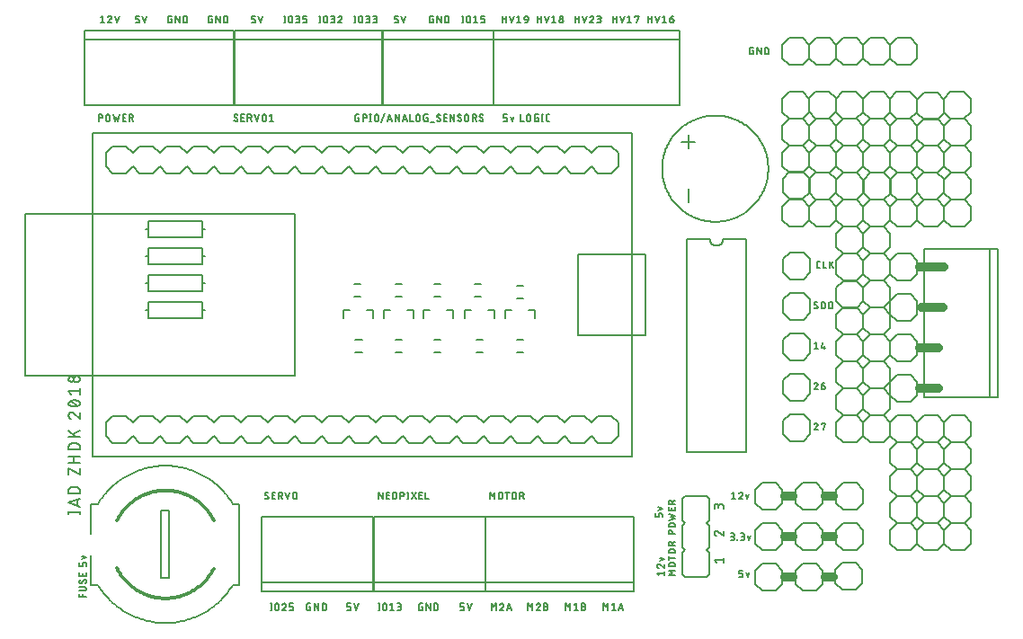
<source format=gbr>
G04 EAGLE Gerber RS-274X export*
G75*
%MOMM*%
%FSLAX34Y34*%
%LPD*%
%INSilkscreen Top*%
%IPPOS*%
%AMOC8*
5,1,8,0,0,1.08239X$1,22.5*%
G01*
%ADD10C,0.203200*%
%ADD11C,0.127000*%
%ADD12C,0.812800*%
%ADD13C,0.152400*%
%ADD14C,0.304800*%


D10*
X51816Y111591D02*
X62484Y111591D01*
X62484Y110406D02*
X62484Y112776D01*
X51816Y112776D02*
X51816Y110406D01*
X51816Y120735D02*
X62484Y117179D01*
X62484Y124291D02*
X51816Y120735D01*
X59817Y123402D02*
X59817Y118068D01*
X62484Y129583D02*
X51816Y129583D01*
X51816Y132546D01*
X51818Y132652D01*
X51824Y132757D01*
X51833Y132863D01*
X51846Y132968D01*
X51863Y133072D01*
X51884Y133176D01*
X51908Y133279D01*
X51936Y133381D01*
X51968Y133482D01*
X52003Y133581D01*
X52042Y133680D01*
X52084Y133777D01*
X52129Y133872D01*
X52178Y133966D01*
X52231Y134058D01*
X52286Y134148D01*
X52345Y134236D01*
X52407Y134322D01*
X52472Y134405D01*
X52540Y134486D01*
X52610Y134565D01*
X52684Y134641D01*
X52760Y134715D01*
X52839Y134785D01*
X52920Y134853D01*
X53003Y134918D01*
X53089Y134980D01*
X53177Y135039D01*
X53267Y135094D01*
X53359Y135147D01*
X53453Y135196D01*
X53548Y135241D01*
X53645Y135283D01*
X53744Y135322D01*
X53843Y135357D01*
X53944Y135389D01*
X54046Y135417D01*
X54149Y135441D01*
X54253Y135462D01*
X54357Y135479D01*
X54462Y135492D01*
X54568Y135501D01*
X54673Y135507D01*
X54779Y135509D01*
X59521Y135509D01*
X59627Y135507D01*
X59732Y135501D01*
X59838Y135492D01*
X59943Y135479D01*
X60047Y135462D01*
X60151Y135441D01*
X60254Y135417D01*
X60356Y135389D01*
X60457Y135357D01*
X60556Y135322D01*
X60655Y135283D01*
X60752Y135241D01*
X60847Y135196D01*
X60941Y135147D01*
X61033Y135094D01*
X61123Y135039D01*
X61211Y134980D01*
X61297Y134918D01*
X61380Y134853D01*
X61461Y134785D01*
X61540Y134715D01*
X61616Y134641D01*
X61690Y134565D01*
X61760Y134486D01*
X61828Y134405D01*
X61893Y134322D01*
X61955Y134236D01*
X62014Y134148D01*
X62069Y134058D01*
X62122Y133966D01*
X62171Y133872D01*
X62216Y133777D01*
X62258Y133680D01*
X62297Y133581D01*
X62332Y133482D01*
X62364Y133381D01*
X62392Y133279D01*
X62416Y133176D01*
X62437Y133072D01*
X62454Y132968D01*
X62467Y132863D01*
X62476Y132757D01*
X62482Y132652D01*
X62484Y132546D01*
X62484Y129583D01*
X51816Y147109D02*
X51816Y153035D01*
X62484Y147109D01*
X62484Y153035D01*
X62484Y158539D02*
X51816Y158539D01*
X56557Y158539D02*
X56557Y164465D01*
X51816Y164465D02*
X62484Y164465D01*
X62484Y170731D02*
X51816Y170731D01*
X51816Y173694D01*
X51818Y173800D01*
X51824Y173905D01*
X51833Y174011D01*
X51846Y174116D01*
X51863Y174220D01*
X51884Y174324D01*
X51908Y174427D01*
X51936Y174529D01*
X51968Y174630D01*
X52003Y174729D01*
X52042Y174828D01*
X52084Y174925D01*
X52129Y175020D01*
X52178Y175114D01*
X52231Y175206D01*
X52286Y175296D01*
X52345Y175384D01*
X52407Y175470D01*
X52472Y175553D01*
X52540Y175634D01*
X52610Y175713D01*
X52684Y175789D01*
X52760Y175863D01*
X52839Y175933D01*
X52920Y176001D01*
X53003Y176066D01*
X53089Y176128D01*
X53177Y176187D01*
X53267Y176242D01*
X53359Y176295D01*
X53453Y176344D01*
X53548Y176389D01*
X53645Y176431D01*
X53744Y176470D01*
X53843Y176505D01*
X53944Y176537D01*
X54046Y176565D01*
X54149Y176589D01*
X54253Y176610D01*
X54357Y176627D01*
X54462Y176640D01*
X54568Y176649D01*
X54673Y176655D01*
X54779Y176657D01*
X59521Y176657D01*
X59627Y176655D01*
X59732Y176649D01*
X59838Y176640D01*
X59943Y176627D01*
X60047Y176610D01*
X60151Y176589D01*
X60254Y176565D01*
X60356Y176537D01*
X60457Y176505D01*
X60556Y176470D01*
X60655Y176431D01*
X60752Y176389D01*
X60847Y176344D01*
X60941Y176295D01*
X61033Y176242D01*
X61123Y176187D01*
X61211Y176128D01*
X61297Y176066D01*
X61380Y176001D01*
X61461Y175933D01*
X61540Y175863D01*
X61616Y175789D01*
X61690Y175713D01*
X61760Y175634D01*
X61828Y175553D01*
X61893Y175470D01*
X61955Y175384D01*
X62014Y175296D01*
X62069Y175206D01*
X62122Y175114D01*
X62171Y175020D01*
X62216Y174925D01*
X62258Y174828D01*
X62297Y174729D01*
X62332Y174630D01*
X62364Y174529D01*
X62392Y174427D01*
X62416Y174324D01*
X62437Y174220D01*
X62454Y174116D01*
X62467Y174011D01*
X62476Y173905D01*
X62482Y173800D01*
X62484Y173694D01*
X62484Y170731D01*
X62484Y183176D02*
X51816Y183176D01*
X51816Y189103D02*
X58335Y183176D01*
X55965Y185547D02*
X62484Y189103D01*
X51816Y203327D02*
X51818Y203429D01*
X51824Y203531D01*
X51834Y203633D01*
X51847Y203734D01*
X51865Y203835D01*
X51886Y203935D01*
X51911Y204034D01*
X51940Y204132D01*
X51973Y204229D01*
X52009Y204324D01*
X52049Y204418D01*
X52093Y204510D01*
X52140Y204601D01*
X52191Y204690D01*
X52244Y204777D01*
X52302Y204861D01*
X52362Y204944D01*
X52425Y205024D01*
X52492Y205101D01*
X52561Y205176D01*
X52634Y205249D01*
X52709Y205318D01*
X52786Y205385D01*
X52866Y205448D01*
X52949Y205508D01*
X53033Y205566D01*
X53120Y205619D01*
X53209Y205670D01*
X53300Y205717D01*
X53392Y205761D01*
X53486Y205801D01*
X53582Y205837D01*
X53678Y205870D01*
X53776Y205899D01*
X53875Y205924D01*
X53975Y205945D01*
X54076Y205963D01*
X54177Y205976D01*
X54279Y205986D01*
X54381Y205992D01*
X54483Y205994D01*
X51816Y203327D02*
X51818Y203211D01*
X51824Y203094D01*
X51834Y202978D01*
X51848Y202863D01*
X51865Y202748D01*
X51887Y202633D01*
X51912Y202520D01*
X51942Y202407D01*
X51975Y202295D01*
X52012Y202185D01*
X52053Y202076D01*
X52097Y201968D01*
X52145Y201862D01*
X52197Y201758D01*
X52252Y201655D01*
X52310Y201554D01*
X52372Y201456D01*
X52437Y201359D01*
X52506Y201265D01*
X52578Y201173D01*
X52652Y201084D01*
X52730Y200997D01*
X52811Y200913D01*
X52894Y200832D01*
X52980Y200754D01*
X53069Y200678D01*
X53160Y200606D01*
X53254Y200537D01*
X53350Y200471D01*
X53448Y200408D01*
X53548Y200349D01*
X53650Y200293D01*
X53754Y200241D01*
X53860Y200192D01*
X53968Y200147D01*
X54076Y200105D01*
X54187Y200068D01*
X56558Y205106D02*
X56484Y205181D01*
X56407Y205253D01*
X56327Y205322D01*
X56245Y205389D01*
X56161Y205452D01*
X56074Y205512D01*
X55986Y205569D01*
X55895Y205623D01*
X55802Y205673D01*
X55708Y205720D01*
X55612Y205763D01*
X55514Y205803D01*
X55415Y205839D01*
X55315Y205872D01*
X55213Y205900D01*
X55111Y205925D01*
X55007Y205947D01*
X54903Y205964D01*
X54799Y205978D01*
X54694Y205987D01*
X54588Y205993D01*
X54483Y205995D01*
X56557Y205105D02*
X62484Y200067D01*
X62484Y205994D01*
X57150Y211498D02*
X56940Y211501D01*
X56730Y211508D01*
X56521Y211521D01*
X56312Y211538D01*
X56103Y211561D01*
X55895Y211588D01*
X55688Y211620D01*
X55481Y211658D01*
X55276Y211700D01*
X55071Y211747D01*
X54868Y211799D01*
X54666Y211856D01*
X54465Y211918D01*
X54266Y211984D01*
X54069Y212056D01*
X53873Y212132D01*
X53679Y212212D01*
X53487Y212297D01*
X53298Y212387D01*
X53213Y212418D01*
X53129Y212452D01*
X53047Y212490D01*
X52966Y212532D01*
X52887Y212577D01*
X52810Y212625D01*
X52735Y212676D01*
X52663Y212730D01*
X52592Y212787D01*
X52524Y212847D01*
X52459Y212910D01*
X52396Y212975D01*
X52336Y213043D01*
X52279Y213114D01*
X52225Y213186D01*
X52173Y213261D01*
X52125Y213338D01*
X52080Y213417D01*
X52039Y213498D01*
X52001Y213580D01*
X51966Y213664D01*
X51935Y213749D01*
X51907Y213835D01*
X51883Y213922D01*
X51863Y214011D01*
X51846Y214100D01*
X51833Y214190D01*
X51823Y214280D01*
X51818Y214370D01*
X51816Y214461D01*
X51818Y214552D01*
X51823Y214642D01*
X51833Y214732D01*
X51846Y214822D01*
X51863Y214911D01*
X51883Y215000D01*
X51907Y215087D01*
X51935Y215173D01*
X51966Y215258D01*
X52001Y215342D01*
X52039Y215424D01*
X52080Y215505D01*
X52125Y215584D01*
X52173Y215661D01*
X52224Y215736D01*
X52279Y215808D01*
X52336Y215879D01*
X52396Y215947D01*
X52459Y216012D01*
X52524Y216075D01*
X52592Y216135D01*
X52663Y216192D01*
X52735Y216246D01*
X52810Y216297D01*
X52887Y216345D01*
X52966Y216390D01*
X53047Y216432D01*
X53129Y216470D01*
X53213Y216504D01*
X53298Y216535D01*
X53487Y216625D01*
X53679Y216710D01*
X53873Y216790D01*
X54069Y216866D01*
X54266Y216938D01*
X54465Y217004D01*
X54666Y217066D01*
X54868Y217123D01*
X55071Y217175D01*
X55276Y217222D01*
X55481Y217264D01*
X55688Y217302D01*
X55895Y217334D01*
X56103Y217361D01*
X56312Y217384D01*
X56521Y217401D01*
X56730Y217414D01*
X56940Y217421D01*
X57150Y217424D01*
X57150Y211498D02*
X57360Y211501D01*
X57570Y211508D01*
X57779Y211521D01*
X57988Y211538D01*
X58197Y211561D01*
X58405Y211588D01*
X58612Y211620D01*
X58819Y211658D01*
X59024Y211700D01*
X59229Y211747D01*
X59432Y211799D01*
X59634Y211856D01*
X59835Y211918D01*
X60034Y211984D01*
X60231Y212056D01*
X60427Y212132D01*
X60621Y212212D01*
X60813Y212297D01*
X61002Y212387D01*
X61087Y212418D01*
X61171Y212452D01*
X61253Y212490D01*
X61334Y212532D01*
X61413Y212577D01*
X61490Y212625D01*
X61565Y212676D01*
X61637Y212730D01*
X61708Y212787D01*
X61776Y212847D01*
X61841Y212910D01*
X61904Y212975D01*
X61964Y213043D01*
X62021Y213114D01*
X62076Y213186D01*
X62127Y213261D01*
X62175Y213338D01*
X62220Y213417D01*
X62261Y213498D01*
X62299Y213580D01*
X62334Y213664D01*
X62365Y213749D01*
X62393Y213835D01*
X62417Y213922D01*
X62437Y214011D01*
X62454Y214100D01*
X62467Y214190D01*
X62477Y214280D01*
X62482Y214370D01*
X62484Y214461D01*
X61002Y216535D02*
X60813Y216625D01*
X60621Y216710D01*
X60427Y216790D01*
X60231Y216866D01*
X60034Y216938D01*
X59835Y217004D01*
X59634Y217066D01*
X59432Y217123D01*
X59229Y217175D01*
X59024Y217222D01*
X58819Y217264D01*
X58612Y217302D01*
X58405Y217334D01*
X58197Y217361D01*
X57988Y217384D01*
X57779Y217401D01*
X57570Y217414D01*
X57360Y217421D01*
X57150Y217424D01*
X61002Y216535D02*
X61087Y216504D01*
X61171Y216470D01*
X61253Y216432D01*
X61334Y216390D01*
X61413Y216345D01*
X61490Y216297D01*
X61565Y216246D01*
X61637Y216192D01*
X61708Y216135D01*
X61776Y216075D01*
X61841Y216012D01*
X61904Y215947D01*
X61964Y215879D01*
X62021Y215808D01*
X62076Y215736D01*
X62127Y215661D01*
X62175Y215584D01*
X62220Y215505D01*
X62261Y215424D01*
X62299Y215342D01*
X62334Y215258D01*
X62365Y215173D01*
X62393Y215087D01*
X62417Y215000D01*
X62437Y214911D01*
X62454Y214822D01*
X62467Y214732D01*
X62477Y214642D01*
X62482Y214552D01*
X62484Y214461D01*
X60113Y212090D02*
X54187Y216831D01*
X54187Y222927D02*
X51816Y225891D01*
X62484Y225891D01*
X62484Y228854D02*
X62484Y222927D01*
X59521Y234358D02*
X59414Y234360D01*
X59307Y234366D01*
X59201Y234375D01*
X59095Y234389D01*
X58989Y234406D01*
X58884Y234427D01*
X58780Y234452D01*
X58677Y234481D01*
X58575Y234513D01*
X58474Y234549D01*
X58375Y234589D01*
X58277Y234632D01*
X58181Y234679D01*
X58086Y234729D01*
X57993Y234782D01*
X57903Y234839D01*
X57814Y234899D01*
X57728Y234962D01*
X57644Y235028D01*
X57562Y235098D01*
X57483Y235170D01*
X57407Y235245D01*
X57333Y235323D01*
X57263Y235403D01*
X57195Y235486D01*
X57130Y235571D01*
X57069Y235658D01*
X57010Y235748D01*
X56955Y235840D01*
X56903Y235933D01*
X56855Y236029D01*
X56810Y236126D01*
X56768Y236224D01*
X56731Y236324D01*
X56696Y236426D01*
X56666Y236528D01*
X56639Y236632D01*
X56616Y236736D01*
X56597Y236842D01*
X56582Y236948D01*
X56570Y237054D01*
X56562Y237161D01*
X56558Y237268D01*
X56558Y237374D01*
X56562Y237481D01*
X56570Y237588D01*
X56582Y237694D01*
X56597Y237800D01*
X56616Y237906D01*
X56639Y238010D01*
X56666Y238114D01*
X56696Y238216D01*
X56731Y238318D01*
X56768Y238418D01*
X56810Y238516D01*
X56855Y238613D01*
X56903Y238709D01*
X56955Y238803D01*
X57010Y238894D01*
X57069Y238984D01*
X57130Y239071D01*
X57195Y239156D01*
X57263Y239239D01*
X57333Y239319D01*
X57407Y239397D01*
X57483Y239472D01*
X57562Y239544D01*
X57644Y239614D01*
X57728Y239680D01*
X57814Y239743D01*
X57903Y239803D01*
X57993Y239860D01*
X58086Y239913D01*
X58181Y239963D01*
X58277Y240010D01*
X58375Y240053D01*
X58474Y240093D01*
X58575Y240129D01*
X58677Y240161D01*
X58780Y240190D01*
X58884Y240215D01*
X58989Y240236D01*
X59095Y240253D01*
X59201Y240267D01*
X59307Y240276D01*
X59414Y240282D01*
X59521Y240284D01*
X59628Y240282D01*
X59735Y240276D01*
X59841Y240267D01*
X59947Y240253D01*
X60053Y240236D01*
X60158Y240215D01*
X60262Y240190D01*
X60365Y240161D01*
X60467Y240129D01*
X60568Y240093D01*
X60667Y240053D01*
X60765Y240010D01*
X60861Y239963D01*
X60956Y239913D01*
X61049Y239860D01*
X61139Y239803D01*
X61228Y239743D01*
X61314Y239680D01*
X61398Y239614D01*
X61480Y239544D01*
X61559Y239472D01*
X61635Y239397D01*
X61709Y239319D01*
X61779Y239239D01*
X61847Y239156D01*
X61912Y239071D01*
X61973Y238984D01*
X62032Y238894D01*
X62087Y238802D01*
X62139Y238709D01*
X62187Y238613D01*
X62232Y238516D01*
X62274Y238418D01*
X62311Y238318D01*
X62346Y238216D01*
X62376Y238114D01*
X62403Y238010D01*
X62426Y237906D01*
X62445Y237800D01*
X62460Y237694D01*
X62472Y237588D01*
X62480Y237481D01*
X62484Y237374D01*
X62484Y237268D01*
X62480Y237161D01*
X62472Y237054D01*
X62460Y236948D01*
X62445Y236842D01*
X62426Y236736D01*
X62403Y236632D01*
X62376Y236528D01*
X62346Y236426D01*
X62311Y236324D01*
X62274Y236224D01*
X62232Y236126D01*
X62187Y236029D01*
X62139Y235933D01*
X62087Y235840D01*
X62032Y235748D01*
X61973Y235658D01*
X61912Y235571D01*
X61847Y235486D01*
X61779Y235403D01*
X61709Y235323D01*
X61635Y235245D01*
X61559Y235170D01*
X61480Y235098D01*
X61398Y235028D01*
X61314Y234962D01*
X61228Y234899D01*
X61139Y234839D01*
X61049Y234782D01*
X60956Y234729D01*
X60861Y234679D01*
X60765Y234632D01*
X60667Y234589D01*
X60568Y234549D01*
X60467Y234513D01*
X60365Y234481D01*
X60262Y234452D01*
X60158Y234427D01*
X60053Y234406D01*
X59947Y234389D01*
X59841Y234375D01*
X59735Y234366D01*
X59628Y234360D01*
X59521Y234358D01*
X54187Y234950D02*
X54090Y234952D01*
X53994Y234958D01*
X53898Y234968D01*
X53802Y234982D01*
X53707Y234999D01*
X53612Y235021D01*
X53519Y235046D01*
X53427Y235075D01*
X53336Y235108D01*
X53246Y235145D01*
X53158Y235185D01*
X53072Y235229D01*
X52988Y235276D01*
X52905Y235326D01*
X52825Y235380D01*
X52747Y235438D01*
X52671Y235498D01*
X52598Y235561D01*
X52528Y235627D01*
X52460Y235697D01*
X52395Y235768D01*
X52333Y235843D01*
X52275Y235920D01*
X52219Y235999D01*
X52167Y236080D01*
X52118Y236164D01*
X52072Y236249D01*
X52030Y236336D01*
X51992Y236425D01*
X51957Y236515D01*
X51926Y236607D01*
X51899Y236700D01*
X51875Y236793D01*
X51856Y236888D01*
X51840Y236984D01*
X51828Y237080D01*
X51820Y237176D01*
X51816Y237273D01*
X51816Y237369D01*
X51820Y237466D01*
X51828Y237562D01*
X51840Y237658D01*
X51856Y237754D01*
X51875Y237849D01*
X51899Y237942D01*
X51926Y238035D01*
X51957Y238127D01*
X51992Y238217D01*
X52030Y238306D01*
X52072Y238393D01*
X52118Y238478D01*
X52167Y238562D01*
X52219Y238643D01*
X52275Y238722D01*
X52333Y238799D01*
X52395Y238874D01*
X52460Y238945D01*
X52528Y239015D01*
X52598Y239081D01*
X52671Y239144D01*
X52747Y239204D01*
X52825Y239262D01*
X52905Y239316D01*
X52988Y239366D01*
X53072Y239413D01*
X53158Y239457D01*
X53246Y239497D01*
X53336Y239534D01*
X53427Y239567D01*
X53519Y239596D01*
X53612Y239621D01*
X53707Y239643D01*
X53802Y239660D01*
X53898Y239674D01*
X53994Y239684D01*
X54090Y239690D01*
X54187Y239692D01*
X54284Y239690D01*
X54380Y239684D01*
X54476Y239674D01*
X54572Y239660D01*
X54667Y239643D01*
X54762Y239621D01*
X54855Y239596D01*
X54947Y239567D01*
X55038Y239534D01*
X55128Y239497D01*
X55216Y239457D01*
X55302Y239413D01*
X55386Y239366D01*
X55469Y239316D01*
X55549Y239262D01*
X55627Y239204D01*
X55703Y239144D01*
X55776Y239081D01*
X55846Y239015D01*
X55914Y238945D01*
X55979Y238874D01*
X56041Y238799D01*
X56099Y238722D01*
X56155Y238643D01*
X56207Y238562D01*
X56256Y238478D01*
X56302Y238393D01*
X56344Y238306D01*
X56382Y238217D01*
X56417Y238127D01*
X56448Y238035D01*
X56475Y237942D01*
X56499Y237849D01*
X56518Y237754D01*
X56534Y237658D01*
X56546Y237562D01*
X56554Y237466D01*
X56558Y237369D01*
X56558Y237273D01*
X56554Y237176D01*
X56546Y237080D01*
X56534Y236984D01*
X56518Y236888D01*
X56499Y236793D01*
X56475Y236700D01*
X56448Y236607D01*
X56417Y236515D01*
X56382Y236425D01*
X56344Y236336D01*
X56302Y236249D01*
X56256Y236164D01*
X56207Y236080D01*
X56155Y235999D01*
X56099Y235920D01*
X56041Y235843D01*
X55979Y235768D01*
X55914Y235697D01*
X55846Y235627D01*
X55776Y235561D01*
X55703Y235498D01*
X55627Y235438D01*
X55549Y235380D01*
X55469Y235326D01*
X55386Y235276D01*
X55302Y235229D01*
X55216Y235185D01*
X55128Y235145D01*
X55038Y235108D01*
X54947Y235075D01*
X54855Y235046D01*
X54762Y235021D01*
X54667Y234999D01*
X54572Y234982D01*
X54476Y234968D01*
X54380Y234958D01*
X54284Y234952D01*
X54187Y234950D01*
D11*
X147859Y576615D02*
X148917Y576615D01*
X148917Y573088D01*
X146801Y573088D01*
X146727Y573090D01*
X146654Y573096D01*
X146580Y573105D01*
X146508Y573119D01*
X146436Y573136D01*
X146365Y573157D01*
X146295Y573182D01*
X146227Y573210D01*
X146160Y573242D01*
X146096Y573277D01*
X146033Y573316D01*
X145972Y573357D01*
X145913Y573402D01*
X145857Y573450D01*
X145803Y573501D01*
X145752Y573555D01*
X145704Y573611D01*
X145659Y573670D01*
X145618Y573731D01*
X145579Y573794D01*
X145544Y573858D01*
X145512Y573925D01*
X145484Y573993D01*
X145459Y574063D01*
X145438Y574134D01*
X145421Y574206D01*
X145407Y574278D01*
X145398Y574352D01*
X145392Y574425D01*
X145390Y574499D01*
X145390Y578026D01*
X145392Y578100D01*
X145398Y578173D01*
X145407Y578247D01*
X145421Y578319D01*
X145438Y578391D01*
X145459Y578462D01*
X145484Y578532D01*
X145512Y578600D01*
X145544Y578667D01*
X145579Y578731D01*
X145618Y578794D01*
X145659Y578855D01*
X145704Y578914D01*
X145752Y578970D01*
X145803Y579024D01*
X145857Y579075D01*
X145913Y579123D01*
X145972Y579168D01*
X146032Y579209D01*
X146095Y579248D01*
X146160Y579283D01*
X146227Y579315D01*
X146295Y579343D01*
X146365Y579368D01*
X146436Y579389D01*
X146508Y579406D01*
X146580Y579420D01*
X146653Y579429D01*
X146727Y579435D01*
X146801Y579437D01*
X146801Y579438D02*
X148917Y579438D01*
X152705Y579438D02*
X152705Y573088D01*
X156233Y573088D02*
X152705Y579438D01*
X156233Y579438D02*
X156233Y573088D01*
X160020Y573088D02*
X160020Y579438D01*
X161784Y579438D01*
X161865Y579436D01*
X161947Y579430D01*
X162028Y579421D01*
X162108Y579408D01*
X162188Y579391D01*
X162267Y579371D01*
X162345Y579347D01*
X162421Y579319D01*
X162497Y579288D01*
X162570Y579253D01*
X162642Y579215D01*
X162713Y579174D01*
X162781Y579129D01*
X162847Y579082D01*
X162911Y579031D01*
X162972Y578978D01*
X163031Y578921D01*
X163088Y578862D01*
X163141Y578801D01*
X163192Y578737D01*
X163239Y578671D01*
X163284Y578603D01*
X163325Y578532D01*
X163363Y578460D01*
X163398Y578387D01*
X163429Y578311D01*
X163457Y578235D01*
X163481Y578157D01*
X163501Y578078D01*
X163518Y577998D01*
X163531Y577918D01*
X163540Y577837D01*
X163546Y577755D01*
X163548Y577674D01*
X163548Y574851D01*
X163546Y574770D01*
X163540Y574688D01*
X163531Y574607D01*
X163518Y574527D01*
X163501Y574447D01*
X163481Y574368D01*
X163457Y574290D01*
X163429Y574214D01*
X163398Y574138D01*
X163363Y574065D01*
X163325Y573993D01*
X163284Y573922D01*
X163239Y573854D01*
X163192Y573788D01*
X163141Y573724D01*
X163088Y573663D01*
X163031Y573604D01*
X162972Y573547D01*
X162911Y573494D01*
X162847Y573443D01*
X162781Y573396D01*
X162713Y573351D01*
X162642Y573310D01*
X162570Y573272D01*
X162497Y573237D01*
X162421Y573206D01*
X162345Y573178D01*
X162267Y573154D01*
X162188Y573134D01*
X162108Y573117D01*
X162028Y573104D01*
X161947Y573095D01*
X161865Y573089D01*
X161784Y573087D01*
X161784Y573088D02*
X160020Y573088D01*
X675183Y85687D02*
X676947Y85687D01*
X677030Y85689D01*
X677112Y85695D01*
X677194Y85704D01*
X677276Y85718D01*
X677357Y85735D01*
X677437Y85756D01*
X677516Y85781D01*
X677593Y85810D01*
X677670Y85842D01*
X677744Y85877D01*
X677817Y85916D01*
X677888Y85959D01*
X677957Y86005D01*
X678024Y86054D01*
X678088Y86106D01*
X678150Y86161D01*
X678209Y86218D01*
X678265Y86279D01*
X678319Y86342D01*
X678369Y86407D01*
X678417Y86475D01*
X678461Y86545D01*
X678501Y86617D01*
X678539Y86691D01*
X678573Y86766D01*
X678603Y86843D01*
X678630Y86922D01*
X678653Y87001D01*
X678672Y87082D01*
X678687Y87163D01*
X678699Y87245D01*
X678707Y87327D01*
X678711Y87410D01*
X678711Y87492D01*
X678707Y87575D01*
X678699Y87657D01*
X678687Y87739D01*
X678672Y87820D01*
X678653Y87901D01*
X678630Y87980D01*
X678603Y88059D01*
X678573Y88136D01*
X678539Y88211D01*
X678501Y88285D01*
X678461Y88357D01*
X678417Y88427D01*
X678369Y88495D01*
X678319Y88560D01*
X678265Y88623D01*
X678209Y88684D01*
X678150Y88741D01*
X678088Y88796D01*
X678024Y88848D01*
X677957Y88897D01*
X677888Y88943D01*
X677817Y88986D01*
X677744Y89025D01*
X677670Y89060D01*
X677593Y89092D01*
X677516Y89121D01*
X677437Y89146D01*
X677357Y89167D01*
X677276Y89184D01*
X677194Y89198D01*
X677112Y89207D01*
X677030Y89213D01*
X676947Y89215D01*
X677300Y92037D02*
X675183Y92037D01*
X677300Y92037D02*
X677374Y92035D01*
X677447Y92029D01*
X677521Y92020D01*
X677593Y92006D01*
X677665Y91989D01*
X677736Y91968D01*
X677806Y91943D01*
X677874Y91915D01*
X677941Y91883D01*
X678006Y91848D01*
X678068Y91809D01*
X678129Y91768D01*
X678188Y91723D01*
X678244Y91675D01*
X678298Y91624D01*
X678349Y91570D01*
X678397Y91514D01*
X678442Y91455D01*
X678483Y91394D01*
X678522Y91332D01*
X678557Y91267D01*
X678589Y91200D01*
X678617Y91132D01*
X678642Y91062D01*
X678663Y90991D01*
X678680Y90919D01*
X678694Y90847D01*
X678703Y90773D01*
X678709Y90700D01*
X678711Y90626D01*
X678709Y90552D01*
X678703Y90479D01*
X678694Y90405D01*
X678680Y90333D01*
X678663Y90261D01*
X678642Y90190D01*
X678617Y90120D01*
X678589Y90052D01*
X678557Y89985D01*
X678522Y89921D01*
X678483Y89858D01*
X678442Y89797D01*
X678397Y89738D01*
X678349Y89682D01*
X678298Y89628D01*
X678244Y89577D01*
X678188Y89529D01*
X678129Y89484D01*
X678068Y89443D01*
X678006Y89404D01*
X677941Y89369D01*
X677874Y89337D01*
X677806Y89309D01*
X677736Y89284D01*
X677665Y89263D01*
X677593Y89246D01*
X677521Y89232D01*
X677447Y89223D01*
X677374Y89217D01*
X677300Y89215D01*
X675889Y89215D01*
X681571Y86040D02*
X681571Y85687D01*
X681571Y86040D02*
X681924Y86040D01*
X681924Y85687D01*
X681571Y85687D01*
X684784Y85687D02*
X686548Y85687D01*
X686631Y85689D01*
X686713Y85695D01*
X686795Y85704D01*
X686877Y85718D01*
X686958Y85735D01*
X687038Y85756D01*
X687117Y85781D01*
X687194Y85810D01*
X687271Y85842D01*
X687345Y85877D01*
X687418Y85916D01*
X687489Y85959D01*
X687558Y86005D01*
X687625Y86054D01*
X687689Y86106D01*
X687751Y86161D01*
X687810Y86218D01*
X687866Y86279D01*
X687920Y86342D01*
X687970Y86407D01*
X688018Y86475D01*
X688062Y86545D01*
X688102Y86617D01*
X688140Y86691D01*
X688174Y86766D01*
X688204Y86843D01*
X688231Y86922D01*
X688254Y87001D01*
X688273Y87082D01*
X688288Y87163D01*
X688300Y87245D01*
X688308Y87327D01*
X688312Y87410D01*
X688312Y87492D01*
X688308Y87575D01*
X688300Y87657D01*
X688288Y87739D01*
X688273Y87820D01*
X688254Y87901D01*
X688231Y87980D01*
X688204Y88059D01*
X688174Y88136D01*
X688140Y88211D01*
X688102Y88285D01*
X688062Y88357D01*
X688018Y88427D01*
X687970Y88495D01*
X687920Y88560D01*
X687866Y88623D01*
X687810Y88684D01*
X687751Y88741D01*
X687689Y88796D01*
X687625Y88848D01*
X687558Y88897D01*
X687489Y88943D01*
X687418Y88986D01*
X687345Y89025D01*
X687271Y89060D01*
X687194Y89092D01*
X687117Y89121D01*
X687038Y89146D01*
X686958Y89167D01*
X686877Y89184D01*
X686795Y89198D01*
X686713Y89207D01*
X686631Y89213D01*
X686548Y89215D01*
X686901Y92037D02*
X684784Y92037D01*
X686901Y92037D02*
X686975Y92035D01*
X687048Y92029D01*
X687122Y92020D01*
X687194Y92006D01*
X687266Y91989D01*
X687337Y91968D01*
X687407Y91943D01*
X687475Y91915D01*
X687542Y91883D01*
X687607Y91848D01*
X687669Y91809D01*
X687730Y91768D01*
X687789Y91723D01*
X687845Y91675D01*
X687899Y91624D01*
X687950Y91570D01*
X687998Y91514D01*
X688043Y91455D01*
X688084Y91394D01*
X688123Y91332D01*
X688158Y91267D01*
X688190Y91200D01*
X688218Y91132D01*
X688243Y91062D01*
X688264Y90991D01*
X688281Y90919D01*
X688295Y90847D01*
X688304Y90773D01*
X688310Y90700D01*
X688312Y90626D01*
X688310Y90552D01*
X688304Y90479D01*
X688295Y90405D01*
X688281Y90333D01*
X688264Y90261D01*
X688243Y90190D01*
X688218Y90120D01*
X688190Y90052D01*
X688158Y89985D01*
X688123Y89921D01*
X688084Y89858D01*
X688043Y89797D01*
X687998Y89738D01*
X687950Y89682D01*
X687899Y89628D01*
X687845Y89577D01*
X687789Y89529D01*
X687730Y89484D01*
X687669Y89443D01*
X687607Y89404D01*
X687542Y89369D01*
X687475Y89337D01*
X687407Y89309D01*
X687337Y89284D01*
X687266Y89263D01*
X687194Y89246D01*
X687122Y89232D01*
X687048Y89223D01*
X686975Y89217D01*
X686901Y89215D01*
X685490Y89215D01*
X691309Y89920D02*
X692720Y85687D01*
X694131Y89920D01*
X685560Y50767D02*
X683443Y50767D01*
X685560Y50767D02*
X685634Y50769D01*
X685707Y50775D01*
X685781Y50784D01*
X685853Y50798D01*
X685925Y50815D01*
X685996Y50836D01*
X686066Y50861D01*
X686134Y50889D01*
X686201Y50921D01*
X686266Y50956D01*
X686328Y50995D01*
X686389Y51036D01*
X686448Y51081D01*
X686504Y51129D01*
X686558Y51180D01*
X686609Y51234D01*
X686657Y51290D01*
X686702Y51349D01*
X686743Y51410D01*
X686782Y51473D01*
X686817Y51537D01*
X686849Y51604D01*
X686877Y51672D01*
X686902Y51742D01*
X686923Y51813D01*
X686940Y51885D01*
X686954Y51957D01*
X686963Y52031D01*
X686969Y52104D01*
X686971Y52178D01*
X686971Y52884D01*
X686969Y52958D01*
X686963Y53031D01*
X686954Y53105D01*
X686940Y53177D01*
X686923Y53249D01*
X686902Y53320D01*
X686877Y53390D01*
X686849Y53458D01*
X686817Y53525D01*
X686782Y53590D01*
X686743Y53652D01*
X686702Y53713D01*
X686657Y53772D01*
X686609Y53828D01*
X686558Y53882D01*
X686504Y53933D01*
X686448Y53981D01*
X686389Y54026D01*
X686328Y54067D01*
X686266Y54106D01*
X686201Y54141D01*
X686134Y54173D01*
X686066Y54201D01*
X685996Y54226D01*
X685925Y54247D01*
X685853Y54264D01*
X685781Y54278D01*
X685707Y54287D01*
X685634Y54293D01*
X685560Y54295D01*
X683443Y54295D01*
X683443Y57117D01*
X686971Y57117D01*
X689968Y55000D02*
X691379Y50767D01*
X692790Y55000D01*
X187017Y576615D02*
X185959Y576615D01*
X187017Y576615D02*
X187017Y573088D01*
X184901Y573088D01*
X184827Y573090D01*
X184754Y573096D01*
X184680Y573105D01*
X184608Y573119D01*
X184536Y573136D01*
X184465Y573157D01*
X184395Y573182D01*
X184327Y573210D01*
X184260Y573242D01*
X184196Y573277D01*
X184133Y573316D01*
X184072Y573357D01*
X184013Y573402D01*
X183957Y573450D01*
X183903Y573501D01*
X183852Y573555D01*
X183804Y573611D01*
X183759Y573670D01*
X183718Y573731D01*
X183679Y573794D01*
X183644Y573858D01*
X183612Y573925D01*
X183584Y573993D01*
X183559Y574063D01*
X183538Y574134D01*
X183521Y574206D01*
X183507Y574278D01*
X183498Y574352D01*
X183492Y574425D01*
X183490Y574499D01*
X183490Y578026D01*
X183492Y578100D01*
X183498Y578173D01*
X183507Y578247D01*
X183521Y578319D01*
X183538Y578391D01*
X183559Y578462D01*
X183584Y578532D01*
X183612Y578600D01*
X183644Y578667D01*
X183679Y578731D01*
X183718Y578794D01*
X183759Y578855D01*
X183804Y578914D01*
X183852Y578970D01*
X183903Y579024D01*
X183957Y579075D01*
X184013Y579123D01*
X184072Y579168D01*
X184132Y579209D01*
X184195Y579248D01*
X184260Y579283D01*
X184327Y579315D01*
X184395Y579343D01*
X184465Y579368D01*
X184536Y579389D01*
X184608Y579406D01*
X184680Y579420D01*
X184753Y579429D01*
X184827Y579435D01*
X184901Y579437D01*
X184901Y579438D02*
X187017Y579438D01*
X190805Y579438D02*
X190805Y573088D01*
X194333Y573088D02*
X190805Y579438D01*
X194333Y579438D02*
X194333Y573088D01*
X198120Y573088D02*
X198120Y579438D01*
X199884Y579438D01*
X199965Y579436D01*
X200047Y579430D01*
X200128Y579421D01*
X200208Y579408D01*
X200288Y579391D01*
X200367Y579371D01*
X200445Y579347D01*
X200521Y579319D01*
X200597Y579288D01*
X200670Y579253D01*
X200742Y579215D01*
X200813Y579174D01*
X200881Y579129D01*
X200947Y579082D01*
X201011Y579031D01*
X201072Y578978D01*
X201131Y578921D01*
X201188Y578862D01*
X201241Y578801D01*
X201292Y578737D01*
X201339Y578671D01*
X201384Y578603D01*
X201425Y578532D01*
X201463Y578460D01*
X201498Y578387D01*
X201529Y578311D01*
X201557Y578235D01*
X201581Y578157D01*
X201601Y578078D01*
X201618Y577998D01*
X201631Y577918D01*
X201640Y577837D01*
X201646Y577755D01*
X201648Y577674D01*
X201648Y574851D01*
X201646Y574770D01*
X201640Y574688D01*
X201631Y574607D01*
X201618Y574527D01*
X201601Y574447D01*
X201581Y574368D01*
X201557Y574290D01*
X201529Y574214D01*
X201498Y574138D01*
X201463Y574065D01*
X201425Y573993D01*
X201384Y573922D01*
X201339Y573854D01*
X201292Y573788D01*
X201241Y573724D01*
X201188Y573663D01*
X201131Y573604D01*
X201072Y573547D01*
X201011Y573494D01*
X200947Y573443D01*
X200881Y573396D01*
X200813Y573351D01*
X200742Y573310D01*
X200670Y573272D01*
X200597Y573237D01*
X200521Y573206D01*
X200445Y573178D01*
X200367Y573154D01*
X200288Y573134D01*
X200208Y573117D01*
X200128Y573104D01*
X200047Y573095D01*
X199965Y573089D01*
X199884Y573087D01*
X199884Y573088D02*
X198120Y573088D01*
X117026Y573088D02*
X114910Y573088D01*
X117026Y573088D02*
X117100Y573090D01*
X117173Y573096D01*
X117247Y573105D01*
X117319Y573119D01*
X117391Y573136D01*
X117462Y573157D01*
X117532Y573182D01*
X117600Y573210D01*
X117667Y573242D01*
X117732Y573277D01*
X117794Y573316D01*
X117855Y573357D01*
X117914Y573402D01*
X117970Y573450D01*
X118024Y573501D01*
X118075Y573555D01*
X118123Y573611D01*
X118168Y573670D01*
X118209Y573731D01*
X118248Y573794D01*
X118283Y573858D01*
X118315Y573925D01*
X118343Y573993D01*
X118368Y574063D01*
X118389Y574134D01*
X118406Y574206D01*
X118420Y574278D01*
X118429Y574352D01*
X118435Y574425D01*
X118437Y574499D01*
X118437Y575204D01*
X118435Y575278D01*
X118429Y575351D01*
X118420Y575425D01*
X118406Y575497D01*
X118389Y575569D01*
X118368Y575640D01*
X118343Y575710D01*
X118315Y575778D01*
X118283Y575845D01*
X118248Y575910D01*
X118209Y575972D01*
X118168Y576033D01*
X118123Y576092D01*
X118075Y576148D01*
X118024Y576202D01*
X117970Y576253D01*
X117914Y576301D01*
X117855Y576346D01*
X117794Y576387D01*
X117732Y576426D01*
X117667Y576461D01*
X117600Y576493D01*
X117532Y576521D01*
X117462Y576546D01*
X117391Y576567D01*
X117319Y576584D01*
X117247Y576598D01*
X117173Y576607D01*
X117100Y576613D01*
X117026Y576615D01*
X114910Y576615D01*
X114910Y579438D01*
X118437Y579438D01*
X121415Y579438D02*
X123531Y573088D01*
X125648Y579438D01*
X83653Y579438D02*
X81890Y578026D01*
X83653Y579438D02*
X83653Y573088D01*
X81890Y573088D02*
X85417Y573088D01*
X90688Y579438D02*
X90766Y579436D01*
X90844Y579430D01*
X90921Y579421D01*
X90998Y579407D01*
X91074Y579390D01*
X91149Y579370D01*
X91223Y579345D01*
X91296Y579317D01*
X91367Y579286D01*
X91437Y579250D01*
X91504Y579212D01*
X91570Y579170D01*
X91634Y579125D01*
X91695Y579078D01*
X91754Y579027D01*
X91811Y578973D01*
X91865Y578916D01*
X91916Y578857D01*
X91963Y578796D01*
X92008Y578732D01*
X92050Y578666D01*
X92088Y578599D01*
X92124Y578529D01*
X92155Y578458D01*
X92183Y578385D01*
X92208Y578311D01*
X92228Y578236D01*
X92245Y578160D01*
X92259Y578083D01*
X92268Y578006D01*
X92274Y577928D01*
X92276Y577850D01*
X90688Y579437D02*
X90600Y579435D01*
X90511Y579429D01*
X90423Y579420D01*
X90336Y579406D01*
X90249Y579389D01*
X90163Y579368D01*
X90078Y579344D01*
X89995Y579316D01*
X89912Y579284D01*
X89831Y579248D01*
X89752Y579209D01*
X89674Y579167D01*
X89598Y579121D01*
X89525Y579073D01*
X89453Y579021D01*
X89384Y578966D01*
X89317Y578908D01*
X89253Y578847D01*
X89192Y578783D01*
X89133Y578717D01*
X89077Y578648D01*
X89025Y578577D01*
X88975Y578504D01*
X88929Y578429D01*
X88886Y578352D01*
X88846Y578273D01*
X88810Y578192D01*
X88777Y578110D01*
X88748Y578026D01*
X91746Y576615D02*
X91803Y576673D01*
X91858Y576733D01*
X91910Y576795D01*
X91958Y576860D01*
X92004Y576928D01*
X92046Y576997D01*
X92085Y577068D01*
X92121Y577141D01*
X92153Y577216D01*
X92181Y577292D01*
X92206Y577369D01*
X92227Y577448D01*
X92244Y577527D01*
X92258Y577607D01*
X92267Y577688D01*
X92273Y577769D01*
X92275Y577850D01*
X91746Y576615D02*
X88748Y573088D01*
X92275Y573088D01*
X97369Y573088D02*
X95253Y579438D01*
X99486Y579438D02*
X97369Y573088D01*
X80620Y486728D02*
X80620Y480378D01*
X80620Y486728D02*
X82383Y486728D01*
X82466Y486726D01*
X82548Y486720D01*
X82630Y486711D01*
X82712Y486697D01*
X82793Y486680D01*
X82873Y486659D01*
X82952Y486634D01*
X83029Y486605D01*
X83106Y486573D01*
X83180Y486538D01*
X83253Y486499D01*
X83324Y486456D01*
X83393Y486410D01*
X83460Y486361D01*
X83524Y486309D01*
X83586Y486254D01*
X83645Y486197D01*
X83701Y486136D01*
X83755Y486073D01*
X83805Y486008D01*
X83853Y485940D01*
X83897Y485870D01*
X83937Y485798D01*
X83975Y485724D01*
X84009Y485649D01*
X84039Y485572D01*
X84066Y485493D01*
X84089Y485414D01*
X84108Y485333D01*
X84123Y485252D01*
X84135Y485170D01*
X84143Y485088D01*
X84147Y485005D01*
X84147Y484923D01*
X84143Y484840D01*
X84135Y484758D01*
X84123Y484676D01*
X84108Y484595D01*
X84089Y484514D01*
X84066Y484435D01*
X84039Y484356D01*
X84009Y484279D01*
X83975Y484204D01*
X83937Y484130D01*
X83897Y484058D01*
X83853Y483988D01*
X83805Y483920D01*
X83755Y483855D01*
X83701Y483792D01*
X83645Y483731D01*
X83586Y483674D01*
X83524Y483619D01*
X83460Y483567D01*
X83393Y483518D01*
X83324Y483472D01*
X83253Y483429D01*
X83180Y483390D01*
X83106Y483355D01*
X83029Y483323D01*
X82952Y483294D01*
X82873Y483269D01*
X82793Y483248D01*
X82712Y483231D01*
X82630Y483217D01*
X82548Y483208D01*
X82466Y483202D01*
X82383Y483200D01*
X80620Y483200D01*
X87092Y482141D02*
X87092Y484964D01*
X87094Y485047D01*
X87100Y485129D01*
X87109Y485211D01*
X87123Y485293D01*
X87140Y485374D01*
X87161Y485454D01*
X87186Y485533D01*
X87215Y485610D01*
X87247Y485687D01*
X87282Y485761D01*
X87321Y485834D01*
X87364Y485905D01*
X87410Y485974D01*
X87459Y486041D01*
X87511Y486105D01*
X87566Y486167D01*
X87623Y486226D01*
X87684Y486282D01*
X87747Y486336D01*
X87812Y486386D01*
X87880Y486434D01*
X87950Y486478D01*
X88022Y486518D01*
X88096Y486556D01*
X88171Y486590D01*
X88248Y486620D01*
X88327Y486647D01*
X88406Y486670D01*
X88487Y486689D01*
X88568Y486704D01*
X88650Y486716D01*
X88732Y486724D01*
X88815Y486728D01*
X88897Y486728D01*
X88980Y486724D01*
X89062Y486716D01*
X89144Y486704D01*
X89225Y486689D01*
X89306Y486670D01*
X89385Y486647D01*
X89464Y486620D01*
X89541Y486590D01*
X89616Y486556D01*
X89690Y486518D01*
X89762Y486478D01*
X89832Y486434D01*
X89900Y486386D01*
X89965Y486336D01*
X90028Y486282D01*
X90089Y486226D01*
X90146Y486167D01*
X90201Y486105D01*
X90253Y486041D01*
X90302Y485974D01*
X90348Y485905D01*
X90391Y485834D01*
X90430Y485761D01*
X90465Y485687D01*
X90497Y485610D01*
X90526Y485533D01*
X90551Y485454D01*
X90572Y485374D01*
X90589Y485293D01*
X90603Y485211D01*
X90612Y485129D01*
X90618Y485047D01*
X90620Y484964D01*
X90620Y482141D01*
X90618Y482058D01*
X90612Y481976D01*
X90603Y481894D01*
X90589Y481812D01*
X90572Y481731D01*
X90551Y481651D01*
X90526Y481572D01*
X90497Y481495D01*
X90465Y481418D01*
X90430Y481344D01*
X90391Y481271D01*
X90348Y481200D01*
X90302Y481131D01*
X90253Y481064D01*
X90201Y481000D01*
X90146Y480938D01*
X90089Y480879D01*
X90028Y480823D01*
X89965Y480769D01*
X89900Y480719D01*
X89832Y480671D01*
X89762Y480627D01*
X89690Y480587D01*
X89616Y480549D01*
X89541Y480515D01*
X89464Y480485D01*
X89385Y480458D01*
X89306Y480435D01*
X89225Y480416D01*
X89144Y480401D01*
X89062Y480389D01*
X88980Y480381D01*
X88897Y480377D01*
X88815Y480377D01*
X88732Y480381D01*
X88650Y480389D01*
X88568Y480401D01*
X88487Y480416D01*
X88406Y480435D01*
X88327Y480458D01*
X88248Y480485D01*
X88171Y480515D01*
X88096Y480549D01*
X88022Y480587D01*
X87950Y480627D01*
X87880Y480671D01*
X87812Y480719D01*
X87747Y480769D01*
X87684Y480823D01*
X87623Y480879D01*
X87566Y480938D01*
X87511Y481000D01*
X87459Y481064D01*
X87410Y481131D01*
X87364Y481200D01*
X87321Y481271D01*
X87282Y481344D01*
X87247Y481418D01*
X87215Y481495D01*
X87186Y481572D01*
X87161Y481651D01*
X87140Y481731D01*
X87123Y481812D01*
X87109Y481894D01*
X87100Y481976D01*
X87094Y482058D01*
X87092Y482141D01*
X93806Y486728D02*
X95217Y480378D01*
X96629Y484611D01*
X98040Y480378D01*
X99451Y486728D01*
X102887Y480378D02*
X105709Y480378D01*
X102887Y480378D02*
X102887Y486728D01*
X105709Y486728D01*
X105003Y483905D02*
X102887Y483905D01*
X108877Y486728D02*
X108877Y480378D01*
X108877Y486728D02*
X110641Y486728D01*
X110724Y486726D01*
X110806Y486720D01*
X110888Y486711D01*
X110970Y486697D01*
X111051Y486680D01*
X111131Y486659D01*
X111210Y486634D01*
X111287Y486605D01*
X111364Y486573D01*
X111438Y486538D01*
X111511Y486499D01*
X111582Y486456D01*
X111651Y486410D01*
X111718Y486361D01*
X111782Y486309D01*
X111844Y486254D01*
X111903Y486197D01*
X111959Y486136D01*
X112013Y486073D01*
X112063Y486008D01*
X112111Y485940D01*
X112155Y485870D01*
X112195Y485798D01*
X112233Y485724D01*
X112267Y485649D01*
X112297Y485572D01*
X112324Y485493D01*
X112347Y485414D01*
X112366Y485333D01*
X112381Y485252D01*
X112393Y485170D01*
X112401Y485088D01*
X112405Y485005D01*
X112405Y484923D01*
X112401Y484840D01*
X112393Y484758D01*
X112381Y484676D01*
X112366Y484595D01*
X112347Y484514D01*
X112324Y484435D01*
X112297Y484356D01*
X112267Y484279D01*
X112233Y484204D01*
X112195Y484130D01*
X112155Y484058D01*
X112111Y483988D01*
X112063Y483920D01*
X112013Y483855D01*
X111959Y483792D01*
X111903Y483731D01*
X111844Y483674D01*
X111782Y483619D01*
X111718Y483567D01*
X111651Y483518D01*
X111582Y483472D01*
X111511Y483429D01*
X111438Y483390D01*
X111364Y483355D01*
X111287Y483323D01*
X111210Y483294D01*
X111131Y483269D01*
X111051Y483248D01*
X110970Y483231D01*
X110888Y483217D01*
X110806Y483208D01*
X110724Y483202D01*
X110641Y483200D01*
X108877Y483200D01*
X110994Y483200D02*
X112405Y480378D01*
X209736Y480378D02*
X209810Y480380D01*
X209884Y480386D01*
X209957Y480395D01*
X210029Y480409D01*
X210101Y480426D01*
X210172Y480447D01*
X210242Y480472D01*
X210310Y480500D01*
X210377Y480532D01*
X210442Y480567D01*
X210505Y480606D01*
X210565Y480647D01*
X210624Y480692D01*
X210680Y480740D01*
X210734Y480791D01*
X210785Y480845D01*
X210833Y480901D01*
X210878Y480960D01*
X210919Y481021D01*
X210958Y481084D01*
X210993Y481148D01*
X211025Y481215D01*
X211053Y481283D01*
X211078Y481353D01*
X211099Y481424D01*
X211116Y481496D01*
X211130Y481568D01*
X211139Y481642D01*
X211145Y481715D01*
X211147Y481789D01*
X209736Y480377D02*
X209629Y480379D01*
X209522Y480385D01*
X209416Y480394D01*
X209310Y480408D01*
X209204Y480425D01*
X209099Y480446D01*
X208995Y480471D01*
X208892Y480499D01*
X208790Y480531D01*
X208689Y480567D01*
X208589Y480606D01*
X208491Y480649D01*
X208395Y480696D01*
X208300Y480745D01*
X208208Y480799D01*
X208117Y480855D01*
X208028Y480915D01*
X207941Y480978D01*
X207857Y481044D01*
X207775Y481113D01*
X207696Y481184D01*
X207619Y481259D01*
X207796Y485316D02*
X207798Y485390D01*
X207804Y485463D01*
X207813Y485537D01*
X207827Y485609D01*
X207844Y485681D01*
X207865Y485752D01*
X207890Y485822D01*
X207918Y485890D01*
X207950Y485957D01*
X207985Y486022D01*
X208024Y486084D01*
X208065Y486145D01*
X208110Y486204D01*
X208158Y486260D01*
X208209Y486314D01*
X208263Y486365D01*
X208319Y486413D01*
X208378Y486458D01*
X208439Y486499D01*
X208502Y486538D01*
X208566Y486573D01*
X208633Y486605D01*
X208701Y486633D01*
X208771Y486658D01*
X208842Y486679D01*
X208914Y486696D01*
X208986Y486710D01*
X209060Y486719D01*
X209133Y486725D01*
X209207Y486727D01*
X209207Y486728D02*
X209307Y486726D01*
X209407Y486720D01*
X209507Y486711D01*
X209606Y486698D01*
X209705Y486681D01*
X209803Y486660D01*
X209900Y486636D01*
X209996Y486608D01*
X210091Y486576D01*
X210185Y486541D01*
X210277Y486502D01*
X210368Y486460D01*
X210457Y486414D01*
X210545Y486365D01*
X210630Y486313D01*
X210713Y486257D01*
X210795Y486199D01*
X208501Y484081D02*
X208438Y484121D01*
X208377Y484163D01*
X208319Y484209D01*
X208263Y484258D01*
X208209Y484310D01*
X208158Y484364D01*
X208110Y484421D01*
X208065Y484480D01*
X208023Y484541D01*
X207985Y484605D01*
X207950Y484671D01*
X207918Y484738D01*
X207890Y484807D01*
X207865Y484877D01*
X207844Y484948D01*
X207827Y485021D01*
X207813Y485094D01*
X207804Y485167D01*
X207798Y485242D01*
X207796Y485316D01*
X210442Y483024D02*
X210505Y482984D01*
X210566Y482942D01*
X210624Y482896D01*
X210680Y482847D01*
X210734Y482795D01*
X210785Y482741D01*
X210833Y482684D01*
X210878Y482625D01*
X210920Y482564D01*
X210958Y482500D01*
X210993Y482434D01*
X211025Y482367D01*
X211053Y482298D01*
X211078Y482228D01*
X211099Y482157D01*
X211116Y482084D01*
X211130Y482011D01*
X211139Y481938D01*
X211145Y481863D01*
X211147Y481789D01*
X210442Y483023D02*
X208502Y484082D01*
X214498Y480378D02*
X217321Y480378D01*
X214498Y480378D02*
X214498Y486728D01*
X217321Y486728D01*
X216615Y483905D02*
X214498Y483905D01*
X220489Y486728D02*
X220489Y480378D01*
X220489Y486728D02*
X222253Y486728D01*
X222336Y486726D01*
X222418Y486720D01*
X222500Y486711D01*
X222582Y486697D01*
X222663Y486680D01*
X222743Y486659D01*
X222822Y486634D01*
X222899Y486605D01*
X222976Y486573D01*
X223050Y486538D01*
X223123Y486499D01*
X223194Y486456D01*
X223263Y486410D01*
X223330Y486361D01*
X223394Y486309D01*
X223456Y486254D01*
X223515Y486197D01*
X223571Y486136D01*
X223625Y486073D01*
X223675Y486008D01*
X223723Y485940D01*
X223767Y485870D01*
X223807Y485798D01*
X223845Y485724D01*
X223879Y485649D01*
X223909Y485572D01*
X223936Y485493D01*
X223959Y485414D01*
X223978Y485333D01*
X223993Y485252D01*
X224005Y485170D01*
X224013Y485088D01*
X224017Y485005D01*
X224017Y484923D01*
X224013Y484840D01*
X224005Y484758D01*
X223993Y484676D01*
X223978Y484595D01*
X223959Y484514D01*
X223936Y484435D01*
X223909Y484356D01*
X223879Y484279D01*
X223845Y484204D01*
X223807Y484130D01*
X223767Y484058D01*
X223723Y483988D01*
X223675Y483920D01*
X223625Y483855D01*
X223571Y483792D01*
X223515Y483731D01*
X223456Y483674D01*
X223394Y483619D01*
X223330Y483567D01*
X223263Y483518D01*
X223194Y483472D01*
X223123Y483429D01*
X223050Y483390D01*
X222976Y483355D01*
X222899Y483323D01*
X222822Y483294D01*
X222743Y483269D01*
X222663Y483248D01*
X222582Y483231D01*
X222500Y483217D01*
X222418Y483208D01*
X222336Y483202D01*
X222253Y483200D01*
X220489Y483200D01*
X222606Y483200D02*
X224017Y480378D01*
X229043Y480378D02*
X226926Y486728D01*
X231160Y486728D02*
X229043Y480378D01*
X234137Y482141D02*
X234137Y484964D01*
X234139Y485047D01*
X234145Y485129D01*
X234154Y485211D01*
X234168Y485293D01*
X234185Y485374D01*
X234206Y485454D01*
X234231Y485533D01*
X234260Y485610D01*
X234292Y485687D01*
X234327Y485761D01*
X234366Y485834D01*
X234409Y485905D01*
X234455Y485974D01*
X234504Y486041D01*
X234556Y486105D01*
X234611Y486167D01*
X234668Y486226D01*
X234729Y486282D01*
X234792Y486336D01*
X234857Y486386D01*
X234925Y486434D01*
X234995Y486478D01*
X235067Y486518D01*
X235141Y486556D01*
X235216Y486590D01*
X235293Y486620D01*
X235372Y486647D01*
X235451Y486670D01*
X235532Y486689D01*
X235613Y486704D01*
X235695Y486716D01*
X235777Y486724D01*
X235860Y486728D01*
X235942Y486728D01*
X236025Y486724D01*
X236107Y486716D01*
X236189Y486704D01*
X236270Y486689D01*
X236351Y486670D01*
X236430Y486647D01*
X236509Y486620D01*
X236586Y486590D01*
X236661Y486556D01*
X236735Y486518D01*
X236807Y486478D01*
X236877Y486434D01*
X236945Y486386D01*
X237010Y486336D01*
X237073Y486282D01*
X237134Y486226D01*
X237191Y486167D01*
X237246Y486105D01*
X237298Y486041D01*
X237347Y485974D01*
X237393Y485905D01*
X237436Y485834D01*
X237475Y485761D01*
X237510Y485687D01*
X237542Y485610D01*
X237571Y485533D01*
X237596Y485454D01*
X237617Y485374D01*
X237634Y485293D01*
X237648Y485211D01*
X237657Y485129D01*
X237663Y485047D01*
X237665Y484964D01*
X237665Y482141D01*
X237663Y482058D01*
X237657Y481976D01*
X237648Y481894D01*
X237634Y481812D01*
X237617Y481731D01*
X237596Y481651D01*
X237571Y481572D01*
X237542Y481495D01*
X237510Y481418D01*
X237475Y481344D01*
X237436Y481271D01*
X237393Y481200D01*
X237347Y481131D01*
X237298Y481064D01*
X237246Y481000D01*
X237191Y480938D01*
X237134Y480879D01*
X237073Y480823D01*
X237010Y480769D01*
X236945Y480719D01*
X236877Y480671D01*
X236807Y480627D01*
X236735Y480587D01*
X236661Y480549D01*
X236586Y480515D01*
X236509Y480485D01*
X236430Y480458D01*
X236351Y480435D01*
X236270Y480416D01*
X236189Y480401D01*
X236107Y480389D01*
X236025Y480381D01*
X235942Y480377D01*
X235860Y480377D01*
X235777Y480381D01*
X235695Y480389D01*
X235613Y480401D01*
X235532Y480416D01*
X235451Y480435D01*
X235372Y480458D01*
X235293Y480485D01*
X235216Y480515D01*
X235141Y480549D01*
X235067Y480587D01*
X234995Y480627D01*
X234925Y480671D01*
X234857Y480719D01*
X234792Y480769D01*
X234729Y480823D01*
X234668Y480879D01*
X234611Y480938D01*
X234556Y481000D01*
X234504Y481064D01*
X234455Y481131D01*
X234409Y481200D01*
X234366Y481271D01*
X234327Y481344D01*
X234292Y481418D01*
X234260Y481495D01*
X234231Y481572D01*
X234206Y481651D01*
X234185Y481731D01*
X234168Y481812D01*
X234154Y481894D01*
X234145Y481976D01*
X234139Y482058D01*
X234137Y482141D01*
X240995Y485316D02*
X242759Y486728D01*
X242759Y480378D01*
X240995Y480378D02*
X244523Y480378D01*
X324389Y483905D02*
X325447Y483905D01*
X325447Y480378D01*
X323331Y480378D01*
X323257Y480380D01*
X323184Y480386D01*
X323110Y480395D01*
X323038Y480409D01*
X322966Y480426D01*
X322895Y480447D01*
X322825Y480472D01*
X322757Y480500D01*
X322690Y480532D01*
X322626Y480567D01*
X322563Y480606D01*
X322502Y480647D01*
X322443Y480692D01*
X322387Y480740D01*
X322333Y480791D01*
X322282Y480845D01*
X322234Y480901D01*
X322189Y480960D01*
X322148Y481021D01*
X322109Y481084D01*
X322074Y481148D01*
X322042Y481215D01*
X322014Y481283D01*
X321989Y481353D01*
X321968Y481424D01*
X321951Y481496D01*
X321937Y481568D01*
X321928Y481642D01*
X321922Y481715D01*
X321920Y481789D01*
X321920Y485316D01*
X321922Y485390D01*
X321928Y485463D01*
X321937Y485537D01*
X321951Y485609D01*
X321968Y485681D01*
X321989Y485752D01*
X322014Y485822D01*
X322042Y485890D01*
X322074Y485957D01*
X322109Y486021D01*
X322148Y486084D01*
X322189Y486145D01*
X322234Y486204D01*
X322282Y486260D01*
X322333Y486314D01*
X322387Y486365D01*
X322443Y486413D01*
X322502Y486458D01*
X322562Y486499D01*
X322625Y486538D01*
X322690Y486573D01*
X322757Y486605D01*
X322825Y486633D01*
X322895Y486658D01*
X322966Y486679D01*
X323038Y486696D01*
X323110Y486710D01*
X323183Y486719D01*
X323257Y486725D01*
X323331Y486727D01*
X323331Y486728D02*
X325447Y486728D01*
X329391Y486728D02*
X329391Y480378D01*
X329391Y486728D02*
X331155Y486728D01*
X331238Y486726D01*
X331320Y486720D01*
X331402Y486711D01*
X331484Y486697D01*
X331565Y486680D01*
X331645Y486659D01*
X331724Y486634D01*
X331801Y486605D01*
X331878Y486573D01*
X331952Y486538D01*
X332025Y486499D01*
X332096Y486456D01*
X332165Y486410D01*
X332232Y486361D01*
X332296Y486309D01*
X332358Y486254D01*
X332417Y486197D01*
X332473Y486136D01*
X332527Y486073D01*
X332577Y486008D01*
X332625Y485940D01*
X332669Y485870D01*
X332709Y485798D01*
X332747Y485724D01*
X332781Y485649D01*
X332811Y485572D01*
X332838Y485493D01*
X332861Y485414D01*
X332880Y485333D01*
X332895Y485252D01*
X332907Y485170D01*
X332915Y485088D01*
X332919Y485005D01*
X332919Y484923D01*
X332915Y484840D01*
X332907Y484758D01*
X332895Y484676D01*
X332880Y484595D01*
X332861Y484514D01*
X332838Y484435D01*
X332811Y484356D01*
X332781Y484279D01*
X332747Y484204D01*
X332709Y484130D01*
X332669Y484058D01*
X332625Y483988D01*
X332577Y483920D01*
X332527Y483855D01*
X332473Y483792D01*
X332417Y483731D01*
X332358Y483674D01*
X332296Y483619D01*
X332232Y483567D01*
X332165Y483518D01*
X332096Y483472D01*
X332025Y483429D01*
X331952Y483390D01*
X331878Y483355D01*
X331801Y483323D01*
X331724Y483294D01*
X331645Y483269D01*
X331565Y483248D01*
X331484Y483231D01*
X331402Y483217D01*
X331320Y483208D01*
X331238Y483202D01*
X331155Y483200D01*
X329391Y483200D01*
X336256Y480378D02*
X336256Y486728D01*
X335551Y480378D02*
X336962Y480378D01*
X336962Y486728D02*
X335551Y486728D01*
X339979Y484964D02*
X339979Y482141D01*
X339979Y484964D02*
X339981Y485047D01*
X339987Y485129D01*
X339996Y485211D01*
X340010Y485293D01*
X340027Y485374D01*
X340048Y485454D01*
X340073Y485533D01*
X340102Y485610D01*
X340134Y485687D01*
X340169Y485761D01*
X340208Y485834D01*
X340251Y485905D01*
X340297Y485974D01*
X340346Y486041D01*
X340398Y486105D01*
X340453Y486167D01*
X340510Y486226D01*
X340571Y486282D01*
X340634Y486336D01*
X340699Y486386D01*
X340767Y486434D01*
X340837Y486478D01*
X340909Y486518D01*
X340983Y486556D01*
X341058Y486590D01*
X341135Y486620D01*
X341214Y486647D01*
X341293Y486670D01*
X341374Y486689D01*
X341455Y486704D01*
X341537Y486716D01*
X341619Y486724D01*
X341702Y486728D01*
X341784Y486728D01*
X341867Y486724D01*
X341949Y486716D01*
X342031Y486704D01*
X342112Y486689D01*
X342193Y486670D01*
X342272Y486647D01*
X342351Y486620D01*
X342428Y486590D01*
X342503Y486556D01*
X342577Y486518D01*
X342649Y486478D01*
X342719Y486434D01*
X342787Y486386D01*
X342852Y486336D01*
X342915Y486282D01*
X342976Y486226D01*
X343033Y486167D01*
X343088Y486105D01*
X343140Y486041D01*
X343189Y485974D01*
X343235Y485905D01*
X343278Y485834D01*
X343317Y485761D01*
X343352Y485687D01*
X343384Y485610D01*
X343413Y485533D01*
X343438Y485454D01*
X343459Y485374D01*
X343476Y485293D01*
X343490Y485211D01*
X343499Y485129D01*
X343505Y485047D01*
X343507Y484964D01*
X343507Y482141D01*
X343505Y482058D01*
X343499Y481976D01*
X343490Y481894D01*
X343476Y481812D01*
X343459Y481731D01*
X343438Y481651D01*
X343413Y481572D01*
X343384Y481495D01*
X343352Y481418D01*
X343317Y481344D01*
X343278Y481271D01*
X343235Y481200D01*
X343189Y481131D01*
X343140Y481064D01*
X343088Y481000D01*
X343033Y480938D01*
X342976Y480879D01*
X342915Y480823D01*
X342852Y480769D01*
X342787Y480719D01*
X342719Y480671D01*
X342649Y480627D01*
X342577Y480587D01*
X342503Y480549D01*
X342428Y480515D01*
X342351Y480485D01*
X342272Y480458D01*
X342193Y480435D01*
X342112Y480416D01*
X342031Y480401D01*
X341949Y480389D01*
X341867Y480381D01*
X341784Y480377D01*
X341702Y480377D01*
X341619Y480381D01*
X341537Y480389D01*
X341455Y480401D01*
X341374Y480416D01*
X341293Y480435D01*
X341214Y480458D01*
X341135Y480485D01*
X341058Y480515D01*
X340983Y480549D01*
X340909Y480587D01*
X340837Y480627D01*
X340767Y480671D01*
X340699Y480719D01*
X340634Y480769D01*
X340571Y480823D01*
X340510Y480879D01*
X340453Y480938D01*
X340398Y481000D01*
X340346Y481064D01*
X340297Y481131D01*
X340251Y481200D01*
X340208Y481271D01*
X340169Y481344D01*
X340134Y481418D01*
X340102Y481495D01*
X340073Y481572D01*
X340048Y481651D01*
X340027Y481731D01*
X340010Y481812D01*
X339996Y481894D01*
X339987Y481976D01*
X339981Y482058D01*
X339979Y482141D01*
X346504Y479672D02*
X349326Y487433D01*
X354087Y486728D02*
X351970Y480378D01*
X356204Y480378D02*
X354087Y486728D01*
X355675Y481965D02*
X352500Y481965D01*
X359410Y480378D02*
X359410Y486728D01*
X362938Y480378D01*
X362938Y486728D01*
X368260Y486728D02*
X366144Y480378D01*
X370377Y480378D02*
X368260Y486728D01*
X369848Y481965D02*
X366673Y481965D01*
X373604Y480378D02*
X373604Y486728D01*
X373604Y480378D02*
X376426Y480378D01*
X379298Y482141D02*
X379298Y484964D01*
X379300Y485047D01*
X379306Y485129D01*
X379315Y485211D01*
X379329Y485293D01*
X379346Y485374D01*
X379367Y485454D01*
X379392Y485533D01*
X379421Y485610D01*
X379453Y485687D01*
X379488Y485761D01*
X379527Y485834D01*
X379570Y485905D01*
X379616Y485974D01*
X379665Y486041D01*
X379717Y486105D01*
X379772Y486167D01*
X379829Y486226D01*
X379890Y486282D01*
X379953Y486336D01*
X380018Y486386D01*
X380086Y486434D01*
X380156Y486478D01*
X380228Y486518D01*
X380302Y486556D01*
X380377Y486590D01*
X380454Y486620D01*
X380533Y486647D01*
X380612Y486670D01*
X380693Y486689D01*
X380774Y486704D01*
X380856Y486716D01*
X380938Y486724D01*
X381021Y486728D01*
X381103Y486728D01*
X381186Y486724D01*
X381268Y486716D01*
X381350Y486704D01*
X381431Y486689D01*
X381512Y486670D01*
X381591Y486647D01*
X381670Y486620D01*
X381747Y486590D01*
X381822Y486556D01*
X381896Y486518D01*
X381968Y486478D01*
X382038Y486434D01*
X382106Y486386D01*
X382171Y486336D01*
X382234Y486282D01*
X382295Y486226D01*
X382352Y486167D01*
X382407Y486105D01*
X382459Y486041D01*
X382508Y485974D01*
X382554Y485905D01*
X382597Y485834D01*
X382636Y485761D01*
X382671Y485687D01*
X382703Y485610D01*
X382732Y485533D01*
X382757Y485454D01*
X382778Y485374D01*
X382795Y485293D01*
X382809Y485211D01*
X382818Y485129D01*
X382824Y485047D01*
X382826Y484964D01*
X382826Y482141D01*
X382824Y482058D01*
X382818Y481976D01*
X382809Y481894D01*
X382795Y481812D01*
X382778Y481731D01*
X382757Y481651D01*
X382732Y481572D01*
X382703Y481495D01*
X382671Y481418D01*
X382636Y481344D01*
X382597Y481271D01*
X382554Y481200D01*
X382508Y481131D01*
X382459Y481064D01*
X382407Y481000D01*
X382352Y480938D01*
X382295Y480879D01*
X382234Y480823D01*
X382171Y480769D01*
X382106Y480719D01*
X382038Y480671D01*
X381968Y480627D01*
X381896Y480587D01*
X381822Y480549D01*
X381747Y480515D01*
X381670Y480485D01*
X381591Y480458D01*
X381512Y480435D01*
X381431Y480416D01*
X381350Y480401D01*
X381268Y480389D01*
X381186Y480381D01*
X381103Y480377D01*
X381021Y480377D01*
X380938Y480381D01*
X380856Y480389D01*
X380774Y480401D01*
X380693Y480416D01*
X380612Y480435D01*
X380533Y480458D01*
X380454Y480485D01*
X380377Y480515D01*
X380302Y480549D01*
X380228Y480587D01*
X380156Y480627D01*
X380086Y480671D01*
X380018Y480719D01*
X379953Y480769D01*
X379890Y480823D01*
X379829Y480879D01*
X379772Y480938D01*
X379717Y481000D01*
X379665Y481064D01*
X379616Y481131D01*
X379570Y481200D01*
X379527Y481271D01*
X379488Y481344D01*
X379453Y481418D01*
X379421Y481495D01*
X379392Y481572D01*
X379367Y481651D01*
X379346Y481731D01*
X379329Y481812D01*
X379315Y481894D01*
X379306Y481976D01*
X379300Y482058D01*
X379298Y482141D01*
X388854Y483905D02*
X389912Y483905D01*
X389912Y480378D01*
X387796Y480378D01*
X387722Y480380D01*
X387649Y480386D01*
X387575Y480395D01*
X387503Y480409D01*
X387431Y480426D01*
X387360Y480447D01*
X387290Y480472D01*
X387222Y480500D01*
X387155Y480532D01*
X387091Y480567D01*
X387028Y480606D01*
X386967Y480647D01*
X386908Y480692D01*
X386852Y480740D01*
X386798Y480791D01*
X386747Y480845D01*
X386699Y480901D01*
X386654Y480960D01*
X386613Y481021D01*
X386574Y481084D01*
X386539Y481148D01*
X386507Y481215D01*
X386479Y481283D01*
X386454Y481353D01*
X386433Y481424D01*
X386416Y481496D01*
X386402Y481568D01*
X386393Y481642D01*
X386387Y481715D01*
X386385Y481789D01*
X386385Y485316D01*
X386387Y485390D01*
X386393Y485463D01*
X386402Y485537D01*
X386416Y485609D01*
X386433Y485681D01*
X386454Y485752D01*
X386479Y485822D01*
X386507Y485890D01*
X386539Y485957D01*
X386574Y486021D01*
X386613Y486084D01*
X386654Y486145D01*
X386699Y486204D01*
X386747Y486260D01*
X386798Y486314D01*
X386852Y486365D01*
X386908Y486413D01*
X386967Y486458D01*
X387027Y486499D01*
X387090Y486538D01*
X387155Y486573D01*
X387222Y486605D01*
X387290Y486633D01*
X387360Y486658D01*
X387431Y486679D01*
X387503Y486696D01*
X387575Y486710D01*
X387648Y486719D01*
X387722Y486725D01*
X387796Y486727D01*
X387796Y486728D02*
X389912Y486728D01*
X393138Y479672D02*
X395960Y479672D01*
X400845Y480378D02*
X400919Y480380D01*
X400993Y480386D01*
X401066Y480395D01*
X401138Y480409D01*
X401210Y480426D01*
X401281Y480447D01*
X401351Y480472D01*
X401419Y480500D01*
X401486Y480532D01*
X401551Y480567D01*
X401614Y480606D01*
X401674Y480647D01*
X401733Y480692D01*
X401789Y480740D01*
X401843Y480791D01*
X401894Y480845D01*
X401942Y480901D01*
X401987Y480960D01*
X402028Y481021D01*
X402067Y481084D01*
X402102Y481148D01*
X402134Y481215D01*
X402162Y481283D01*
X402187Y481353D01*
X402208Y481424D01*
X402225Y481496D01*
X402239Y481568D01*
X402248Y481642D01*
X402254Y481715D01*
X402256Y481789D01*
X400845Y480377D02*
X400738Y480379D01*
X400631Y480385D01*
X400525Y480394D01*
X400419Y480408D01*
X400313Y480425D01*
X400208Y480446D01*
X400104Y480471D01*
X400001Y480499D01*
X399899Y480531D01*
X399798Y480567D01*
X399698Y480606D01*
X399600Y480649D01*
X399504Y480696D01*
X399409Y480745D01*
X399317Y480799D01*
X399226Y480855D01*
X399137Y480915D01*
X399050Y480978D01*
X398966Y481044D01*
X398884Y481113D01*
X398805Y481184D01*
X398728Y481259D01*
X398905Y485316D02*
X398907Y485390D01*
X398913Y485463D01*
X398922Y485537D01*
X398936Y485609D01*
X398953Y485681D01*
X398974Y485752D01*
X398999Y485822D01*
X399027Y485890D01*
X399059Y485957D01*
X399094Y486022D01*
X399133Y486084D01*
X399174Y486145D01*
X399219Y486204D01*
X399267Y486260D01*
X399318Y486314D01*
X399372Y486365D01*
X399428Y486413D01*
X399487Y486458D01*
X399548Y486499D01*
X399611Y486538D01*
X399675Y486573D01*
X399742Y486605D01*
X399810Y486633D01*
X399880Y486658D01*
X399951Y486679D01*
X400023Y486696D01*
X400095Y486710D01*
X400169Y486719D01*
X400242Y486725D01*
X400316Y486727D01*
X400316Y486728D02*
X400416Y486726D01*
X400516Y486720D01*
X400616Y486711D01*
X400715Y486698D01*
X400814Y486681D01*
X400912Y486660D01*
X401009Y486636D01*
X401105Y486608D01*
X401200Y486576D01*
X401294Y486541D01*
X401386Y486502D01*
X401477Y486460D01*
X401566Y486414D01*
X401654Y486365D01*
X401739Y486313D01*
X401822Y486257D01*
X401904Y486199D01*
X399610Y484081D02*
X399547Y484121D01*
X399486Y484163D01*
X399428Y484209D01*
X399372Y484258D01*
X399318Y484310D01*
X399267Y484364D01*
X399219Y484421D01*
X399174Y484480D01*
X399132Y484541D01*
X399094Y484605D01*
X399059Y484671D01*
X399027Y484738D01*
X398999Y484807D01*
X398974Y484877D01*
X398953Y484948D01*
X398936Y485021D01*
X398922Y485094D01*
X398913Y485167D01*
X398907Y485242D01*
X398905Y485316D01*
X401551Y483024D02*
X401614Y482984D01*
X401675Y482942D01*
X401733Y482896D01*
X401789Y482847D01*
X401843Y482795D01*
X401894Y482741D01*
X401942Y482684D01*
X401987Y482625D01*
X402029Y482564D01*
X402067Y482500D01*
X402102Y482434D01*
X402134Y482367D01*
X402162Y482298D01*
X402187Y482228D01*
X402208Y482157D01*
X402225Y482084D01*
X402239Y482011D01*
X402248Y481938D01*
X402254Y481863D01*
X402256Y481789D01*
X401551Y483023D02*
X399611Y484082D01*
X405608Y480378D02*
X408430Y480378D01*
X405608Y480378D02*
X405608Y486728D01*
X408430Y486728D01*
X407724Y483905D02*
X405608Y483905D01*
X411530Y486728D02*
X411530Y480378D01*
X415058Y480378D02*
X411530Y486728D01*
X415058Y486728D02*
X415058Y480378D01*
X420505Y480378D02*
X420579Y480380D01*
X420653Y480386D01*
X420726Y480395D01*
X420798Y480409D01*
X420870Y480426D01*
X420941Y480447D01*
X421011Y480472D01*
X421079Y480500D01*
X421146Y480532D01*
X421211Y480567D01*
X421274Y480606D01*
X421334Y480647D01*
X421393Y480692D01*
X421449Y480740D01*
X421503Y480791D01*
X421554Y480845D01*
X421602Y480901D01*
X421647Y480960D01*
X421688Y481021D01*
X421727Y481084D01*
X421762Y481148D01*
X421794Y481215D01*
X421822Y481283D01*
X421847Y481353D01*
X421868Y481424D01*
X421885Y481496D01*
X421899Y481568D01*
X421908Y481642D01*
X421914Y481715D01*
X421916Y481789D01*
X420505Y480377D02*
X420398Y480379D01*
X420291Y480385D01*
X420185Y480394D01*
X420079Y480408D01*
X419973Y480425D01*
X419868Y480446D01*
X419764Y480471D01*
X419661Y480499D01*
X419559Y480531D01*
X419458Y480567D01*
X419358Y480606D01*
X419260Y480649D01*
X419164Y480696D01*
X419069Y480745D01*
X418977Y480799D01*
X418886Y480855D01*
X418797Y480915D01*
X418710Y480978D01*
X418626Y481044D01*
X418544Y481113D01*
X418465Y481184D01*
X418388Y481259D01*
X418565Y485316D02*
X418567Y485390D01*
X418573Y485463D01*
X418582Y485537D01*
X418596Y485609D01*
X418613Y485681D01*
X418634Y485752D01*
X418659Y485822D01*
X418687Y485890D01*
X418719Y485957D01*
X418754Y486022D01*
X418793Y486084D01*
X418834Y486145D01*
X418879Y486204D01*
X418927Y486260D01*
X418978Y486314D01*
X419032Y486365D01*
X419088Y486413D01*
X419147Y486458D01*
X419208Y486499D01*
X419271Y486538D01*
X419335Y486573D01*
X419402Y486605D01*
X419470Y486633D01*
X419540Y486658D01*
X419611Y486679D01*
X419683Y486696D01*
X419755Y486710D01*
X419829Y486719D01*
X419902Y486725D01*
X419976Y486727D01*
X419976Y486728D02*
X420076Y486726D01*
X420176Y486720D01*
X420276Y486711D01*
X420375Y486698D01*
X420474Y486681D01*
X420572Y486660D01*
X420669Y486636D01*
X420765Y486608D01*
X420860Y486576D01*
X420954Y486541D01*
X421046Y486502D01*
X421137Y486460D01*
X421226Y486414D01*
X421314Y486365D01*
X421399Y486313D01*
X421482Y486257D01*
X421564Y486199D01*
X419270Y484081D02*
X419207Y484121D01*
X419146Y484163D01*
X419088Y484209D01*
X419032Y484258D01*
X418978Y484310D01*
X418927Y484364D01*
X418879Y484421D01*
X418834Y484480D01*
X418792Y484541D01*
X418754Y484605D01*
X418719Y484671D01*
X418687Y484738D01*
X418659Y484807D01*
X418634Y484877D01*
X418613Y484948D01*
X418596Y485021D01*
X418582Y485094D01*
X418573Y485167D01*
X418567Y485242D01*
X418565Y485316D01*
X421211Y483024D02*
X421274Y482984D01*
X421335Y482942D01*
X421393Y482896D01*
X421449Y482847D01*
X421503Y482795D01*
X421554Y482741D01*
X421602Y482684D01*
X421647Y482625D01*
X421689Y482564D01*
X421727Y482500D01*
X421762Y482434D01*
X421794Y482367D01*
X421822Y482298D01*
X421847Y482228D01*
X421868Y482157D01*
X421885Y482084D01*
X421899Y482011D01*
X421908Y481938D01*
X421914Y481863D01*
X421916Y481789D01*
X421211Y483023D02*
X419270Y484082D01*
X425018Y484964D02*
X425018Y482141D01*
X425018Y484964D02*
X425020Y485047D01*
X425026Y485129D01*
X425035Y485211D01*
X425049Y485293D01*
X425066Y485374D01*
X425087Y485454D01*
X425112Y485533D01*
X425141Y485610D01*
X425173Y485687D01*
X425208Y485761D01*
X425247Y485834D01*
X425290Y485905D01*
X425336Y485974D01*
X425385Y486041D01*
X425437Y486105D01*
X425492Y486167D01*
X425549Y486226D01*
X425610Y486282D01*
X425673Y486336D01*
X425738Y486386D01*
X425806Y486434D01*
X425876Y486478D01*
X425948Y486518D01*
X426022Y486556D01*
X426097Y486590D01*
X426174Y486620D01*
X426253Y486647D01*
X426332Y486670D01*
X426413Y486689D01*
X426494Y486704D01*
X426576Y486716D01*
X426658Y486724D01*
X426741Y486728D01*
X426823Y486728D01*
X426906Y486724D01*
X426988Y486716D01*
X427070Y486704D01*
X427151Y486689D01*
X427232Y486670D01*
X427311Y486647D01*
X427390Y486620D01*
X427467Y486590D01*
X427542Y486556D01*
X427616Y486518D01*
X427688Y486478D01*
X427758Y486434D01*
X427826Y486386D01*
X427891Y486336D01*
X427954Y486282D01*
X428015Y486226D01*
X428072Y486167D01*
X428127Y486105D01*
X428179Y486041D01*
X428228Y485974D01*
X428274Y485905D01*
X428317Y485834D01*
X428356Y485761D01*
X428391Y485687D01*
X428423Y485610D01*
X428452Y485533D01*
X428477Y485454D01*
X428498Y485374D01*
X428515Y485293D01*
X428529Y485211D01*
X428538Y485129D01*
X428544Y485047D01*
X428546Y484964D01*
X428545Y484964D02*
X428545Y482141D01*
X428546Y482141D02*
X428544Y482058D01*
X428538Y481976D01*
X428529Y481894D01*
X428515Y481812D01*
X428498Y481731D01*
X428477Y481651D01*
X428452Y481572D01*
X428423Y481495D01*
X428391Y481418D01*
X428356Y481344D01*
X428317Y481271D01*
X428274Y481200D01*
X428228Y481131D01*
X428179Y481064D01*
X428127Y481000D01*
X428072Y480938D01*
X428015Y480879D01*
X427954Y480823D01*
X427891Y480769D01*
X427826Y480719D01*
X427758Y480671D01*
X427688Y480627D01*
X427616Y480587D01*
X427542Y480549D01*
X427467Y480515D01*
X427390Y480485D01*
X427311Y480458D01*
X427232Y480435D01*
X427151Y480416D01*
X427070Y480401D01*
X426988Y480389D01*
X426906Y480381D01*
X426823Y480377D01*
X426741Y480377D01*
X426658Y480381D01*
X426576Y480389D01*
X426494Y480401D01*
X426413Y480416D01*
X426332Y480435D01*
X426253Y480458D01*
X426174Y480485D01*
X426097Y480515D01*
X426022Y480549D01*
X425948Y480587D01*
X425876Y480627D01*
X425806Y480671D01*
X425738Y480719D01*
X425673Y480769D01*
X425610Y480823D01*
X425549Y480879D01*
X425492Y480938D01*
X425437Y481000D01*
X425385Y481064D01*
X425336Y481131D01*
X425290Y481200D01*
X425247Y481271D01*
X425208Y481344D01*
X425173Y481418D01*
X425141Y481495D01*
X425112Y481572D01*
X425087Y481651D01*
X425066Y481731D01*
X425049Y481812D01*
X425035Y481894D01*
X425026Y481976D01*
X425020Y482058D01*
X425018Y482141D01*
X432172Y480378D02*
X432172Y486728D01*
X433936Y486728D01*
X434019Y486726D01*
X434101Y486720D01*
X434183Y486711D01*
X434265Y486697D01*
X434346Y486680D01*
X434426Y486659D01*
X434505Y486634D01*
X434582Y486605D01*
X434659Y486573D01*
X434733Y486538D01*
X434806Y486499D01*
X434877Y486456D01*
X434946Y486410D01*
X435013Y486361D01*
X435077Y486309D01*
X435139Y486254D01*
X435198Y486197D01*
X435254Y486136D01*
X435308Y486073D01*
X435358Y486008D01*
X435406Y485940D01*
X435450Y485870D01*
X435490Y485798D01*
X435528Y485724D01*
X435562Y485649D01*
X435592Y485572D01*
X435619Y485493D01*
X435642Y485414D01*
X435661Y485333D01*
X435676Y485252D01*
X435688Y485170D01*
X435696Y485088D01*
X435700Y485005D01*
X435700Y484923D01*
X435696Y484840D01*
X435688Y484758D01*
X435676Y484676D01*
X435661Y484595D01*
X435642Y484514D01*
X435619Y484435D01*
X435592Y484356D01*
X435562Y484279D01*
X435528Y484204D01*
X435490Y484130D01*
X435450Y484058D01*
X435406Y483988D01*
X435358Y483920D01*
X435308Y483855D01*
X435254Y483792D01*
X435198Y483731D01*
X435139Y483674D01*
X435077Y483619D01*
X435013Y483567D01*
X434946Y483518D01*
X434877Y483472D01*
X434806Y483429D01*
X434733Y483390D01*
X434659Y483355D01*
X434582Y483323D01*
X434505Y483294D01*
X434426Y483269D01*
X434346Y483248D01*
X434265Y483231D01*
X434183Y483217D01*
X434101Y483208D01*
X434019Y483202D01*
X433936Y483200D01*
X432172Y483200D01*
X434289Y483200D02*
X435700Y480378D01*
X440850Y480378D02*
X440924Y480380D01*
X440998Y480386D01*
X441071Y480395D01*
X441143Y480409D01*
X441215Y480426D01*
X441286Y480447D01*
X441356Y480472D01*
X441424Y480500D01*
X441491Y480532D01*
X441556Y480567D01*
X441619Y480606D01*
X441679Y480647D01*
X441738Y480692D01*
X441794Y480740D01*
X441848Y480791D01*
X441899Y480845D01*
X441947Y480901D01*
X441992Y480960D01*
X442033Y481021D01*
X442072Y481084D01*
X442107Y481148D01*
X442139Y481215D01*
X442167Y481283D01*
X442192Y481353D01*
X442213Y481424D01*
X442230Y481496D01*
X442244Y481568D01*
X442253Y481642D01*
X442259Y481715D01*
X442261Y481789D01*
X440850Y480377D02*
X440743Y480379D01*
X440636Y480385D01*
X440530Y480394D01*
X440424Y480408D01*
X440318Y480425D01*
X440213Y480446D01*
X440109Y480471D01*
X440006Y480499D01*
X439904Y480531D01*
X439803Y480567D01*
X439703Y480606D01*
X439605Y480649D01*
X439509Y480696D01*
X439414Y480745D01*
X439322Y480799D01*
X439231Y480855D01*
X439142Y480915D01*
X439055Y480978D01*
X438971Y481044D01*
X438889Y481113D01*
X438810Y481184D01*
X438733Y481259D01*
X438910Y485316D02*
X438912Y485390D01*
X438918Y485463D01*
X438927Y485537D01*
X438941Y485609D01*
X438958Y485681D01*
X438979Y485752D01*
X439004Y485822D01*
X439032Y485890D01*
X439064Y485957D01*
X439099Y486022D01*
X439138Y486084D01*
X439179Y486145D01*
X439224Y486204D01*
X439272Y486260D01*
X439323Y486314D01*
X439377Y486365D01*
X439433Y486413D01*
X439492Y486458D01*
X439553Y486499D01*
X439616Y486538D01*
X439680Y486573D01*
X439747Y486605D01*
X439815Y486633D01*
X439885Y486658D01*
X439956Y486679D01*
X440028Y486696D01*
X440100Y486710D01*
X440174Y486719D01*
X440247Y486725D01*
X440321Y486727D01*
X440321Y486728D02*
X440421Y486726D01*
X440521Y486720D01*
X440621Y486711D01*
X440720Y486698D01*
X440819Y486681D01*
X440917Y486660D01*
X441014Y486636D01*
X441110Y486608D01*
X441205Y486576D01*
X441299Y486541D01*
X441391Y486502D01*
X441482Y486460D01*
X441571Y486414D01*
X441659Y486365D01*
X441744Y486313D01*
X441827Y486257D01*
X441909Y486199D01*
X439615Y484081D02*
X439552Y484121D01*
X439491Y484163D01*
X439433Y484209D01*
X439377Y484258D01*
X439323Y484310D01*
X439272Y484364D01*
X439224Y484421D01*
X439179Y484480D01*
X439137Y484541D01*
X439099Y484605D01*
X439064Y484671D01*
X439032Y484738D01*
X439004Y484807D01*
X438979Y484877D01*
X438958Y484948D01*
X438941Y485021D01*
X438927Y485094D01*
X438918Y485167D01*
X438912Y485242D01*
X438910Y485316D01*
X441556Y483024D02*
X441619Y482984D01*
X441680Y482942D01*
X441738Y482896D01*
X441794Y482847D01*
X441848Y482795D01*
X441899Y482741D01*
X441947Y482684D01*
X441992Y482625D01*
X442034Y482564D01*
X442072Y482500D01*
X442107Y482434D01*
X442139Y482367D01*
X442167Y482298D01*
X442192Y482228D01*
X442213Y482157D01*
X442230Y482084D01*
X442244Y482011D01*
X442253Y481938D01*
X442259Y481863D01*
X442261Y481789D01*
X441556Y483023D02*
X439616Y484082D01*
X461620Y480378D02*
X463736Y480378D01*
X463810Y480380D01*
X463883Y480386D01*
X463957Y480395D01*
X464029Y480409D01*
X464101Y480426D01*
X464172Y480447D01*
X464242Y480472D01*
X464310Y480500D01*
X464377Y480532D01*
X464442Y480567D01*
X464504Y480606D01*
X464565Y480647D01*
X464624Y480692D01*
X464680Y480740D01*
X464734Y480791D01*
X464785Y480845D01*
X464833Y480901D01*
X464878Y480960D01*
X464919Y481021D01*
X464958Y481084D01*
X464993Y481148D01*
X465025Y481215D01*
X465053Y481283D01*
X465078Y481353D01*
X465099Y481424D01*
X465116Y481496D01*
X465130Y481568D01*
X465139Y481642D01*
X465145Y481715D01*
X465147Y481789D01*
X465147Y482494D01*
X465145Y482568D01*
X465139Y482641D01*
X465130Y482715D01*
X465116Y482787D01*
X465099Y482859D01*
X465078Y482930D01*
X465053Y483000D01*
X465025Y483068D01*
X464993Y483135D01*
X464958Y483200D01*
X464919Y483262D01*
X464878Y483323D01*
X464833Y483382D01*
X464785Y483438D01*
X464734Y483492D01*
X464680Y483543D01*
X464624Y483591D01*
X464565Y483636D01*
X464504Y483677D01*
X464442Y483716D01*
X464377Y483751D01*
X464310Y483783D01*
X464242Y483811D01*
X464172Y483836D01*
X464101Y483857D01*
X464029Y483874D01*
X463957Y483888D01*
X463883Y483897D01*
X463810Y483903D01*
X463736Y483905D01*
X461620Y483905D01*
X461620Y486728D01*
X465147Y486728D01*
X468145Y484611D02*
X469556Y480378D01*
X470967Y484611D01*
X477871Y486728D02*
X477871Y480378D01*
X480693Y480378D01*
X483565Y482141D02*
X483565Y484964D01*
X483567Y485047D01*
X483573Y485129D01*
X483582Y485211D01*
X483596Y485293D01*
X483613Y485374D01*
X483634Y485454D01*
X483659Y485533D01*
X483688Y485610D01*
X483720Y485687D01*
X483755Y485761D01*
X483794Y485834D01*
X483837Y485905D01*
X483883Y485974D01*
X483932Y486041D01*
X483984Y486105D01*
X484039Y486167D01*
X484096Y486226D01*
X484157Y486282D01*
X484220Y486336D01*
X484285Y486386D01*
X484353Y486434D01*
X484423Y486478D01*
X484495Y486518D01*
X484569Y486556D01*
X484644Y486590D01*
X484721Y486620D01*
X484800Y486647D01*
X484879Y486670D01*
X484960Y486689D01*
X485041Y486704D01*
X485123Y486716D01*
X485205Y486724D01*
X485288Y486728D01*
X485370Y486728D01*
X485453Y486724D01*
X485535Y486716D01*
X485617Y486704D01*
X485698Y486689D01*
X485779Y486670D01*
X485858Y486647D01*
X485937Y486620D01*
X486014Y486590D01*
X486089Y486556D01*
X486163Y486518D01*
X486235Y486478D01*
X486305Y486434D01*
X486373Y486386D01*
X486438Y486336D01*
X486501Y486282D01*
X486562Y486226D01*
X486619Y486167D01*
X486674Y486105D01*
X486726Y486041D01*
X486775Y485974D01*
X486821Y485905D01*
X486864Y485834D01*
X486903Y485761D01*
X486938Y485687D01*
X486970Y485610D01*
X486999Y485533D01*
X487024Y485454D01*
X487045Y485374D01*
X487062Y485293D01*
X487076Y485211D01*
X487085Y485129D01*
X487091Y485047D01*
X487093Y484964D01*
X487093Y482141D01*
X487091Y482058D01*
X487085Y481976D01*
X487076Y481894D01*
X487062Y481812D01*
X487045Y481731D01*
X487024Y481651D01*
X486999Y481572D01*
X486970Y481495D01*
X486938Y481418D01*
X486903Y481344D01*
X486864Y481271D01*
X486821Y481200D01*
X486775Y481131D01*
X486726Y481064D01*
X486674Y481000D01*
X486619Y480938D01*
X486562Y480879D01*
X486501Y480823D01*
X486438Y480769D01*
X486373Y480719D01*
X486305Y480671D01*
X486235Y480627D01*
X486163Y480587D01*
X486089Y480549D01*
X486014Y480515D01*
X485937Y480485D01*
X485858Y480458D01*
X485779Y480435D01*
X485698Y480416D01*
X485617Y480401D01*
X485535Y480389D01*
X485453Y480381D01*
X485370Y480377D01*
X485288Y480377D01*
X485205Y480381D01*
X485123Y480389D01*
X485041Y480401D01*
X484960Y480416D01*
X484879Y480435D01*
X484800Y480458D01*
X484721Y480485D01*
X484644Y480515D01*
X484569Y480549D01*
X484495Y480587D01*
X484423Y480627D01*
X484353Y480671D01*
X484285Y480719D01*
X484220Y480769D01*
X484157Y480823D01*
X484096Y480879D01*
X484039Y480938D01*
X483984Y481000D01*
X483932Y481064D01*
X483883Y481131D01*
X483837Y481200D01*
X483794Y481271D01*
X483755Y481344D01*
X483720Y481418D01*
X483688Y481495D01*
X483659Y481572D01*
X483634Y481651D01*
X483613Y481731D01*
X483596Y481812D01*
X483582Y481894D01*
X483573Y481976D01*
X483567Y482058D01*
X483565Y482141D01*
X493121Y483905D02*
X494179Y483905D01*
X494179Y480378D01*
X492063Y480378D01*
X491989Y480380D01*
X491916Y480386D01*
X491842Y480395D01*
X491770Y480409D01*
X491698Y480426D01*
X491627Y480447D01*
X491557Y480472D01*
X491489Y480500D01*
X491422Y480532D01*
X491358Y480567D01*
X491295Y480606D01*
X491234Y480647D01*
X491175Y480692D01*
X491119Y480740D01*
X491065Y480791D01*
X491014Y480845D01*
X490966Y480901D01*
X490921Y480960D01*
X490880Y481021D01*
X490841Y481084D01*
X490806Y481148D01*
X490774Y481215D01*
X490746Y481283D01*
X490721Y481353D01*
X490700Y481424D01*
X490683Y481496D01*
X490669Y481568D01*
X490660Y481642D01*
X490654Y481715D01*
X490652Y481789D01*
X490652Y485316D01*
X490654Y485390D01*
X490660Y485463D01*
X490669Y485537D01*
X490683Y485609D01*
X490700Y485681D01*
X490721Y485752D01*
X490746Y485822D01*
X490774Y485890D01*
X490806Y485957D01*
X490841Y486021D01*
X490880Y486084D01*
X490921Y486145D01*
X490966Y486204D01*
X491014Y486260D01*
X491065Y486314D01*
X491119Y486365D01*
X491175Y486413D01*
X491234Y486458D01*
X491294Y486499D01*
X491357Y486538D01*
X491422Y486573D01*
X491489Y486605D01*
X491557Y486633D01*
X491627Y486658D01*
X491698Y486679D01*
X491770Y486696D01*
X491842Y486710D01*
X491915Y486719D01*
X491989Y486725D01*
X492063Y486727D01*
X492063Y486728D02*
X494179Y486728D01*
X498131Y486728D02*
X498131Y480378D01*
X498836Y480378D02*
X497425Y480378D01*
X497425Y486728D02*
X498836Y486728D01*
X503233Y480378D02*
X504645Y480378D01*
X503233Y480378D02*
X503159Y480380D01*
X503086Y480386D01*
X503012Y480395D01*
X502940Y480409D01*
X502868Y480426D01*
X502797Y480447D01*
X502727Y480472D01*
X502659Y480500D01*
X502592Y480532D01*
X502528Y480567D01*
X502465Y480606D01*
X502404Y480647D01*
X502345Y480692D01*
X502289Y480740D01*
X502235Y480791D01*
X502184Y480845D01*
X502136Y480901D01*
X502091Y480960D01*
X502050Y481021D01*
X502011Y481084D01*
X501976Y481148D01*
X501944Y481215D01*
X501916Y481283D01*
X501891Y481353D01*
X501870Y481424D01*
X501853Y481496D01*
X501839Y481568D01*
X501830Y481642D01*
X501824Y481715D01*
X501822Y481789D01*
X501822Y485316D01*
X501824Y485390D01*
X501830Y485463D01*
X501839Y485537D01*
X501853Y485609D01*
X501870Y485681D01*
X501891Y485752D01*
X501916Y485822D01*
X501944Y485890D01*
X501976Y485957D01*
X502011Y486021D01*
X502050Y486084D01*
X502091Y486145D01*
X502136Y486204D01*
X502184Y486260D01*
X502235Y486314D01*
X502289Y486365D01*
X502345Y486413D01*
X502404Y486458D01*
X502464Y486499D01*
X502527Y486538D01*
X502592Y486573D01*
X502659Y486605D01*
X502727Y486633D01*
X502797Y486658D01*
X502868Y486679D01*
X502940Y486696D01*
X503012Y486710D01*
X503085Y486719D01*
X503159Y486725D01*
X503233Y486727D01*
X503233Y486728D02*
X504645Y486728D01*
X240218Y125739D02*
X240216Y125665D01*
X240210Y125592D01*
X240201Y125518D01*
X240187Y125446D01*
X240170Y125374D01*
X240149Y125303D01*
X240124Y125233D01*
X240096Y125165D01*
X240064Y125098D01*
X240029Y125034D01*
X239990Y124971D01*
X239949Y124910D01*
X239904Y124851D01*
X239856Y124795D01*
X239805Y124741D01*
X239751Y124690D01*
X239695Y124642D01*
X239636Y124597D01*
X239576Y124556D01*
X239513Y124517D01*
X239448Y124482D01*
X239381Y124450D01*
X239313Y124422D01*
X239243Y124397D01*
X239172Y124376D01*
X239100Y124359D01*
X239028Y124345D01*
X238955Y124336D01*
X238881Y124330D01*
X238807Y124328D01*
X238700Y124330D01*
X238593Y124336D01*
X238487Y124345D01*
X238381Y124359D01*
X238275Y124376D01*
X238170Y124397D01*
X238066Y124422D01*
X237963Y124450D01*
X237861Y124482D01*
X237760Y124518D01*
X237660Y124557D01*
X237562Y124600D01*
X237466Y124647D01*
X237371Y124696D01*
X237279Y124750D01*
X237188Y124806D01*
X237099Y124866D01*
X237012Y124929D01*
X236928Y124995D01*
X236846Y125064D01*
X236767Y125135D01*
X236690Y125210D01*
X236866Y129267D02*
X236868Y129341D01*
X236874Y129414D01*
X236883Y129488D01*
X236897Y129560D01*
X236914Y129632D01*
X236935Y129703D01*
X236960Y129773D01*
X236988Y129841D01*
X237020Y129908D01*
X237055Y129973D01*
X237094Y130035D01*
X237135Y130096D01*
X237180Y130155D01*
X237228Y130211D01*
X237279Y130265D01*
X237333Y130316D01*
X237389Y130364D01*
X237448Y130409D01*
X237509Y130450D01*
X237572Y130489D01*
X237636Y130524D01*
X237703Y130556D01*
X237771Y130584D01*
X237841Y130609D01*
X237912Y130630D01*
X237984Y130647D01*
X238056Y130661D01*
X238130Y130670D01*
X238203Y130676D01*
X238277Y130678D01*
X238377Y130676D01*
X238477Y130670D01*
X238577Y130661D01*
X238676Y130648D01*
X238775Y130631D01*
X238873Y130610D01*
X238970Y130586D01*
X239066Y130558D01*
X239161Y130526D01*
X239255Y130491D01*
X239347Y130452D01*
X239438Y130410D01*
X239527Y130364D01*
X239615Y130315D01*
X239700Y130263D01*
X239783Y130207D01*
X239865Y130149D01*
X237571Y128032D02*
X237508Y128072D01*
X237447Y128114D01*
X237389Y128160D01*
X237333Y128209D01*
X237279Y128261D01*
X237228Y128315D01*
X237180Y128372D01*
X237135Y128431D01*
X237093Y128492D01*
X237055Y128556D01*
X237020Y128622D01*
X236988Y128689D01*
X236960Y128758D01*
X236935Y128828D01*
X236914Y128899D01*
X236897Y128972D01*
X236883Y129045D01*
X236874Y129118D01*
X236868Y129193D01*
X236866Y129267D01*
X239513Y126974D02*
X239576Y126934D01*
X239637Y126892D01*
X239695Y126846D01*
X239751Y126797D01*
X239805Y126745D01*
X239856Y126691D01*
X239904Y126634D01*
X239949Y126575D01*
X239991Y126514D01*
X240029Y126450D01*
X240064Y126384D01*
X240096Y126317D01*
X240124Y126248D01*
X240149Y126178D01*
X240170Y126107D01*
X240187Y126034D01*
X240201Y125961D01*
X240210Y125888D01*
X240216Y125813D01*
X240218Y125739D01*
X239512Y126974D02*
X237572Y128032D01*
X243569Y124328D02*
X246391Y124328D01*
X243569Y124328D02*
X243569Y130678D01*
X246391Y130678D01*
X245685Y127856D02*
X243569Y127856D01*
X249560Y130678D02*
X249560Y124328D01*
X249560Y130678D02*
X251323Y130678D01*
X251406Y130676D01*
X251488Y130670D01*
X251570Y130661D01*
X251652Y130647D01*
X251733Y130630D01*
X251813Y130609D01*
X251892Y130584D01*
X251969Y130555D01*
X252046Y130523D01*
X252120Y130488D01*
X252193Y130449D01*
X252264Y130406D01*
X252333Y130360D01*
X252400Y130311D01*
X252464Y130259D01*
X252526Y130204D01*
X252585Y130147D01*
X252641Y130086D01*
X252695Y130023D01*
X252745Y129958D01*
X252793Y129890D01*
X252837Y129820D01*
X252877Y129748D01*
X252915Y129674D01*
X252949Y129599D01*
X252979Y129522D01*
X253006Y129443D01*
X253029Y129364D01*
X253048Y129283D01*
X253063Y129202D01*
X253075Y129120D01*
X253083Y129038D01*
X253087Y128955D01*
X253087Y128873D01*
X253083Y128790D01*
X253075Y128708D01*
X253063Y128626D01*
X253048Y128545D01*
X253029Y128464D01*
X253006Y128385D01*
X252979Y128306D01*
X252949Y128229D01*
X252915Y128154D01*
X252877Y128080D01*
X252837Y128008D01*
X252793Y127938D01*
X252745Y127870D01*
X252695Y127805D01*
X252641Y127742D01*
X252585Y127681D01*
X252526Y127624D01*
X252464Y127569D01*
X252400Y127517D01*
X252333Y127468D01*
X252264Y127422D01*
X252193Y127379D01*
X252120Y127340D01*
X252046Y127305D01*
X251969Y127273D01*
X251892Y127244D01*
X251813Y127219D01*
X251733Y127198D01*
X251652Y127181D01*
X251570Y127167D01*
X251488Y127158D01*
X251406Y127152D01*
X251323Y127150D01*
X249560Y127150D01*
X251676Y127150D02*
X253087Y124328D01*
X258113Y124328D02*
X255997Y130678D01*
X260230Y130678D02*
X258113Y124328D01*
X263207Y126092D02*
X263207Y128914D01*
X263209Y128997D01*
X263215Y129079D01*
X263224Y129161D01*
X263238Y129243D01*
X263255Y129324D01*
X263276Y129404D01*
X263301Y129483D01*
X263330Y129560D01*
X263362Y129637D01*
X263397Y129711D01*
X263436Y129784D01*
X263479Y129855D01*
X263525Y129924D01*
X263574Y129991D01*
X263626Y130055D01*
X263681Y130117D01*
X263738Y130176D01*
X263799Y130232D01*
X263862Y130286D01*
X263927Y130336D01*
X263995Y130384D01*
X264065Y130428D01*
X264137Y130468D01*
X264211Y130506D01*
X264286Y130540D01*
X264363Y130570D01*
X264442Y130597D01*
X264521Y130620D01*
X264602Y130639D01*
X264683Y130654D01*
X264765Y130666D01*
X264847Y130674D01*
X264930Y130678D01*
X265012Y130678D01*
X265095Y130674D01*
X265177Y130666D01*
X265259Y130654D01*
X265340Y130639D01*
X265421Y130620D01*
X265500Y130597D01*
X265579Y130570D01*
X265656Y130540D01*
X265731Y130506D01*
X265805Y130468D01*
X265877Y130428D01*
X265947Y130384D01*
X266015Y130336D01*
X266080Y130286D01*
X266143Y130232D01*
X266204Y130176D01*
X266261Y130117D01*
X266316Y130055D01*
X266368Y129991D01*
X266417Y129924D01*
X266463Y129855D01*
X266506Y129784D01*
X266545Y129711D01*
X266580Y129637D01*
X266612Y129560D01*
X266641Y129483D01*
X266666Y129404D01*
X266687Y129324D01*
X266704Y129243D01*
X266718Y129161D01*
X266727Y129079D01*
X266733Y128997D01*
X266735Y128914D01*
X266735Y126092D01*
X266733Y126009D01*
X266727Y125927D01*
X266718Y125845D01*
X266704Y125763D01*
X266687Y125682D01*
X266666Y125602D01*
X266641Y125523D01*
X266612Y125446D01*
X266580Y125369D01*
X266545Y125295D01*
X266506Y125222D01*
X266463Y125151D01*
X266417Y125082D01*
X266368Y125015D01*
X266316Y124951D01*
X266261Y124889D01*
X266204Y124830D01*
X266143Y124774D01*
X266080Y124720D01*
X266015Y124670D01*
X265947Y124622D01*
X265877Y124578D01*
X265805Y124538D01*
X265731Y124500D01*
X265656Y124466D01*
X265579Y124436D01*
X265500Y124409D01*
X265421Y124386D01*
X265340Y124367D01*
X265259Y124352D01*
X265177Y124340D01*
X265095Y124332D01*
X265012Y124328D01*
X264930Y124328D01*
X264847Y124332D01*
X264765Y124340D01*
X264683Y124352D01*
X264602Y124367D01*
X264521Y124386D01*
X264442Y124409D01*
X264363Y124436D01*
X264286Y124466D01*
X264211Y124500D01*
X264137Y124538D01*
X264065Y124578D01*
X263995Y124622D01*
X263927Y124670D01*
X263862Y124720D01*
X263799Y124774D01*
X263738Y124830D01*
X263681Y124889D01*
X263626Y124951D01*
X263574Y125015D01*
X263525Y125082D01*
X263479Y125151D01*
X263436Y125222D01*
X263397Y125295D01*
X263362Y125369D01*
X263330Y125446D01*
X263301Y125523D01*
X263276Y125602D01*
X263255Y125682D01*
X263238Y125763D01*
X263224Y125845D01*
X263215Y125927D01*
X263209Y126009D01*
X263207Y126092D01*
X449090Y124328D02*
X449090Y130678D01*
X451207Y127150D01*
X453323Y130678D01*
X453323Y124328D01*
X456986Y126092D02*
X456986Y128914D01*
X456988Y128997D01*
X456994Y129079D01*
X457003Y129161D01*
X457017Y129243D01*
X457034Y129324D01*
X457055Y129404D01*
X457080Y129483D01*
X457109Y129560D01*
X457141Y129637D01*
X457176Y129711D01*
X457215Y129784D01*
X457258Y129855D01*
X457304Y129924D01*
X457353Y129991D01*
X457405Y130055D01*
X457460Y130117D01*
X457517Y130176D01*
X457578Y130232D01*
X457641Y130286D01*
X457706Y130336D01*
X457774Y130384D01*
X457844Y130428D01*
X457916Y130468D01*
X457990Y130506D01*
X458065Y130540D01*
X458142Y130570D01*
X458221Y130597D01*
X458300Y130620D01*
X458381Y130639D01*
X458462Y130654D01*
X458544Y130666D01*
X458626Y130674D01*
X458709Y130678D01*
X458791Y130678D01*
X458874Y130674D01*
X458956Y130666D01*
X459038Y130654D01*
X459119Y130639D01*
X459200Y130620D01*
X459279Y130597D01*
X459358Y130570D01*
X459435Y130540D01*
X459510Y130506D01*
X459584Y130468D01*
X459656Y130428D01*
X459726Y130384D01*
X459794Y130336D01*
X459859Y130286D01*
X459922Y130232D01*
X459983Y130176D01*
X460040Y130117D01*
X460095Y130055D01*
X460147Y129991D01*
X460196Y129924D01*
X460242Y129855D01*
X460285Y129784D01*
X460324Y129711D01*
X460359Y129637D01*
X460391Y129560D01*
X460420Y129483D01*
X460445Y129404D01*
X460466Y129324D01*
X460483Y129243D01*
X460497Y129161D01*
X460506Y129079D01*
X460512Y128997D01*
X460514Y128914D01*
X460514Y126092D01*
X460512Y126009D01*
X460506Y125927D01*
X460497Y125845D01*
X460483Y125763D01*
X460466Y125682D01*
X460445Y125602D01*
X460420Y125523D01*
X460391Y125446D01*
X460359Y125369D01*
X460324Y125295D01*
X460285Y125222D01*
X460242Y125151D01*
X460196Y125082D01*
X460147Y125015D01*
X460095Y124951D01*
X460040Y124889D01*
X459983Y124830D01*
X459922Y124774D01*
X459859Y124720D01*
X459794Y124670D01*
X459726Y124622D01*
X459656Y124578D01*
X459584Y124538D01*
X459510Y124500D01*
X459435Y124466D01*
X459358Y124436D01*
X459279Y124409D01*
X459200Y124386D01*
X459119Y124367D01*
X459038Y124352D01*
X458956Y124340D01*
X458874Y124332D01*
X458791Y124328D01*
X458709Y124328D01*
X458626Y124332D01*
X458544Y124340D01*
X458462Y124352D01*
X458381Y124367D01*
X458300Y124386D01*
X458221Y124409D01*
X458142Y124436D01*
X458065Y124466D01*
X457990Y124500D01*
X457916Y124538D01*
X457844Y124578D01*
X457774Y124622D01*
X457706Y124670D01*
X457641Y124720D01*
X457578Y124774D01*
X457517Y124830D01*
X457460Y124889D01*
X457405Y124951D01*
X457353Y125015D01*
X457304Y125082D01*
X457258Y125151D01*
X457215Y125222D01*
X457176Y125295D01*
X457141Y125369D01*
X457109Y125446D01*
X457080Y125523D01*
X457055Y125602D01*
X457034Y125682D01*
X457017Y125763D01*
X457003Y125845D01*
X456994Y125927D01*
X456988Y126009D01*
X456986Y126092D01*
X465151Y124328D02*
X465151Y130678D01*
X463387Y130678D02*
X466915Y130678D01*
X469788Y128914D02*
X469788Y126092D01*
X469788Y128914D02*
X469790Y128997D01*
X469796Y129079D01*
X469805Y129161D01*
X469819Y129243D01*
X469836Y129324D01*
X469857Y129404D01*
X469882Y129483D01*
X469911Y129560D01*
X469943Y129637D01*
X469978Y129711D01*
X470017Y129784D01*
X470060Y129855D01*
X470106Y129924D01*
X470155Y129991D01*
X470207Y130055D01*
X470262Y130117D01*
X470319Y130176D01*
X470380Y130232D01*
X470443Y130286D01*
X470508Y130336D01*
X470576Y130384D01*
X470646Y130428D01*
X470718Y130468D01*
X470792Y130506D01*
X470867Y130540D01*
X470944Y130570D01*
X471023Y130597D01*
X471102Y130620D01*
X471183Y130639D01*
X471264Y130654D01*
X471346Y130666D01*
X471428Y130674D01*
X471511Y130678D01*
X471593Y130678D01*
X471676Y130674D01*
X471758Y130666D01*
X471840Y130654D01*
X471921Y130639D01*
X472002Y130620D01*
X472081Y130597D01*
X472160Y130570D01*
X472237Y130540D01*
X472312Y130506D01*
X472386Y130468D01*
X472458Y130428D01*
X472528Y130384D01*
X472596Y130336D01*
X472661Y130286D01*
X472724Y130232D01*
X472785Y130176D01*
X472842Y130117D01*
X472897Y130055D01*
X472949Y129991D01*
X472998Y129924D01*
X473044Y129855D01*
X473087Y129784D01*
X473126Y129711D01*
X473161Y129637D01*
X473193Y129560D01*
X473222Y129483D01*
X473247Y129404D01*
X473268Y129324D01*
X473285Y129243D01*
X473299Y129161D01*
X473308Y129079D01*
X473314Y128997D01*
X473316Y128914D01*
X473316Y126092D01*
X473314Y126009D01*
X473308Y125927D01*
X473299Y125845D01*
X473285Y125763D01*
X473268Y125682D01*
X473247Y125602D01*
X473222Y125523D01*
X473193Y125446D01*
X473161Y125369D01*
X473126Y125295D01*
X473087Y125222D01*
X473044Y125151D01*
X472998Y125082D01*
X472949Y125015D01*
X472897Y124951D01*
X472842Y124889D01*
X472785Y124830D01*
X472724Y124774D01*
X472661Y124720D01*
X472596Y124670D01*
X472528Y124622D01*
X472458Y124578D01*
X472386Y124538D01*
X472312Y124500D01*
X472237Y124466D01*
X472160Y124436D01*
X472081Y124409D01*
X472002Y124386D01*
X471921Y124367D01*
X471840Y124352D01*
X471758Y124340D01*
X471676Y124332D01*
X471593Y124328D01*
X471511Y124328D01*
X471428Y124332D01*
X471346Y124340D01*
X471264Y124352D01*
X471183Y124367D01*
X471102Y124386D01*
X471023Y124409D01*
X470944Y124436D01*
X470867Y124466D01*
X470792Y124500D01*
X470718Y124538D01*
X470646Y124578D01*
X470576Y124622D01*
X470508Y124670D01*
X470443Y124720D01*
X470380Y124774D01*
X470319Y124830D01*
X470262Y124889D01*
X470207Y124951D01*
X470155Y125015D01*
X470106Y125082D01*
X470060Y125151D01*
X470017Y125222D01*
X469978Y125295D01*
X469943Y125369D01*
X469911Y125446D01*
X469882Y125523D01*
X469857Y125602D01*
X469836Y125682D01*
X469819Y125763D01*
X469805Y125845D01*
X469796Y125927D01*
X469790Y126009D01*
X469788Y126092D01*
X476943Y124328D02*
X476943Y130678D01*
X478707Y130678D01*
X478790Y130676D01*
X478872Y130670D01*
X478954Y130661D01*
X479036Y130647D01*
X479117Y130630D01*
X479197Y130609D01*
X479276Y130584D01*
X479353Y130555D01*
X479430Y130523D01*
X479504Y130488D01*
X479577Y130449D01*
X479648Y130406D01*
X479717Y130360D01*
X479784Y130311D01*
X479848Y130259D01*
X479910Y130204D01*
X479969Y130147D01*
X480025Y130086D01*
X480079Y130023D01*
X480129Y129958D01*
X480177Y129890D01*
X480221Y129820D01*
X480261Y129748D01*
X480299Y129674D01*
X480333Y129599D01*
X480363Y129522D01*
X480390Y129443D01*
X480413Y129364D01*
X480432Y129283D01*
X480447Y129202D01*
X480459Y129120D01*
X480467Y129038D01*
X480471Y128955D01*
X480471Y128873D01*
X480467Y128790D01*
X480459Y128708D01*
X480447Y128626D01*
X480432Y128545D01*
X480413Y128464D01*
X480390Y128385D01*
X480363Y128306D01*
X480333Y128229D01*
X480299Y128154D01*
X480261Y128080D01*
X480221Y128008D01*
X480177Y127938D01*
X480129Y127870D01*
X480079Y127805D01*
X480025Y127742D01*
X479969Y127681D01*
X479910Y127624D01*
X479848Y127569D01*
X479784Y127517D01*
X479717Y127468D01*
X479648Y127422D01*
X479577Y127379D01*
X479504Y127340D01*
X479430Y127305D01*
X479353Y127273D01*
X479276Y127244D01*
X479197Y127219D01*
X479117Y127198D01*
X479036Y127181D01*
X478954Y127167D01*
X478872Y127158D01*
X478790Y127152D01*
X478707Y127150D01*
X476943Y127150D01*
X479059Y127150D02*
X480470Y124328D01*
X344090Y124328D02*
X344090Y130678D01*
X347618Y124328D01*
X347618Y130678D01*
X351426Y124328D02*
X354248Y124328D01*
X351426Y124328D02*
X351426Y130678D01*
X354248Y130678D01*
X353543Y127856D02*
X351426Y127856D01*
X357120Y128914D02*
X357120Y126092D01*
X357120Y128914D02*
X357122Y128997D01*
X357128Y129079D01*
X357137Y129161D01*
X357151Y129243D01*
X357168Y129324D01*
X357189Y129404D01*
X357214Y129483D01*
X357243Y129560D01*
X357275Y129637D01*
X357310Y129711D01*
X357349Y129784D01*
X357392Y129855D01*
X357438Y129924D01*
X357487Y129991D01*
X357539Y130055D01*
X357594Y130117D01*
X357651Y130176D01*
X357712Y130232D01*
X357775Y130286D01*
X357840Y130336D01*
X357908Y130384D01*
X357978Y130428D01*
X358050Y130468D01*
X358124Y130506D01*
X358199Y130540D01*
X358276Y130570D01*
X358355Y130597D01*
X358434Y130620D01*
X358515Y130639D01*
X358596Y130654D01*
X358678Y130666D01*
X358760Y130674D01*
X358843Y130678D01*
X358925Y130678D01*
X359008Y130674D01*
X359090Y130666D01*
X359172Y130654D01*
X359253Y130639D01*
X359334Y130620D01*
X359413Y130597D01*
X359492Y130570D01*
X359569Y130540D01*
X359644Y130506D01*
X359718Y130468D01*
X359790Y130428D01*
X359860Y130384D01*
X359928Y130336D01*
X359993Y130286D01*
X360056Y130232D01*
X360117Y130176D01*
X360174Y130117D01*
X360229Y130055D01*
X360281Y129991D01*
X360330Y129924D01*
X360376Y129855D01*
X360419Y129784D01*
X360458Y129711D01*
X360493Y129637D01*
X360525Y129560D01*
X360554Y129483D01*
X360579Y129404D01*
X360600Y129324D01*
X360617Y129243D01*
X360631Y129161D01*
X360640Y129079D01*
X360646Y128997D01*
X360648Y128914D01*
X360648Y126092D01*
X360646Y126009D01*
X360640Y125927D01*
X360631Y125845D01*
X360617Y125763D01*
X360600Y125682D01*
X360579Y125602D01*
X360554Y125523D01*
X360525Y125446D01*
X360493Y125369D01*
X360458Y125295D01*
X360419Y125222D01*
X360376Y125151D01*
X360330Y125082D01*
X360281Y125015D01*
X360229Y124951D01*
X360174Y124889D01*
X360117Y124830D01*
X360056Y124774D01*
X359993Y124720D01*
X359928Y124670D01*
X359860Y124622D01*
X359790Y124578D01*
X359718Y124538D01*
X359644Y124500D01*
X359569Y124466D01*
X359492Y124436D01*
X359413Y124409D01*
X359334Y124386D01*
X359253Y124367D01*
X359172Y124352D01*
X359090Y124340D01*
X359008Y124332D01*
X358925Y124328D01*
X358843Y124328D01*
X358760Y124332D01*
X358678Y124340D01*
X358596Y124352D01*
X358515Y124367D01*
X358434Y124386D01*
X358355Y124409D01*
X358276Y124436D01*
X358199Y124466D01*
X358124Y124500D01*
X358050Y124538D01*
X357978Y124578D01*
X357908Y124622D01*
X357840Y124670D01*
X357775Y124720D01*
X357712Y124774D01*
X357651Y124830D01*
X357594Y124889D01*
X357539Y124951D01*
X357487Y125015D01*
X357438Y125082D01*
X357392Y125151D01*
X357349Y125222D01*
X357310Y125295D01*
X357275Y125369D01*
X357243Y125446D01*
X357214Y125523D01*
X357189Y125602D01*
X357168Y125682D01*
X357151Y125763D01*
X357137Y125845D01*
X357128Y125927D01*
X357122Y126009D01*
X357120Y126092D01*
X364363Y124328D02*
X364363Y130678D01*
X366127Y130678D01*
X366210Y130676D01*
X366292Y130670D01*
X366374Y130661D01*
X366456Y130647D01*
X366537Y130630D01*
X366617Y130609D01*
X366696Y130584D01*
X366773Y130555D01*
X366850Y130523D01*
X366924Y130488D01*
X366997Y130449D01*
X367068Y130406D01*
X367137Y130360D01*
X367204Y130311D01*
X367268Y130259D01*
X367330Y130204D01*
X367389Y130147D01*
X367445Y130086D01*
X367499Y130023D01*
X367549Y129958D01*
X367597Y129890D01*
X367641Y129820D01*
X367681Y129748D01*
X367719Y129674D01*
X367753Y129599D01*
X367783Y129522D01*
X367810Y129443D01*
X367833Y129364D01*
X367852Y129283D01*
X367867Y129202D01*
X367879Y129120D01*
X367887Y129038D01*
X367891Y128955D01*
X367891Y128873D01*
X367887Y128790D01*
X367879Y128708D01*
X367867Y128626D01*
X367852Y128545D01*
X367833Y128464D01*
X367810Y128385D01*
X367783Y128306D01*
X367753Y128229D01*
X367719Y128154D01*
X367681Y128080D01*
X367641Y128008D01*
X367597Y127938D01*
X367549Y127870D01*
X367499Y127805D01*
X367445Y127742D01*
X367389Y127681D01*
X367330Y127624D01*
X367268Y127569D01*
X367204Y127517D01*
X367137Y127468D01*
X367068Y127422D01*
X366997Y127379D01*
X366924Y127340D01*
X366850Y127305D01*
X366773Y127273D01*
X366696Y127244D01*
X366617Y127219D01*
X366537Y127198D01*
X366456Y127181D01*
X366374Y127167D01*
X366292Y127158D01*
X366210Y127152D01*
X366127Y127150D01*
X364363Y127150D01*
X371228Y124328D02*
X371228Y130678D01*
X370523Y124328D02*
X371934Y124328D01*
X371934Y130678D02*
X370523Y130678D01*
X374598Y124328D02*
X378831Y130678D01*
X374598Y130678D02*
X378831Y124328D01*
X382058Y124328D02*
X384880Y124328D01*
X382058Y124328D02*
X382058Y130678D01*
X384880Y130678D01*
X384175Y127856D02*
X382058Y127856D01*
X388002Y130678D02*
X388002Y124328D01*
X390824Y124328D01*
X695594Y546754D02*
X696652Y546754D01*
X696652Y543226D01*
X694535Y543226D01*
X694461Y543228D01*
X694388Y543234D01*
X694314Y543243D01*
X694242Y543257D01*
X694170Y543274D01*
X694099Y543295D01*
X694029Y543320D01*
X693961Y543348D01*
X693894Y543380D01*
X693830Y543415D01*
X693767Y543454D01*
X693706Y543495D01*
X693647Y543540D01*
X693591Y543588D01*
X693537Y543639D01*
X693486Y543693D01*
X693438Y543749D01*
X693393Y543808D01*
X693352Y543869D01*
X693313Y543932D01*
X693278Y543996D01*
X693246Y544063D01*
X693218Y544131D01*
X693193Y544201D01*
X693172Y544272D01*
X693155Y544344D01*
X693141Y544416D01*
X693132Y544490D01*
X693126Y544563D01*
X693124Y544637D01*
X693124Y548165D01*
X693126Y548239D01*
X693132Y548312D01*
X693141Y548386D01*
X693155Y548458D01*
X693172Y548530D01*
X693193Y548601D01*
X693218Y548671D01*
X693246Y548739D01*
X693278Y548806D01*
X693313Y548870D01*
X693352Y548933D01*
X693393Y548994D01*
X693438Y549053D01*
X693486Y549109D01*
X693537Y549163D01*
X693591Y549214D01*
X693647Y549262D01*
X693706Y549307D01*
X693766Y549348D01*
X693829Y549387D01*
X693894Y549422D01*
X693961Y549454D01*
X694029Y549482D01*
X694099Y549507D01*
X694170Y549528D01*
X694242Y549545D01*
X694314Y549559D01*
X694387Y549568D01*
X694461Y549574D01*
X694535Y549576D01*
X696652Y549576D01*
X700440Y549576D02*
X700440Y543226D01*
X703967Y543226D02*
X700440Y549576D01*
X703967Y549576D02*
X703967Y543226D01*
X707755Y543226D02*
X707755Y549576D01*
X709519Y549576D01*
X709600Y549574D01*
X709682Y549568D01*
X709763Y549559D01*
X709843Y549546D01*
X709923Y549529D01*
X710002Y549509D01*
X710080Y549485D01*
X710156Y549457D01*
X710232Y549426D01*
X710305Y549391D01*
X710377Y549353D01*
X710448Y549312D01*
X710516Y549267D01*
X710582Y549220D01*
X710646Y549169D01*
X710707Y549116D01*
X710766Y549059D01*
X710823Y549000D01*
X710876Y548939D01*
X710927Y548875D01*
X710974Y548809D01*
X711019Y548741D01*
X711060Y548670D01*
X711098Y548598D01*
X711133Y548525D01*
X711164Y548449D01*
X711192Y548373D01*
X711216Y548295D01*
X711236Y548216D01*
X711253Y548136D01*
X711266Y548056D01*
X711275Y547975D01*
X711281Y547893D01*
X711283Y547812D01*
X711282Y547812D02*
X711282Y544990D01*
X711283Y544990D02*
X711281Y544909D01*
X711275Y544827D01*
X711266Y544746D01*
X711253Y544666D01*
X711236Y544586D01*
X711216Y544507D01*
X711192Y544429D01*
X711164Y544353D01*
X711133Y544277D01*
X711098Y544204D01*
X711060Y544132D01*
X711019Y544061D01*
X710974Y543993D01*
X710927Y543927D01*
X710876Y543863D01*
X710823Y543802D01*
X710766Y543743D01*
X710707Y543686D01*
X710646Y543633D01*
X710582Y543582D01*
X710516Y543535D01*
X710448Y543490D01*
X710377Y543449D01*
X710305Y543411D01*
X710232Y543376D01*
X710156Y543345D01*
X710080Y543317D01*
X710002Y543293D01*
X709923Y543273D01*
X709843Y543256D01*
X709763Y543243D01*
X709682Y543234D01*
X709600Y543228D01*
X709519Y543226D01*
X707755Y543226D01*
X68351Y32233D02*
X62001Y32233D01*
X62001Y35055D01*
X64824Y35055D02*
X64824Y32233D01*
X66588Y38155D02*
X62001Y38155D01*
X66588Y38155D02*
X66671Y38157D01*
X66753Y38163D01*
X66835Y38172D01*
X66917Y38186D01*
X66998Y38203D01*
X67078Y38224D01*
X67157Y38249D01*
X67234Y38278D01*
X67311Y38310D01*
X67385Y38345D01*
X67458Y38384D01*
X67529Y38427D01*
X67598Y38473D01*
X67665Y38522D01*
X67729Y38574D01*
X67791Y38629D01*
X67850Y38686D01*
X67906Y38747D01*
X67960Y38810D01*
X68010Y38875D01*
X68058Y38943D01*
X68102Y39013D01*
X68142Y39085D01*
X68180Y39159D01*
X68214Y39234D01*
X68244Y39311D01*
X68271Y39390D01*
X68294Y39469D01*
X68313Y39550D01*
X68328Y39631D01*
X68340Y39713D01*
X68348Y39795D01*
X68352Y39878D01*
X68352Y39960D01*
X68348Y40043D01*
X68340Y40125D01*
X68328Y40207D01*
X68313Y40288D01*
X68294Y40369D01*
X68271Y40448D01*
X68244Y40527D01*
X68214Y40604D01*
X68180Y40679D01*
X68142Y40753D01*
X68102Y40825D01*
X68058Y40895D01*
X68010Y40963D01*
X67960Y41028D01*
X67906Y41091D01*
X67850Y41152D01*
X67791Y41209D01*
X67729Y41264D01*
X67665Y41316D01*
X67598Y41365D01*
X67529Y41411D01*
X67458Y41454D01*
X67385Y41493D01*
X67311Y41528D01*
X67234Y41560D01*
X67157Y41589D01*
X67078Y41614D01*
X66998Y41635D01*
X66917Y41652D01*
X66835Y41666D01*
X66753Y41675D01*
X66671Y41681D01*
X66588Y41683D01*
X62001Y41683D01*
X68351Y47130D02*
X68349Y47204D01*
X68343Y47277D01*
X68334Y47351D01*
X68320Y47423D01*
X68303Y47495D01*
X68282Y47566D01*
X68257Y47636D01*
X68229Y47704D01*
X68197Y47771D01*
X68162Y47836D01*
X68123Y47898D01*
X68082Y47959D01*
X68037Y48018D01*
X67989Y48074D01*
X67938Y48128D01*
X67884Y48179D01*
X67828Y48227D01*
X67769Y48272D01*
X67708Y48313D01*
X67646Y48352D01*
X67581Y48387D01*
X67514Y48419D01*
X67446Y48447D01*
X67376Y48472D01*
X67305Y48493D01*
X67233Y48510D01*
X67161Y48524D01*
X67087Y48533D01*
X67014Y48539D01*
X66940Y48541D01*
X68351Y47130D02*
X68349Y47023D01*
X68343Y46916D01*
X68334Y46810D01*
X68320Y46704D01*
X68303Y46598D01*
X68282Y46493D01*
X68257Y46389D01*
X68229Y46286D01*
X68197Y46184D01*
X68161Y46083D01*
X68122Y45983D01*
X68079Y45885D01*
X68032Y45789D01*
X67983Y45694D01*
X67929Y45602D01*
X67873Y45511D01*
X67813Y45422D01*
X67750Y45335D01*
X67684Y45251D01*
X67615Y45169D01*
X67544Y45090D01*
X67469Y45013D01*
X63413Y45190D02*
X63339Y45192D01*
X63266Y45198D01*
X63192Y45207D01*
X63120Y45221D01*
X63048Y45238D01*
X62977Y45259D01*
X62907Y45284D01*
X62839Y45312D01*
X62772Y45344D01*
X62708Y45379D01*
X62645Y45418D01*
X62584Y45459D01*
X62525Y45504D01*
X62469Y45552D01*
X62415Y45603D01*
X62364Y45657D01*
X62316Y45713D01*
X62271Y45772D01*
X62230Y45833D01*
X62191Y45896D01*
X62156Y45960D01*
X62124Y46027D01*
X62096Y46095D01*
X62071Y46165D01*
X62050Y46236D01*
X62033Y46308D01*
X62019Y46380D01*
X62010Y46454D01*
X62004Y46527D01*
X62002Y46601D01*
X62001Y46601D02*
X62003Y46701D01*
X62009Y46801D01*
X62018Y46901D01*
X62031Y47000D01*
X62048Y47099D01*
X62069Y47197D01*
X62093Y47294D01*
X62121Y47390D01*
X62153Y47485D01*
X62188Y47579D01*
X62227Y47671D01*
X62269Y47762D01*
X62315Y47851D01*
X62364Y47939D01*
X62416Y48024D01*
X62472Y48107D01*
X62530Y48189D01*
X64648Y45896D02*
X64608Y45832D01*
X64566Y45771D01*
X64520Y45713D01*
X64471Y45657D01*
X64420Y45603D01*
X64365Y45552D01*
X64308Y45504D01*
X64249Y45459D01*
X64188Y45417D01*
X64124Y45379D01*
X64058Y45344D01*
X63991Y45312D01*
X63922Y45284D01*
X63852Y45259D01*
X63781Y45238D01*
X63708Y45221D01*
X63635Y45207D01*
X63562Y45198D01*
X63487Y45192D01*
X63413Y45190D01*
X65705Y47836D02*
X65745Y47899D01*
X65788Y47960D01*
X65833Y48018D01*
X65882Y48074D01*
X65934Y48128D01*
X65988Y48179D01*
X66045Y48227D01*
X66104Y48272D01*
X66165Y48314D01*
X66229Y48352D01*
X66295Y48387D01*
X66362Y48419D01*
X66431Y48447D01*
X66501Y48472D01*
X66572Y48493D01*
X66645Y48510D01*
X66718Y48524D01*
X66791Y48533D01*
X66866Y48539D01*
X66940Y48541D01*
X65706Y47836D02*
X64647Y45895D01*
X68351Y51892D02*
X68351Y54714D01*
X68351Y51892D02*
X62001Y51892D01*
X62001Y54714D01*
X64824Y54009D02*
X64824Y51892D01*
X68351Y61244D02*
X68351Y63360D01*
X68349Y63434D01*
X68343Y63507D01*
X68334Y63581D01*
X68320Y63653D01*
X68303Y63725D01*
X68282Y63796D01*
X68257Y63866D01*
X68229Y63934D01*
X68197Y64001D01*
X68162Y64066D01*
X68123Y64128D01*
X68082Y64189D01*
X68037Y64248D01*
X67989Y64304D01*
X67938Y64358D01*
X67884Y64409D01*
X67828Y64457D01*
X67769Y64502D01*
X67708Y64543D01*
X67646Y64582D01*
X67581Y64617D01*
X67514Y64649D01*
X67446Y64677D01*
X67376Y64702D01*
X67305Y64723D01*
X67233Y64740D01*
X67161Y64754D01*
X67087Y64763D01*
X67014Y64769D01*
X66940Y64771D01*
X66940Y64772D02*
X66235Y64772D01*
X66235Y64771D02*
X66161Y64769D01*
X66088Y64763D01*
X66014Y64754D01*
X65942Y64740D01*
X65870Y64723D01*
X65799Y64702D01*
X65729Y64677D01*
X65661Y64649D01*
X65594Y64617D01*
X65530Y64582D01*
X65467Y64543D01*
X65406Y64502D01*
X65347Y64457D01*
X65291Y64409D01*
X65237Y64358D01*
X65186Y64304D01*
X65138Y64248D01*
X65093Y64189D01*
X65052Y64129D01*
X65013Y64066D01*
X64978Y64001D01*
X64946Y63934D01*
X64918Y63866D01*
X64893Y63796D01*
X64872Y63725D01*
X64855Y63653D01*
X64841Y63581D01*
X64832Y63508D01*
X64826Y63434D01*
X64824Y63360D01*
X64824Y61244D01*
X62001Y61244D01*
X62001Y64772D01*
X64118Y67769D02*
X68351Y69180D01*
X64118Y70591D01*
X611028Y107391D02*
X611028Y109508D01*
X611027Y109508D02*
X611025Y109582D01*
X611019Y109655D01*
X611010Y109729D01*
X610996Y109801D01*
X610979Y109873D01*
X610958Y109944D01*
X610933Y110014D01*
X610905Y110082D01*
X610873Y110149D01*
X610838Y110214D01*
X610799Y110276D01*
X610758Y110337D01*
X610713Y110396D01*
X610665Y110452D01*
X610614Y110506D01*
X610560Y110557D01*
X610504Y110605D01*
X610445Y110650D01*
X610384Y110691D01*
X610322Y110730D01*
X610257Y110765D01*
X610190Y110797D01*
X610122Y110825D01*
X610052Y110850D01*
X609981Y110871D01*
X609909Y110888D01*
X609837Y110902D01*
X609763Y110911D01*
X609690Y110917D01*
X609616Y110919D01*
X608911Y110919D01*
X608837Y110917D01*
X608764Y110911D01*
X608690Y110902D01*
X608618Y110888D01*
X608546Y110871D01*
X608475Y110850D01*
X608405Y110825D01*
X608337Y110797D01*
X608270Y110765D01*
X608206Y110730D01*
X608143Y110691D01*
X608082Y110650D01*
X608023Y110605D01*
X607967Y110557D01*
X607913Y110506D01*
X607862Y110452D01*
X607814Y110396D01*
X607769Y110337D01*
X607728Y110277D01*
X607689Y110214D01*
X607654Y110149D01*
X607622Y110082D01*
X607594Y110014D01*
X607569Y109944D01*
X607548Y109873D01*
X607531Y109801D01*
X607517Y109729D01*
X607508Y109656D01*
X607502Y109582D01*
X607500Y109508D01*
X607500Y107391D01*
X604678Y107391D01*
X604678Y110919D01*
X606794Y113916D02*
X611028Y115327D01*
X606794Y116738D01*
X606176Y54494D02*
X607587Y52730D01*
X606176Y54494D02*
X612526Y54494D01*
X612526Y52730D02*
X612526Y56258D01*
X606176Y61529D02*
X606178Y61607D01*
X606184Y61685D01*
X606193Y61762D01*
X606207Y61839D01*
X606224Y61915D01*
X606244Y61990D01*
X606269Y62064D01*
X606297Y62137D01*
X606328Y62208D01*
X606364Y62278D01*
X606402Y62345D01*
X606444Y62411D01*
X606489Y62475D01*
X606536Y62536D01*
X606587Y62595D01*
X606641Y62652D01*
X606698Y62706D01*
X606757Y62757D01*
X606818Y62804D01*
X606882Y62849D01*
X606948Y62891D01*
X607015Y62929D01*
X607085Y62965D01*
X607156Y62996D01*
X607229Y63024D01*
X607303Y63049D01*
X607378Y63069D01*
X607454Y63086D01*
X607531Y63100D01*
X607608Y63109D01*
X607686Y63115D01*
X607764Y63117D01*
X606177Y61529D02*
X606179Y61441D01*
X606185Y61352D01*
X606194Y61264D01*
X606208Y61177D01*
X606225Y61090D01*
X606246Y61004D01*
X606270Y60919D01*
X606298Y60836D01*
X606330Y60753D01*
X606366Y60672D01*
X606405Y60593D01*
X606447Y60515D01*
X606493Y60439D01*
X606541Y60366D01*
X606593Y60294D01*
X606648Y60225D01*
X606706Y60158D01*
X606767Y60094D01*
X606831Y60033D01*
X606897Y59974D01*
X606966Y59918D01*
X607037Y59866D01*
X607110Y59816D01*
X607185Y59770D01*
X607262Y59727D01*
X607341Y59687D01*
X607422Y59651D01*
X607504Y59618D01*
X607588Y59589D01*
X608999Y62587D02*
X608941Y62644D01*
X608881Y62699D01*
X608819Y62751D01*
X608754Y62799D01*
X608686Y62845D01*
X608617Y62887D01*
X608546Y62926D01*
X608473Y62962D01*
X608398Y62994D01*
X608322Y63022D01*
X608245Y63047D01*
X608166Y63068D01*
X608087Y63085D01*
X608007Y63099D01*
X607926Y63108D01*
X607845Y63114D01*
X607764Y63116D01*
X608998Y62587D02*
X612526Y59588D01*
X612526Y63116D01*
X612526Y67524D02*
X608293Y66113D01*
X608293Y68936D02*
X612526Y67524D01*
X616857Y52748D02*
X623207Y52748D01*
X620385Y54865D02*
X616857Y52748D01*
X620385Y54865D02*
X616857Y56982D01*
X623207Y56982D01*
X621443Y60645D02*
X618621Y60645D01*
X618538Y60647D01*
X618456Y60653D01*
X618374Y60662D01*
X618292Y60676D01*
X618211Y60693D01*
X618131Y60714D01*
X618052Y60739D01*
X617975Y60768D01*
X617898Y60800D01*
X617824Y60835D01*
X617751Y60874D01*
X617680Y60917D01*
X617611Y60963D01*
X617544Y61012D01*
X617480Y61064D01*
X617418Y61119D01*
X617359Y61176D01*
X617303Y61237D01*
X617249Y61300D01*
X617199Y61365D01*
X617151Y61433D01*
X617107Y61503D01*
X617067Y61575D01*
X617029Y61649D01*
X616995Y61724D01*
X616965Y61801D01*
X616938Y61880D01*
X616915Y61959D01*
X616896Y62040D01*
X616881Y62121D01*
X616869Y62203D01*
X616861Y62285D01*
X616857Y62368D01*
X616857Y62450D01*
X616861Y62533D01*
X616869Y62615D01*
X616881Y62697D01*
X616896Y62778D01*
X616915Y62859D01*
X616938Y62938D01*
X616965Y63017D01*
X616995Y63094D01*
X617029Y63169D01*
X617067Y63243D01*
X617107Y63315D01*
X617151Y63385D01*
X617199Y63453D01*
X617249Y63518D01*
X617303Y63581D01*
X617359Y63642D01*
X617418Y63699D01*
X617480Y63754D01*
X617544Y63806D01*
X617611Y63855D01*
X617680Y63901D01*
X617751Y63944D01*
X617824Y63983D01*
X617898Y64018D01*
X617975Y64050D01*
X618052Y64079D01*
X618131Y64104D01*
X618211Y64125D01*
X618292Y64142D01*
X618374Y64156D01*
X618456Y64165D01*
X618538Y64171D01*
X618621Y64173D01*
X621443Y64173D01*
X621526Y64171D01*
X621608Y64165D01*
X621690Y64156D01*
X621772Y64142D01*
X621853Y64125D01*
X621933Y64104D01*
X622012Y64079D01*
X622089Y64050D01*
X622166Y64018D01*
X622240Y63983D01*
X622313Y63944D01*
X622384Y63901D01*
X622453Y63855D01*
X622520Y63806D01*
X622584Y63754D01*
X622646Y63699D01*
X622705Y63642D01*
X622761Y63581D01*
X622815Y63518D01*
X622865Y63453D01*
X622913Y63385D01*
X622957Y63315D01*
X622997Y63243D01*
X623035Y63169D01*
X623069Y63094D01*
X623099Y63017D01*
X623126Y62938D01*
X623149Y62859D01*
X623168Y62778D01*
X623183Y62697D01*
X623195Y62615D01*
X623203Y62533D01*
X623207Y62450D01*
X623207Y62368D01*
X623203Y62285D01*
X623195Y62203D01*
X623183Y62121D01*
X623168Y62040D01*
X623149Y61959D01*
X623126Y61880D01*
X623099Y61801D01*
X623069Y61724D01*
X623035Y61649D01*
X622997Y61575D01*
X622957Y61503D01*
X622913Y61433D01*
X622865Y61365D01*
X622815Y61300D01*
X622761Y61237D01*
X622705Y61176D01*
X622646Y61119D01*
X622584Y61064D01*
X622520Y61012D01*
X622453Y60963D01*
X622384Y60917D01*
X622313Y60874D01*
X622240Y60835D01*
X622166Y60800D01*
X622089Y60768D01*
X622012Y60739D01*
X621933Y60714D01*
X621853Y60693D01*
X621772Y60676D01*
X621690Y60662D01*
X621608Y60653D01*
X621526Y60647D01*
X621443Y60645D01*
X623207Y68810D02*
X616857Y68810D01*
X616857Y70573D02*
X616857Y67046D01*
X618621Y73446D02*
X621443Y73446D01*
X618621Y73446D02*
X618538Y73448D01*
X618456Y73454D01*
X618374Y73463D01*
X618292Y73477D01*
X618211Y73494D01*
X618131Y73515D01*
X618052Y73540D01*
X617975Y73569D01*
X617898Y73601D01*
X617824Y73636D01*
X617751Y73675D01*
X617680Y73718D01*
X617611Y73764D01*
X617544Y73813D01*
X617480Y73865D01*
X617418Y73920D01*
X617359Y73977D01*
X617303Y74038D01*
X617249Y74101D01*
X617199Y74166D01*
X617151Y74234D01*
X617107Y74304D01*
X617067Y74376D01*
X617029Y74450D01*
X616995Y74525D01*
X616965Y74602D01*
X616938Y74681D01*
X616915Y74760D01*
X616896Y74841D01*
X616881Y74922D01*
X616869Y75004D01*
X616861Y75086D01*
X616857Y75169D01*
X616857Y75251D01*
X616861Y75334D01*
X616869Y75416D01*
X616881Y75498D01*
X616896Y75579D01*
X616915Y75660D01*
X616938Y75739D01*
X616965Y75818D01*
X616995Y75895D01*
X617029Y75970D01*
X617067Y76044D01*
X617107Y76116D01*
X617151Y76186D01*
X617199Y76254D01*
X617249Y76319D01*
X617303Y76382D01*
X617359Y76443D01*
X617418Y76500D01*
X617480Y76555D01*
X617544Y76607D01*
X617611Y76656D01*
X617680Y76702D01*
X617751Y76745D01*
X617824Y76784D01*
X617898Y76819D01*
X617975Y76851D01*
X618052Y76880D01*
X618131Y76905D01*
X618211Y76926D01*
X618292Y76943D01*
X618374Y76957D01*
X618456Y76966D01*
X618538Y76972D01*
X618621Y76974D01*
X621443Y76974D01*
X621526Y76972D01*
X621608Y76966D01*
X621690Y76957D01*
X621772Y76943D01*
X621853Y76926D01*
X621933Y76905D01*
X622012Y76880D01*
X622089Y76851D01*
X622166Y76819D01*
X622240Y76784D01*
X622313Y76745D01*
X622384Y76702D01*
X622453Y76656D01*
X622520Y76607D01*
X622584Y76555D01*
X622646Y76500D01*
X622705Y76443D01*
X622761Y76382D01*
X622815Y76319D01*
X622865Y76254D01*
X622913Y76186D01*
X622957Y76116D01*
X622997Y76044D01*
X623035Y75970D01*
X623069Y75895D01*
X623099Y75818D01*
X623126Y75739D01*
X623149Y75660D01*
X623168Y75579D01*
X623183Y75498D01*
X623195Y75416D01*
X623203Y75334D01*
X623207Y75251D01*
X623207Y75169D01*
X623203Y75086D01*
X623195Y75004D01*
X623183Y74922D01*
X623168Y74841D01*
X623149Y74760D01*
X623126Y74681D01*
X623099Y74602D01*
X623069Y74525D01*
X623035Y74450D01*
X622997Y74376D01*
X622957Y74304D01*
X622913Y74234D01*
X622865Y74166D01*
X622815Y74101D01*
X622761Y74038D01*
X622705Y73977D01*
X622646Y73920D01*
X622584Y73865D01*
X622520Y73813D01*
X622453Y73764D01*
X622384Y73718D01*
X622313Y73675D01*
X622240Y73636D01*
X622166Y73601D01*
X622089Y73569D01*
X622012Y73540D01*
X621933Y73515D01*
X621853Y73494D01*
X621772Y73477D01*
X621690Y73463D01*
X621608Y73454D01*
X621526Y73448D01*
X621443Y73446D01*
X623207Y80601D02*
X616857Y80601D01*
X616857Y82365D01*
X616859Y82448D01*
X616865Y82530D01*
X616874Y82612D01*
X616888Y82694D01*
X616905Y82775D01*
X616926Y82855D01*
X616951Y82934D01*
X616980Y83011D01*
X617012Y83088D01*
X617047Y83162D01*
X617086Y83235D01*
X617129Y83306D01*
X617175Y83375D01*
X617224Y83442D01*
X617276Y83506D01*
X617331Y83568D01*
X617388Y83627D01*
X617449Y83683D01*
X617512Y83737D01*
X617577Y83787D01*
X617645Y83835D01*
X617715Y83879D01*
X617787Y83919D01*
X617861Y83957D01*
X617936Y83991D01*
X618013Y84021D01*
X618092Y84048D01*
X618171Y84071D01*
X618252Y84090D01*
X618333Y84105D01*
X618415Y84117D01*
X618497Y84125D01*
X618580Y84129D01*
X618662Y84129D01*
X618745Y84125D01*
X618827Y84117D01*
X618909Y84105D01*
X618990Y84090D01*
X619071Y84071D01*
X619150Y84048D01*
X619229Y84021D01*
X619306Y83991D01*
X619381Y83957D01*
X619455Y83919D01*
X619527Y83879D01*
X619597Y83835D01*
X619665Y83787D01*
X619730Y83737D01*
X619793Y83683D01*
X619854Y83627D01*
X619911Y83568D01*
X619966Y83506D01*
X620018Y83442D01*
X620067Y83375D01*
X620113Y83306D01*
X620156Y83235D01*
X620195Y83162D01*
X620230Y83088D01*
X620262Y83011D01*
X620291Y82934D01*
X620316Y82855D01*
X620337Y82775D01*
X620354Y82694D01*
X620368Y82612D01*
X620377Y82530D01*
X620383Y82448D01*
X620385Y82365D01*
X620385Y80601D01*
X620385Y82718D02*
X623207Y84129D01*
X623207Y91434D02*
X616857Y91434D01*
X616857Y93198D01*
X616859Y93281D01*
X616865Y93363D01*
X616874Y93445D01*
X616888Y93527D01*
X616905Y93608D01*
X616926Y93688D01*
X616951Y93767D01*
X616980Y93844D01*
X617012Y93921D01*
X617047Y93995D01*
X617086Y94068D01*
X617129Y94139D01*
X617175Y94208D01*
X617224Y94275D01*
X617276Y94339D01*
X617331Y94401D01*
X617388Y94460D01*
X617449Y94516D01*
X617512Y94570D01*
X617577Y94620D01*
X617645Y94668D01*
X617715Y94712D01*
X617787Y94752D01*
X617861Y94790D01*
X617936Y94824D01*
X618013Y94854D01*
X618092Y94881D01*
X618171Y94904D01*
X618252Y94923D01*
X618333Y94938D01*
X618415Y94950D01*
X618497Y94958D01*
X618580Y94962D01*
X618662Y94962D01*
X618745Y94958D01*
X618827Y94950D01*
X618909Y94938D01*
X618990Y94923D01*
X619071Y94904D01*
X619150Y94881D01*
X619229Y94854D01*
X619306Y94824D01*
X619381Y94790D01*
X619455Y94752D01*
X619527Y94712D01*
X619597Y94668D01*
X619665Y94620D01*
X619730Y94570D01*
X619793Y94516D01*
X619854Y94460D01*
X619911Y94401D01*
X619966Y94339D01*
X620018Y94275D01*
X620067Y94208D01*
X620113Y94139D01*
X620156Y94068D01*
X620195Y93995D01*
X620230Y93921D01*
X620262Y93844D01*
X620291Y93767D01*
X620316Y93688D01*
X620337Y93608D01*
X620354Y93527D01*
X620368Y93445D01*
X620377Y93363D01*
X620383Y93281D01*
X620385Y93198D01*
X620385Y91434D01*
X621443Y97907D02*
X618621Y97907D01*
X618621Y97906D02*
X618538Y97908D01*
X618456Y97914D01*
X618374Y97923D01*
X618292Y97937D01*
X618211Y97954D01*
X618131Y97975D01*
X618052Y98000D01*
X617975Y98029D01*
X617898Y98061D01*
X617824Y98096D01*
X617751Y98135D01*
X617680Y98178D01*
X617611Y98224D01*
X617544Y98273D01*
X617480Y98325D01*
X617418Y98380D01*
X617359Y98437D01*
X617303Y98498D01*
X617249Y98561D01*
X617199Y98626D01*
X617151Y98694D01*
X617107Y98764D01*
X617067Y98836D01*
X617029Y98910D01*
X616995Y98985D01*
X616965Y99062D01*
X616938Y99141D01*
X616915Y99220D01*
X616896Y99301D01*
X616881Y99382D01*
X616869Y99464D01*
X616861Y99546D01*
X616857Y99629D01*
X616857Y99711D01*
X616861Y99794D01*
X616869Y99876D01*
X616881Y99958D01*
X616896Y100039D01*
X616915Y100120D01*
X616938Y100199D01*
X616965Y100278D01*
X616995Y100355D01*
X617029Y100430D01*
X617067Y100504D01*
X617107Y100576D01*
X617151Y100646D01*
X617199Y100714D01*
X617249Y100779D01*
X617303Y100842D01*
X617359Y100903D01*
X617418Y100960D01*
X617480Y101015D01*
X617544Y101067D01*
X617611Y101116D01*
X617680Y101162D01*
X617751Y101205D01*
X617824Y101244D01*
X617898Y101279D01*
X617975Y101311D01*
X618052Y101340D01*
X618131Y101365D01*
X618211Y101386D01*
X618292Y101403D01*
X618374Y101417D01*
X618456Y101426D01*
X618538Y101432D01*
X618621Y101434D01*
X621443Y101434D01*
X621526Y101432D01*
X621608Y101426D01*
X621690Y101417D01*
X621772Y101403D01*
X621853Y101386D01*
X621933Y101365D01*
X622012Y101340D01*
X622089Y101311D01*
X622166Y101279D01*
X622240Y101244D01*
X622313Y101205D01*
X622384Y101162D01*
X622453Y101116D01*
X622520Y101067D01*
X622584Y101015D01*
X622646Y100960D01*
X622705Y100903D01*
X622761Y100842D01*
X622815Y100779D01*
X622865Y100714D01*
X622913Y100646D01*
X622957Y100576D01*
X622997Y100504D01*
X623035Y100430D01*
X623069Y100355D01*
X623099Y100278D01*
X623126Y100199D01*
X623149Y100120D01*
X623168Y100039D01*
X623183Y99958D01*
X623195Y99876D01*
X623203Y99794D01*
X623207Y99711D01*
X623207Y99629D01*
X623203Y99546D01*
X623195Y99464D01*
X623183Y99382D01*
X623168Y99301D01*
X623149Y99220D01*
X623126Y99141D01*
X623099Y99062D01*
X623069Y98985D01*
X623035Y98910D01*
X622997Y98836D01*
X622957Y98764D01*
X622913Y98694D01*
X622865Y98626D01*
X622815Y98561D01*
X622761Y98498D01*
X622705Y98437D01*
X622646Y98380D01*
X622584Y98325D01*
X622520Y98273D01*
X622453Y98224D01*
X622384Y98178D01*
X622313Y98135D01*
X622240Y98096D01*
X622166Y98061D01*
X622089Y98029D01*
X622012Y98000D01*
X621933Y97975D01*
X621853Y97954D01*
X621772Y97937D01*
X621690Y97923D01*
X621608Y97914D01*
X621526Y97908D01*
X621443Y97906D01*
X616857Y104621D02*
X623207Y106032D01*
X618973Y107443D01*
X623207Y108854D01*
X616857Y110265D01*
X623207Y113701D02*
X623207Y116523D01*
X623207Y113701D02*
X616857Y113701D01*
X616857Y116523D01*
X619679Y115817D02*
X619679Y113701D01*
X616857Y119692D02*
X623207Y119692D01*
X616857Y119692D02*
X616857Y121455D01*
X616859Y121538D01*
X616865Y121620D01*
X616874Y121702D01*
X616888Y121784D01*
X616905Y121865D01*
X616926Y121945D01*
X616951Y122024D01*
X616980Y122101D01*
X617012Y122178D01*
X617047Y122252D01*
X617086Y122325D01*
X617129Y122396D01*
X617175Y122465D01*
X617224Y122532D01*
X617276Y122596D01*
X617331Y122658D01*
X617388Y122717D01*
X617449Y122773D01*
X617512Y122827D01*
X617577Y122877D01*
X617645Y122925D01*
X617715Y122969D01*
X617787Y123009D01*
X617861Y123047D01*
X617936Y123081D01*
X618013Y123111D01*
X618092Y123138D01*
X618171Y123161D01*
X618252Y123180D01*
X618333Y123195D01*
X618415Y123207D01*
X618497Y123215D01*
X618580Y123219D01*
X618662Y123219D01*
X618745Y123215D01*
X618827Y123207D01*
X618909Y123195D01*
X618990Y123180D01*
X619071Y123161D01*
X619150Y123138D01*
X619229Y123111D01*
X619306Y123081D01*
X619381Y123047D01*
X619455Y123009D01*
X619527Y122969D01*
X619597Y122925D01*
X619665Y122877D01*
X619730Y122827D01*
X619793Y122773D01*
X619854Y122717D01*
X619911Y122658D01*
X619966Y122596D01*
X620018Y122532D01*
X620067Y122465D01*
X620113Y122396D01*
X620156Y122325D01*
X620195Y122252D01*
X620230Y122178D01*
X620262Y122101D01*
X620291Y122024D01*
X620316Y121945D01*
X620337Y121865D01*
X620354Y121784D01*
X620368Y121702D01*
X620377Y121620D01*
X620383Y121538D01*
X620385Y121455D01*
X620385Y119692D01*
X620385Y121808D02*
X623207Y123219D01*
X757848Y341879D02*
X759260Y341879D01*
X757848Y341879D02*
X757774Y341881D01*
X757701Y341887D01*
X757627Y341896D01*
X757555Y341910D01*
X757483Y341927D01*
X757412Y341948D01*
X757342Y341973D01*
X757274Y342001D01*
X757207Y342033D01*
X757143Y342068D01*
X757080Y342107D01*
X757019Y342148D01*
X756960Y342193D01*
X756904Y342241D01*
X756850Y342292D01*
X756799Y342346D01*
X756751Y342402D01*
X756706Y342461D01*
X756665Y342522D01*
X756626Y342585D01*
X756591Y342649D01*
X756559Y342716D01*
X756531Y342784D01*
X756506Y342854D01*
X756485Y342925D01*
X756468Y342997D01*
X756454Y343069D01*
X756445Y343143D01*
X756439Y343216D01*
X756437Y343290D01*
X756437Y346818D01*
X756438Y346818D02*
X756440Y346892D01*
X756446Y346965D01*
X756455Y347039D01*
X756469Y347111D01*
X756486Y347183D01*
X756507Y347254D01*
X756532Y347324D01*
X756560Y347392D01*
X756592Y347459D01*
X756627Y347523D01*
X756666Y347586D01*
X756707Y347647D01*
X756752Y347706D01*
X756800Y347762D01*
X756851Y347816D01*
X756905Y347867D01*
X756961Y347915D01*
X757020Y347960D01*
X757080Y348001D01*
X757143Y348040D01*
X757208Y348075D01*
X757275Y348107D01*
X757343Y348135D01*
X757413Y348160D01*
X757484Y348181D01*
X757556Y348198D01*
X757628Y348212D01*
X757701Y348221D01*
X757775Y348227D01*
X757849Y348229D01*
X757848Y348229D02*
X759260Y348229D01*
X762433Y348229D02*
X762433Y341879D01*
X765255Y341879D01*
X768512Y341879D02*
X768512Y348229D01*
X772040Y348229D02*
X768512Y344348D01*
X769923Y345759D02*
X772040Y341879D01*
X757425Y305190D02*
X757423Y305116D01*
X757417Y305043D01*
X757408Y304969D01*
X757394Y304897D01*
X757377Y304825D01*
X757356Y304754D01*
X757331Y304684D01*
X757303Y304616D01*
X757271Y304549D01*
X757236Y304485D01*
X757197Y304422D01*
X757156Y304361D01*
X757111Y304302D01*
X757063Y304246D01*
X757012Y304192D01*
X756958Y304141D01*
X756902Y304093D01*
X756843Y304048D01*
X756783Y304007D01*
X756720Y303968D01*
X756655Y303933D01*
X756588Y303901D01*
X756520Y303873D01*
X756450Y303848D01*
X756379Y303827D01*
X756307Y303810D01*
X756235Y303796D01*
X756162Y303787D01*
X756088Y303781D01*
X756014Y303779D01*
X755907Y303781D01*
X755800Y303787D01*
X755694Y303796D01*
X755588Y303810D01*
X755482Y303827D01*
X755377Y303848D01*
X755273Y303873D01*
X755170Y303901D01*
X755068Y303933D01*
X754967Y303969D01*
X754867Y304008D01*
X754769Y304051D01*
X754673Y304098D01*
X754578Y304147D01*
X754486Y304201D01*
X754395Y304257D01*
X754306Y304317D01*
X754219Y304380D01*
X754135Y304446D01*
X754053Y304515D01*
X753974Y304586D01*
X753897Y304661D01*
X754074Y308718D02*
X754076Y308792D01*
X754082Y308865D01*
X754091Y308939D01*
X754105Y309011D01*
X754122Y309083D01*
X754143Y309154D01*
X754168Y309224D01*
X754196Y309292D01*
X754228Y309359D01*
X754263Y309424D01*
X754302Y309486D01*
X754343Y309547D01*
X754388Y309606D01*
X754436Y309662D01*
X754487Y309716D01*
X754541Y309767D01*
X754597Y309815D01*
X754656Y309860D01*
X754717Y309901D01*
X754780Y309940D01*
X754844Y309975D01*
X754911Y310007D01*
X754979Y310035D01*
X755049Y310060D01*
X755120Y310081D01*
X755192Y310098D01*
X755264Y310112D01*
X755338Y310121D01*
X755411Y310127D01*
X755485Y310129D01*
X755585Y310127D01*
X755685Y310121D01*
X755785Y310112D01*
X755884Y310099D01*
X755983Y310082D01*
X756081Y310061D01*
X756178Y310037D01*
X756274Y310009D01*
X756369Y309977D01*
X756463Y309942D01*
X756555Y309903D01*
X756646Y309861D01*
X756735Y309815D01*
X756823Y309766D01*
X756908Y309714D01*
X756991Y309658D01*
X757073Y309600D01*
X754779Y307483D02*
X754716Y307523D01*
X754655Y307565D01*
X754597Y307611D01*
X754541Y307660D01*
X754487Y307712D01*
X754436Y307766D01*
X754388Y307823D01*
X754343Y307882D01*
X754301Y307943D01*
X754263Y308007D01*
X754228Y308073D01*
X754196Y308140D01*
X754168Y308209D01*
X754143Y308279D01*
X754122Y308350D01*
X754105Y308423D01*
X754091Y308496D01*
X754082Y308569D01*
X754076Y308644D01*
X754074Y308718D01*
X756720Y306425D02*
X756783Y306385D01*
X756844Y306343D01*
X756902Y306297D01*
X756958Y306248D01*
X757012Y306196D01*
X757063Y306142D01*
X757111Y306085D01*
X757156Y306026D01*
X757198Y305965D01*
X757236Y305901D01*
X757271Y305835D01*
X757303Y305768D01*
X757331Y305699D01*
X757356Y305629D01*
X757377Y305558D01*
X757394Y305485D01*
X757408Y305412D01*
X757417Y305339D01*
X757423Y305264D01*
X757425Y305190D01*
X756720Y306425D02*
X754779Y307483D01*
X760755Y310129D02*
X760755Y303779D01*
X760755Y310129D02*
X762519Y310129D01*
X762600Y310127D01*
X762682Y310121D01*
X762763Y310112D01*
X762843Y310099D01*
X762923Y310082D01*
X763002Y310062D01*
X763080Y310038D01*
X763156Y310010D01*
X763232Y309979D01*
X763305Y309944D01*
X763377Y309906D01*
X763448Y309865D01*
X763516Y309820D01*
X763582Y309773D01*
X763646Y309722D01*
X763707Y309669D01*
X763766Y309612D01*
X763823Y309553D01*
X763876Y309492D01*
X763927Y309428D01*
X763974Y309362D01*
X764019Y309294D01*
X764060Y309223D01*
X764098Y309151D01*
X764133Y309078D01*
X764164Y309002D01*
X764192Y308926D01*
X764216Y308848D01*
X764236Y308769D01*
X764253Y308689D01*
X764266Y308609D01*
X764275Y308528D01*
X764281Y308446D01*
X764283Y308365D01*
X764283Y305543D01*
X764281Y305462D01*
X764275Y305380D01*
X764266Y305299D01*
X764253Y305219D01*
X764236Y305139D01*
X764216Y305060D01*
X764192Y304982D01*
X764164Y304906D01*
X764133Y304830D01*
X764098Y304757D01*
X764060Y304685D01*
X764019Y304614D01*
X763974Y304546D01*
X763927Y304480D01*
X763876Y304416D01*
X763823Y304355D01*
X763766Y304296D01*
X763707Y304239D01*
X763646Y304186D01*
X763582Y304135D01*
X763516Y304088D01*
X763448Y304043D01*
X763377Y304002D01*
X763305Y303964D01*
X763232Y303929D01*
X763156Y303898D01*
X763080Y303870D01*
X763002Y303846D01*
X762923Y303826D01*
X762843Y303809D01*
X762763Y303796D01*
X762682Y303787D01*
X762600Y303781D01*
X762519Y303779D01*
X760755Y303779D01*
X767842Y305543D02*
X767842Y308365D01*
X767844Y308448D01*
X767850Y308530D01*
X767859Y308612D01*
X767873Y308694D01*
X767890Y308775D01*
X767911Y308855D01*
X767936Y308934D01*
X767965Y309011D01*
X767997Y309088D01*
X768032Y309162D01*
X768071Y309235D01*
X768114Y309306D01*
X768160Y309375D01*
X768209Y309442D01*
X768261Y309506D01*
X768316Y309568D01*
X768373Y309627D01*
X768434Y309683D01*
X768497Y309737D01*
X768562Y309787D01*
X768630Y309835D01*
X768700Y309879D01*
X768772Y309919D01*
X768846Y309957D01*
X768921Y309991D01*
X768998Y310021D01*
X769077Y310048D01*
X769156Y310071D01*
X769237Y310090D01*
X769318Y310105D01*
X769400Y310117D01*
X769482Y310125D01*
X769565Y310129D01*
X769647Y310129D01*
X769730Y310125D01*
X769812Y310117D01*
X769894Y310105D01*
X769975Y310090D01*
X770056Y310071D01*
X770135Y310048D01*
X770214Y310021D01*
X770291Y309991D01*
X770366Y309957D01*
X770440Y309919D01*
X770512Y309879D01*
X770582Y309835D01*
X770650Y309787D01*
X770715Y309737D01*
X770778Y309683D01*
X770839Y309627D01*
X770896Y309568D01*
X770951Y309506D01*
X771003Y309442D01*
X771052Y309375D01*
X771098Y309306D01*
X771141Y309235D01*
X771180Y309162D01*
X771215Y309088D01*
X771247Y309011D01*
X771276Y308934D01*
X771301Y308855D01*
X771322Y308775D01*
X771339Y308694D01*
X771353Y308612D01*
X771362Y308530D01*
X771368Y308448D01*
X771370Y308365D01*
X771370Y305543D01*
X771368Y305460D01*
X771362Y305378D01*
X771353Y305296D01*
X771339Y305214D01*
X771322Y305133D01*
X771301Y305053D01*
X771276Y304974D01*
X771247Y304897D01*
X771215Y304820D01*
X771180Y304746D01*
X771141Y304673D01*
X771098Y304602D01*
X771052Y304533D01*
X771003Y304466D01*
X770951Y304402D01*
X770896Y304340D01*
X770839Y304281D01*
X770778Y304225D01*
X770715Y304171D01*
X770650Y304121D01*
X770582Y304073D01*
X770512Y304029D01*
X770440Y303989D01*
X770366Y303951D01*
X770291Y303917D01*
X770214Y303887D01*
X770135Y303860D01*
X770056Y303837D01*
X769975Y303818D01*
X769894Y303803D01*
X769812Y303791D01*
X769730Y303783D01*
X769647Y303779D01*
X769565Y303779D01*
X769482Y303783D01*
X769400Y303791D01*
X769318Y303803D01*
X769237Y303818D01*
X769156Y303837D01*
X769077Y303860D01*
X768998Y303887D01*
X768921Y303917D01*
X768846Y303951D01*
X768772Y303989D01*
X768700Y304029D01*
X768630Y304073D01*
X768562Y304121D01*
X768497Y304171D01*
X768434Y304225D01*
X768373Y304281D01*
X768316Y304340D01*
X768261Y304402D01*
X768209Y304466D01*
X768160Y304533D01*
X768114Y304602D01*
X768071Y304673D01*
X768032Y304746D01*
X767997Y304820D01*
X767965Y304897D01*
X767936Y304974D01*
X767911Y305053D01*
X767890Y305133D01*
X767873Y305214D01*
X767859Y305296D01*
X767850Y305378D01*
X767844Y305460D01*
X767842Y305543D01*
X755661Y272029D02*
X753897Y270618D01*
X755661Y272029D02*
X755661Y265679D01*
X753897Y265679D02*
X757425Y265679D01*
X760755Y267090D02*
X762166Y272029D01*
X760755Y267090D02*
X764283Y267090D01*
X763225Y268501D02*
X763225Y265679D01*
X755838Y233929D02*
X755916Y233927D01*
X755994Y233921D01*
X756071Y233912D01*
X756148Y233898D01*
X756224Y233881D01*
X756299Y233861D01*
X756373Y233836D01*
X756446Y233808D01*
X756517Y233777D01*
X756587Y233741D01*
X756654Y233703D01*
X756720Y233661D01*
X756784Y233616D01*
X756845Y233569D01*
X756904Y233518D01*
X756961Y233464D01*
X757015Y233407D01*
X757066Y233348D01*
X757113Y233287D01*
X757158Y233223D01*
X757200Y233157D01*
X757238Y233090D01*
X757274Y233020D01*
X757305Y232949D01*
X757333Y232876D01*
X757358Y232802D01*
X757378Y232727D01*
X757395Y232651D01*
X757409Y232574D01*
X757418Y232497D01*
X757424Y232419D01*
X757426Y232341D01*
X755838Y233928D02*
X755750Y233926D01*
X755661Y233920D01*
X755573Y233911D01*
X755486Y233897D01*
X755399Y233880D01*
X755313Y233859D01*
X755228Y233835D01*
X755145Y233807D01*
X755062Y233775D01*
X754981Y233739D01*
X754902Y233700D01*
X754824Y233658D01*
X754748Y233612D01*
X754675Y233564D01*
X754603Y233512D01*
X754534Y233457D01*
X754467Y233399D01*
X754403Y233338D01*
X754342Y233274D01*
X754283Y233208D01*
X754227Y233139D01*
X754175Y233068D01*
X754125Y232995D01*
X754079Y232920D01*
X754036Y232843D01*
X753996Y232764D01*
X753960Y232683D01*
X753927Y232601D01*
X753898Y232517D01*
X756896Y231106D02*
X756953Y231164D01*
X757008Y231224D01*
X757060Y231286D01*
X757108Y231351D01*
X757154Y231419D01*
X757196Y231488D01*
X757235Y231559D01*
X757271Y231632D01*
X757303Y231707D01*
X757331Y231783D01*
X757356Y231860D01*
X757377Y231939D01*
X757394Y232018D01*
X757408Y232098D01*
X757417Y232179D01*
X757423Y232260D01*
X757425Y232341D01*
X756896Y231107D02*
X753897Y227579D01*
X757425Y227579D01*
X760755Y231107D02*
X762872Y231107D01*
X762946Y231105D01*
X763019Y231099D01*
X763093Y231090D01*
X763165Y231076D01*
X763237Y231059D01*
X763308Y231038D01*
X763378Y231013D01*
X763446Y230985D01*
X763513Y230953D01*
X763578Y230918D01*
X763640Y230879D01*
X763701Y230838D01*
X763760Y230793D01*
X763816Y230745D01*
X763870Y230694D01*
X763921Y230640D01*
X763969Y230584D01*
X764014Y230525D01*
X764055Y230464D01*
X764094Y230402D01*
X764129Y230337D01*
X764161Y230270D01*
X764189Y230202D01*
X764214Y230132D01*
X764235Y230061D01*
X764252Y229989D01*
X764266Y229917D01*
X764275Y229843D01*
X764281Y229770D01*
X764283Y229696D01*
X764283Y229343D01*
X764281Y229260D01*
X764275Y229178D01*
X764266Y229096D01*
X764252Y229014D01*
X764235Y228933D01*
X764214Y228853D01*
X764189Y228774D01*
X764160Y228697D01*
X764128Y228620D01*
X764093Y228546D01*
X764054Y228473D01*
X764011Y228402D01*
X763965Y228333D01*
X763916Y228266D01*
X763864Y228202D01*
X763809Y228140D01*
X763752Y228081D01*
X763691Y228025D01*
X763628Y227971D01*
X763563Y227921D01*
X763495Y227873D01*
X763425Y227829D01*
X763353Y227789D01*
X763279Y227751D01*
X763204Y227717D01*
X763127Y227687D01*
X763048Y227660D01*
X762969Y227637D01*
X762888Y227618D01*
X762807Y227603D01*
X762725Y227591D01*
X762643Y227583D01*
X762560Y227579D01*
X762478Y227579D01*
X762395Y227583D01*
X762313Y227591D01*
X762231Y227603D01*
X762150Y227618D01*
X762069Y227637D01*
X761990Y227660D01*
X761911Y227687D01*
X761834Y227717D01*
X761759Y227751D01*
X761685Y227789D01*
X761613Y227829D01*
X761543Y227873D01*
X761475Y227921D01*
X761410Y227971D01*
X761347Y228025D01*
X761286Y228081D01*
X761229Y228140D01*
X761174Y228202D01*
X761122Y228266D01*
X761073Y228333D01*
X761027Y228402D01*
X760984Y228473D01*
X760945Y228546D01*
X760910Y228620D01*
X760878Y228697D01*
X760849Y228774D01*
X760824Y228853D01*
X760803Y228933D01*
X760786Y229014D01*
X760772Y229096D01*
X760763Y229178D01*
X760757Y229260D01*
X760755Y229343D01*
X760755Y231107D01*
X760756Y231107D02*
X760758Y231213D01*
X760764Y231318D01*
X760774Y231423D01*
X760788Y231528D01*
X760805Y231632D01*
X760827Y231735D01*
X760852Y231837D01*
X760881Y231939D01*
X760914Y232039D01*
X760951Y232138D01*
X760991Y232235D01*
X761035Y232331D01*
X761083Y232426D01*
X761134Y232518D01*
X761189Y232608D01*
X761246Y232697D01*
X761307Y232783D01*
X761372Y232866D01*
X761439Y232948D01*
X761509Y233026D01*
X761583Y233102D01*
X761659Y233176D01*
X761737Y233246D01*
X761818Y233313D01*
X761902Y233378D01*
X761988Y233439D01*
X762077Y233496D01*
X762167Y233551D01*
X762259Y233602D01*
X762354Y233650D01*
X762449Y233694D01*
X762547Y233734D01*
X762646Y233771D01*
X762746Y233804D01*
X762848Y233833D01*
X762950Y233858D01*
X763053Y233880D01*
X763157Y233897D01*
X763262Y233911D01*
X763367Y233921D01*
X763472Y233927D01*
X763578Y233929D01*
X755838Y195829D02*
X755916Y195827D01*
X755994Y195821D01*
X756071Y195812D01*
X756148Y195798D01*
X756224Y195781D01*
X756299Y195761D01*
X756373Y195736D01*
X756446Y195708D01*
X756517Y195677D01*
X756587Y195641D01*
X756654Y195603D01*
X756720Y195561D01*
X756784Y195516D01*
X756845Y195469D01*
X756904Y195418D01*
X756961Y195364D01*
X757015Y195307D01*
X757066Y195248D01*
X757113Y195187D01*
X757158Y195123D01*
X757200Y195057D01*
X757238Y194990D01*
X757274Y194920D01*
X757305Y194849D01*
X757333Y194776D01*
X757358Y194702D01*
X757378Y194627D01*
X757395Y194551D01*
X757409Y194474D01*
X757418Y194397D01*
X757424Y194319D01*
X757426Y194241D01*
X755838Y195828D02*
X755750Y195826D01*
X755661Y195820D01*
X755573Y195811D01*
X755486Y195797D01*
X755399Y195780D01*
X755313Y195759D01*
X755228Y195735D01*
X755145Y195707D01*
X755062Y195675D01*
X754981Y195639D01*
X754902Y195600D01*
X754824Y195558D01*
X754748Y195512D01*
X754675Y195464D01*
X754603Y195412D01*
X754534Y195357D01*
X754467Y195299D01*
X754403Y195238D01*
X754342Y195174D01*
X754283Y195108D01*
X754227Y195039D01*
X754175Y194968D01*
X754125Y194895D01*
X754079Y194820D01*
X754036Y194743D01*
X753996Y194664D01*
X753960Y194583D01*
X753927Y194501D01*
X753898Y194417D01*
X756896Y193006D02*
X756953Y193064D01*
X757008Y193124D01*
X757060Y193186D01*
X757108Y193251D01*
X757154Y193319D01*
X757196Y193388D01*
X757235Y193459D01*
X757271Y193532D01*
X757303Y193607D01*
X757331Y193683D01*
X757356Y193760D01*
X757377Y193839D01*
X757394Y193918D01*
X757408Y193998D01*
X757417Y194079D01*
X757423Y194160D01*
X757425Y194241D01*
X756896Y193007D02*
X753897Y189479D01*
X757425Y189479D01*
X760755Y195123D02*
X760755Y195829D01*
X764283Y195829D01*
X762519Y189479D01*
X678196Y130777D02*
X676433Y129366D01*
X678196Y130777D02*
X678196Y124427D01*
X676433Y124427D02*
X679960Y124427D01*
X685231Y130778D02*
X685309Y130776D01*
X685387Y130770D01*
X685464Y130761D01*
X685541Y130747D01*
X685617Y130730D01*
X685692Y130710D01*
X685766Y130685D01*
X685839Y130657D01*
X685910Y130626D01*
X685980Y130590D01*
X686047Y130552D01*
X686113Y130510D01*
X686177Y130465D01*
X686238Y130418D01*
X686297Y130367D01*
X686354Y130313D01*
X686408Y130256D01*
X686459Y130197D01*
X686506Y130136D01*
X686551Y130072D01*
X686593Y130006D01*
X686631Y129939D01*
X686667Y129869D01*
X686698Y129798D01*
X686726Y129725D01*
X686751Y129651D01*
X686771Y129576D01*
X686788Y129500D01*
X686802Y129423D01*
X686811Y129346D01*
X686817Y129268D01*
X686819Y129190D01*
X685231Y130777D02*
X685143Y130775D01*
X685054Y130769D01*
X684966Y130760D01*
X684879Y130746D01*
X684792Y130729D01*
X684706Y130708D01*
X684621Y130684D01*
X684538Y130656D01*
X684455Y130624D01*
X684374Y130588D01*
X684295Y130549D01*
X684217Y130507D01*
X684141Y130461D01*
X684068Y130413D01*
X683996Y130361D01*
X683927Y130306D01*
X683860Y130248D01*
X683796Y130187D01*
X683735Y130123D01*
X683676Y130057D01*
X683620Y129988D01*
X683568Y129917D01*
X683518Y129844D01*
X683472Y129769D01*
X683429Y129692D01*
X683389Y129613D01*
X683353Y129532D01*
X683320Y129450D01*
X683291Y129366D01*
X686289Y127955D02*
X686346Y128013D01*
X686401Y128073D01*
X686453Y128135D01*
X686501Y128200D01*
X686547Y128268D01*
X686589Y128337D01*
X686628Y128408D01*
X686664Y128481D01*
X686696Y128556D01*
X686724Y128632D01*
X686749Y128709D01*
X686770Y128788D01*
X686787Y128867D01*
X686801Y128947D01*
X686810Y129028D01*
X686816Y129109D01*
X686818Y129190D01*
X686289Y127955D02*
X683291Y124427D01*
X686818Y124427D01*
X691227Y124427D02*
X689816Y128660D01*
X692638Y128660D02*
X691227Y124427D01*
D12*
X853440Y342900D02*
X876300Y342900D01*
X875030Y304800D02*
X854710Y304800D01*
X853440Y266700D02*
X871220Y266700D01*
X871220Y228600D02*
X853440Y228600D01*
X772160Y127000D02*
X764540Y127000D01*
X734060Y127000D02*
X726440Y127000D01*
X726440Y88900D02*
X734060Y88900D01*
X764540Y88900D02*
X772160Y88900D01*
X772160Y50800D02*
X764540Y50800D01*
X734060Y50800D02*
X726440Y50800D01*
D11*
X255315Y573088D02*
X255315Y579438D01*
X254610Y573088D02*
X256021Y573088D01*
X256021Y579438D02*
X254610Y579438D01*
X259038Y577674D02*
X259038Y574851D01*
X259038Y577674D02*
X259040Y577757D01*
X259046Y577839D01*
X259055Y577921D01*
X259069Y578003D01*
X259086Y578084D01*
X259107Y578164D01*
X259132Y578243D01*
X259161Y578320D01*
X259193Y578397D01*
X259228Y578471D01*
X259267Y578544D01*
X259310Y578615D01*
X259356Y578684D01*
X259405Y578751D01*
X259457Y578815D01*
X259512Y578877D01*
X259569Y578936D01*
X259630Y578992D01*
X259693Y579046D01*
X259758Y579096D01*
X259826Y579144D01*
X259896Y579188D01*
X259968Y579228D01*
X260042Y579266D01*
X260117Y579300D01*
X260194Y579330D01*
X260273Y579357D01*
X260352Y579380D01*
X260433Y579399D01*
X260514Y579414D01*
X260596Y579426D01*
X260678Y579434D01*
X260761Y579438D01*
X260843Y579438D01*
X260926Y579434D01*
X261008Y579426D01*
X261090Y579414D01*
X261171Y579399D01*
X261252Y579380D01*
X261331Y579357D01*
X261410Y579330D01*
X261487Y579300D01*
X261562Y579266D01*
X261636Y579228D01*
X261708Y579188D01*
X261778Y579144D01*
X261846Y579096D01*
X261911Y579046D01*
X261974Y578992D01*
X262035Y578936D01*
X262092Y578877D01*
X262147Y578815D01*
X262199Y578751D01*
X262248Y578684D01*
X262294Y578615D01*
X262337Y578544D01*
X262376Y578471D01*
X262411Y578397D01*
X262443Y578320D01*
X262472Y578243D01*
X262497Y578164D01*
X262518Y578084D01*
X262535Y578003D01*
X262549Y577921D01*
X262558Y577839D01*
X262564Y577757D01*
X262566Y577674D01*
X262565Y577674D02*
X262565Y574851D01*
X262566Y574851D02*
X262564Y574768D01*
X262558Y574686D01*
X262549Y574604D01*
X262535Y574522D01*
X262518Y574441D01*
X262497Y574361D01*
X262472Y574282D01*
X262443Y574205D01*
X262411Y574128D01*
X262376Y574054D01*
X262337Y573981D01*
X262294Y573910D01*
X262248Y573841D01*
X262199Y573774D01*
X262147Y573710D01*
X262092Y573648D01*
X262035Y573589D01*
X261974Y573533D01*
X261911Y573479D01*
X261846Y573429D01*
X261778Y573381D01*
X261708Y573337D01*
X261636Y573297D01*
X261562Y573259D01*
X261487Y573225D01*
X261410Y573195D01*
X261331Y573168D01*
X261252Y573145D01*
X261171Y573126D01*
X261090Y573111D01*
X261008Y573099D01*
X260926Y573091D01*
X260843Y573087D01*
X260761Y573087D01*
X260678Y573091D01*
X260596Y573099D01*
X260514Y573111D01*
X260433Y573126D01*
X260352Y573145D01*
X260273Y573168D01*
X260194Y573195D01*
X260117Y573225D01*
X260042Y573259D01*
X259968Y573297D01*
X259896Y573337D01*
X259826Y573381D01*
X259758Y573429D01*
X259693Y573479D01*
X259630Y573533D01*
X259569Y573589D01*
X259512Y573648D01*
X259457Y573710D01*
X259405Y573774D01*
X259356Y573841D01*
X259310Y573910D01*
X259267Y573981D01*
X259228Y574054D01*
X259193Y574128D01*
X259161Y574205D01*
X259132Y574282D01*
X259107Y574361D01*
X259086Y574441D01*
X259069Y574522D01*
X259055Y574604D01*
X259046Y574686D01*
X259040Y574768D01*
X259038Y574851D01*
X265896Y573088D02*
X267660Y573088D01*
X267660Y573087D02*
X267743Y573089D01*
X267825Y573095D01*
X267907Y573104D01*
X267989Y573118D01*
X268070Y573135D01*
X268150Y573156D01*
X268229Y573181D01*
X268306Y573210D01*
X268383Y573242D01*
X268457Y573277D01*
X268530Y573316D01*
X268601Y573359D01*
X268670Y573405D01*
X268737Y573454D01*
X268801Y573506D01*
X268863Y573561D01*
X268922Y573618D01*
X268978Y573679D01*
X269032Y573742D01*
X269082Y573807D01*
X269130Y573875D01*
X269174Y573945D01*
X269214Y574017D01*
X269252Y574091D01*
X269286Y574166D01*
X269316Y574243D01*
X269343Y574322D01*
X269366Y574401D01*
X269385Y574482D01*
X269400Y574563D01*
X269412Y574645D01*
X269420Y574727D01*
X269424Y574810D01*
X269424Y574892D01*
X269420Y574975D01*
X269412Y575057D01*
X269400Y575139D01*
X269385Y575220D01*
X269366Y575301D01*
X269343Y575380D01*
X269316Y575459D01*
X269286Y575536D01*
X269252Y575611D01*
X269214Y575685D01*
X269174Y575757D01*
X269130Y575827D01*
X269082Y575895D01*
X269032Y575960D01*
X268978Y576023D01*
X268922Y576084D01*
X268863Y576141D01*
X268801Y576196D01*
X268737Y576248D01*
X268670Y576297D01*
X268601Y576343D01*
X268530Y576386D01*
X268457Y576425D01*
X268383Y576460D01*
X268306Y576492D01*
X268229Y576521D01*
X268150Y576546D01*
X268070Y576567D01*
X267989Y576584D01*
X267907Y576598D01*
X267825Y576607D01*
X267743Y576613D01*
X267660Y576615D01*
X268012Y579438D02*
X265896Y579438D01*
X268012Y579437D02*
X268086Y579435D01*
X268159Y579429D01*
X268233Y579420D01*
X268305Y579406D01*
X268377Y579389D01*
X268448Y579368D01*
X268518Y579343D01*
X268586Y579315D01*
X268653Y579283D01*
X268718Y579248D01*
X268780Y579209D01*
X268841Y579168D01*
X268900Y579123D01*
X268956Y579075D01*
X269010Y579024D01*
X269061Y578970D01*
X269109Y578914D01*
X269154Y578855D01*
X269195Y578794D01*
X269234Y578732D01*
X269269Y578667D01*
X269301Y578600D01*
X269329Y578532D01*
X269354Y578462D01*
X269375Y578391D01*
X269392Y578319D01*
X269406Y578247D01*
X269415Y578173D01*
X269421Y578100D01*
X269423Y578026D01*
X269421Y577952D01*
X269415Y577879D01*
X269406Y577805D01*
X269392Y577733D01*
X269375Y577661D01*
X269354Y577590D01*
X269329Y577520D01*
X269301Y577452D01*
X269269Y577385D01*
X269234Y577321D01*
X269195Y577258D01*
X269154Y577197D01*
X269109Y577138D01*
X269061Y577082D01*
X269010Y577028D01*
X268956Y576977D01*
X268900Y576929D01*
X268841Y576884D01*
X268780Y576843D01*
X268718Y576804D01*
X268653Y576769D01*
X268586Y576737D01*
X268518Y576709D01*
X268448Y576684D01*
X268377Y576663D01*
X268305Y576646D01*
X268233Y576632D01*
X268159Y576623D01*
X268086Y576617D01*
X268012Y576615D01*
X266601Y576615D01*
X272754Y573088D02*
X274870Y573088D01*
X274944Y573090D01*
X275017Y573096D01*
X275091Y573105D01*
X275163Y573119D01*
X275235Y573136D01*
X275306Y573157D01*
X275376Y573182D01*
X275444Y573210D01*
X275511Y573242D01*
X275576Y573277D01*
X275638Y573316D01*
X275699Y573357D01*
X275758Y573402D01*
X275814Y573450D01*
X275868Y573501D01*
X275919Y573555D01*
X275967Y573611D01*
X276012Y573670D01*
X276053Y573731D01*
X276092Y573794D01*
X276127Y573858D01*
X276159Y573925D01*
X276187Y573993D01*
X276212Y574063D01*
X276233Y574134D01*
X276250Y574206D01*
X276264Y574278D01*
X276273Y574352D01*
X276279Y574425D01*
X276281Y574499D01*
X276281Y575204D01*
X276279Y575278D01*
X276273Y575351D01*
X276264Y575425D01*
X276250Y575497D01*
X276233Y575569D01*
X276212Y575640D01*
X276187Y575710D01*
X276159Y575778D01*
X276127Y575845D01*
X276092Y575910D01*
X276053Y575972D01*
X276012Y576033D01*
X275967Y576092D01*
X275919Y576148D01*
X275868Y576202D01*
X275814Y576253D01*
X275758Y576301D01*
X275699Y576346D01*
X275638Y576387D01*
X275576Y576426D01*
X275511Y576461D01*
X275444Y576493D01*
X275376Y576521D01*
X275306Y576546D01*
X275235Y576567D01*
X275163Y576584D01*
X275091Y576598D01*
X275017Y576607D01*
X274944Y576613D01*
X274870Y576615D01*
X272754Y576615D01*
X272754Y579438D01*
X276281Y579438D01*
X321355Y579438D02*
X321355Y573088D01*
X320650Y573088D02*
X322061Y573088D01*
X322061Y579438D02*
X320650Y579438D01*
X325078Y577674D02*
X325078Y574851D01*
X325078Y577674D02*
X325080Y577757D01*
X325086Y577839D01*
X325095Y577921D01*
X325109Y578003D01*
X325126Y578084D01*
X325147Y578164D01*
X325172Y578243D01*
X325201Y578320D01*
X325233Y578397D01*
X325268Y578471D01*
X325307Y578544D01*
X325350Y578615D01*
X325396Y578684D01*
X325445Y578751D01*
X325497Y578815D01*
X325552Y578877D01*
X325609Y578936D01*
X325670Y578992D01*
X325733Y579046D01*
X325798Y579096D01*
X325866Y579144D01*
X325936Y579188D01*
X326008Y579228D01*
X326082Y579266D01*
X326157Y579300D01*
X326234Y579330D01*
X326313Y579357D01*
X326392Y579380D01*
X326473Y579399D01*
X326554Y579414D01*
X326636Y579426D01*
X326718Y579434D01*
X326801Y579438D01*
X326883Y579438D01*
X326966Y579434D01*
X327048Y579426D01*
X327130Y579414D01*
X327211Y579399D01*
X327292Y579380D01*
X327371Y579357D01*
X327450Y579330D01*
X327527Y579300D01*
X327602Y579266D01*
X327676Y579228D01*
X327748Y579188D01*
X327818Y579144D01*
X327886Y579096D01*
X327951Y579046D01*
X328014Y578992D01*
X328075Y578936D01*
X328132Y578877D01*
X328187Y578815D01*
X328239Y578751D01*
X328288Y578684D01*
X328334Y578615D01*
X328377Y578544D01*
X328416Y578471D01*
X328451Y578397D01*
X328483Y578320D01*
X328512Y578243D01*
X328537Y578164D01*
X328558Y578084D01*
X328575Y578003D01*
X328589Y577921D01*
X328598Y577839D01*
X328604Y577757D01*
X328606Y577674D01*
X328605Y577674D02*
X328605Y574851D01*
X328606Y574851D02*
X328604Y574768D01*
X328598Y574686D01*
X328589Y574604D01*
X328575Y574522D01*
X328558Y574441D01*
X328537Y574361D01*
X328512Y574282D01*
X328483Y574205D01*
X328451Y574128D01*
X328416Y574054D01*
X328377Y573981D01*
X328334Y573910D01*
X328288Y573841D01*
X328239Y573774D01*
X328187Y573710D01*
X328132Y573648D01*
X328075Y573589D01*
X328014Y573533D01*
X327951Y573479D01*
X327886Y573429D01*
X327818Y573381D01*
X327748Y573337D01*
X327676Y573297D01*
X327602Y573259D01*
X327527Y573225D01*
X327450Y573195D01*
X327371Y573168D01*
X327292Y573145D01*
X327211Y573126D01*
X327130Y573111D01*
X327048Y573099D01*
X326966Y573091D01*
X326883Y573087D01*
X326801Y573087D01*
X326718Y573091D01*
X326636Y573099D01*
X326554Y573111D01*
X326473Y573126D01*
X326392Y573145D01*
X326313Y573168D01*
X326234Y573195D01*
X326157Y573225D01*
X326082Y573259D01*
X326008Y573297D01*
X325936Y573337D01*
X325866Y573381D01*
X325798Y573429D01*
X325733Y573479D01*
X325670Y573533D01*
X325609Y573589D01*
X325552Y573648D01*
X325497Y573710D01*
X325445Y573774D01*
X325396Y573841D01*
X325350Y573910D01*
X325307Y573981D01*
X325268Y574054D01*
X325233Y574128D01*
X325201Y574205D01*
X325172Y574282D01*
X325147Y574361D01*
X325126Y574441D01*
X325109Y574522D01*
X325095Y574604D01*
X325086Y574686D01*
X325080Y574768D01*
X325078Y574851D01*
X331936Y573088D02*
X333700Y573088D01*
X333700Y573087D02*
X333783Y573089D01*
X333865Y573095D01*
X333947Y573104D01*
X334029Y573118D01*
X334110Y573135D01*
X334190Y573156D01*
X334269Y573181D01*
X334346Y573210D01*
X334423Y573242D01*
X334497Y573277D01*
X334570Y573316D01*
X334641Y573359D01*
X334710Y573405D01*
X334777Y573454D01*
X334841Y573506D01*
X334903Y573561D01*
X334962Y573618D01*
X335018Y573679D01*
X335072Y573742D01*
X335122Y573807D01*
X335170Y573875D01*
X335214Y573945D01*
X335254Y574017D01*
X335292Y574091D01*
X335326Y574166D01*
X335356Y574243D01*
X335383Y574322D01*
X335406Y574401D01*
X335425Y574482D01*
X335440Y574563D01*
X335452Y574645D01*
X335460Y574727D01*
X335464Y574810D01*
X335464Y574892D01*
X335460Y574975D01*
X335452Y575057D01*
X335440Y575139D01*
X335425Y575220D01*
X335406Y575301D01*
X335383Y575380D01*
X335356Y575459D01*
X335326Y575536D01*
X335292Y575611D01*
X335254Y575685D01*
X335214Y575757D01*
X335170Y575827D01*
X335122Y575895D01*
X335072Y575960D01*
X335018Y576023D01*
X334962Y576084D01*
X334903Y576141D01*
X334841Y576196D01*
X334777Y576248D01*
X334710Y576297D01*
X334641Y576343D01*
X334570Y576386D01*
X334497Y576425D01*
X334423Y576460D01*
X334346Y576492D01*
X334269Y576521D01*
X334190Y576546D01*
X334110Y576567D01*
X334029Y576584D01*
X333947Y576598D01*
X333865Y576607D01*
X333783Y576613D01*
X333700Y576615D01*
X334052Y579438D02*
X331936Y579438D01*
X334052Y579437D02*
X334126Y579435D01*
X334199Y579429D01*
X334273Y579420D01*
X334345Y579406D01*
X334417Y579389D01*
X334488Y579368D01*
X334558Y579343D01*
X334626Y579315D01*
X334693Y579283D01*
X334758Y579248D01*
X334820Y579209D01*
X334881Y579168D01*
X334940Y579123D01*
X334996Y579075D01*
X335050Y579024D01*
X335101Y578970D01*
X335149Y578914D01*
X335194Y578855D01*
X335235Y578794D01*
X335274Y578732D01*
X335309Y578667D01*
X335341Y578600D01*
X335369Y578532D01*
X335394Y578462D01*
X335415Y578391D01*
X335432Y578319D01*
X335446Y578247D01*
X335455Y578173D01*
X335461Y578100D01*
X335463Y578026D01*
X335461Y577952D01*
X335455Y577879D01*
X335446Y577805D01*
X335432Y577733D01*
X335415Y577661D01*
X335394Y577590D01*
X335369Y577520D01*
X335341Y577452D01*
X335309Y577385D01*
X335274Y577321D01*
X335235Y577258D01*
X335194Y577197D01*
X335149Y577138D01*
X335101Y577082D01*
X335050Y577028D01*
X334996Y576977D01*
X334940Y576929D01*
X334881Y576884D01*
X334820Y576843D01*
X334758Y576804D01*
X334693Y576769D01*
X334626Y576737D01*
X334558Y576709D01*
X334488Y576684D01*
X334417Y576663D01*
X334345Y576646D01*
X334273Y576632D01*
X334199Y576623D01*
X334126Y576617D01*
X334052Y576615D01*
X332641Y576615D01*
X338794Y573088D02*
X340558Y573088D01*
X340558Y573087D02*
X340641Y573089D01*
X340723Y573095D01*
X340805Y573104D01*
X340887Y573118D01*
X340968Y573135D01*
X341048Y573156D01*
X341127Y573181D01*
X341204Y573210D01*
X341281Y573242D01*
X341355Y573277D01*
X341428Y573316D01*
X341499Y573359D01*
X341568Y573405D01*
X341635Y573454D01*
X341699Y573506D01*
X341761Y573561D01*
X341820Y573618D01*
X341876Y573679D01*
X341930Y573742D01*
X341980Y573807D01*
X342028Y573875D01*
X342072Y573945D01*
X342112Y574017D01*
X342150Y574091D01*
X342184Y574166D01*
X342214Y574243D01*
X342241Y574322D01*
X342264Y574401D01*
X342283Y574482D01*
X342298Y574563D01*
X342310Y574645D01*
X342318Y574727D01*
X342322Y574810D01*
X342322Y574892D01*
X342318Y574975D01*
X342310Y575057D01*
X342298Y575139D01*
X342283Y575220D01*
X342264Y575301D01*
X342241Y575380D01*
X342214Y575459D01*
X342184Y575536D01*
X342150Y575611D01*
X342112Y575685D01*
X342072Y575757D01*
X342028Y575827D01*
X341980Y575895D01*
X341930Y575960D01*
X341876Y576023D01*
X341820Y576084D01*
X341761Y576141D01*
X341699Y576196D01*
X341635Y576248D01*
X341568Y576297D01*
X341499Y576343D01*
X341428Y576386D01*
X341355Y576425D01*
X341281Y576460D01*
X341204Y576492D01*
X341127Y576521D01*
X341048Y576546D01*
X340968Y576567D01*
X340887Y576584D01*
X340805Y576598D01*
X340723Y576607D01*
X340641Y576613D01*
X340558Y576615D01*
X340910Y579438D02*
X338794Y579438D01*
X340910Y579437D02*
X340984Y579435D01*
X341057Y579429D01*
X341131Y579420D01*
X341203Y579406D01*
X341275Y579389D01*
X341346Y579368D01*
X341416Y579343D01*
X341484Y579315D01*
X341551Y579283D01*
X341616Y579248D01*
X341678Y579209D01*
X341739Y579168D01*
X341798Y579123D01*
X341854Y579075D01*
X341908Y579024D01*
X341959Y578970D01*
X342007Y578914D01*
X342052Y578855D01*
X342093Y578794D01*
X342132Y578732D01*
X342167Y578667D01*
X342199Y578600D01*
X342227Y578532D01*
X342252Y578462D01*
X342273Y578391D01*
X342290Y578319D01*
X342304Y578247D01*
X342313Y578173D01*
X342319Y578100D01*
X342321Y578026D01*
X342319Y577952D01*
X342313Y577879D01*
X342304Y577805D01*
X342290Y577733D01*
X342273Y577661D01*
X342252Y577590D01*
X342227Y577520D01*
X342199Y577452D01*
X342167Y577385D01*
X342132Y577321D01*
X342093Y577258D01*
X342052Y577197D01*
X342007Y577138D01*
X341959Y577082D01*
X341908Y577028D01*
X341854Y576977D01*
X341798Y576929D01*
X341739Y576884D01*
X341678Y576843D01*
X341616Y576804D01*
X341551Y576769D01*
X341484Y576737D01*
X341416Y576709D01*
X341346Y576684D01*
X341275Y576663D01*
X341203Y576646D01*
X341131Y576632D01*
X341057Y576623D01*
X340984Y576617D01*
X340910Y576615D01*
X339499Y576615D01*
X226246Y573088D02*
X224130Y573088D01*
X226246Y573088D02*
X226320Y573090D01*
X226393Y573096D01*
X226467Y573105D01*
X226539Y573119D01*
X226611Y573136D01*
X226682Y573157D01*
X226752Y573182D01*
X226820Y573210D01*
X226887Y573242D01*
X226952Y573277D01*
X227014Y573316D01*
X227075Y573357D01*
X227134Y573402D01*
X227190Y573450D01*
X227244Y573501D01*
X227295Y573555D01*
X227343Y573611D01*
X227388Y573670D01*
X227429Y573731D01*
X227468Y573794D01*
X227503Y573858D01*
X227535Y573925D01*
X227563Y573993D01*
X227588Y574063D01*
X227609Y574134D01*
X227626Y574206D01*
X227640Y574278D01*
X227649Y574352D01*
X227655Y574425D01*
X227657Y574499D01*
X227657Y575204D01*
X227655Y575278D01*
X227649Y575351D01*
X227640Y575425D01*
X227626Y575497D01*
X227609Y575569D01*
X227588Y575640D01*
X227563Y575710D01*
X227535Y575778D01*
X227503Y575845D01*
X227468Y575910D01*
X227429Y575972D01*
X227388Y576033D01*
X227343Y576092D01*
X227295Y576148D01*
X227244Y576202D01*
X227190Y576253D01*
X227134Y576301D01*
X227075Y576346D01*
X227014Y576387D01*
X226952Y576426D01*
X226887Y576461D01*
X226820Y576493D01*
X226752Y576521D01*
X226682Y576546D01*
X226611Y576567D01*
X226539Y576584D01*
X226467Y576598D01*
X226393Y576607D01*
X226320Y576613D01*
X226246Y576615D01*
X224130Y576615D01*
X224130Y579438D01*
X227657Y579438D01*
X230635Y579438D02*
X232751Y573088D01*
X234868Y579438D01*
X288335Y579438D02*
X288335Y573088D01*
X287630Y573088D02*
X289041Y573088D01*
X289041Y579438D02*
X287630Y579438D01*
X292058Y577674D02*
X292058Y574851D01*
X292058Y577674D02*
X292060Y577757D01*
X292066Y577839D01*
X292075Y577921D01*
X292089Y578003D01*
X292106Y578084D01*
X292127Y578164D01*
X292152Y578243D01*
X292181Y578320D01*
X292213Y578397D01*
X292248Y578471D01*
X292287Y578544D01*
X292330Y578615D01*
X292376Y578684D01*
X292425Y578751D01*
X292477Y578815D01*
X292532Y578877D01*
X292589Y578936D01*
X292650Y578992D01*
X292713Y579046D01*
X292778Y579096D01*
X292846Y579144D01*
X292916Y579188D01*
X292988Y579228D01*
X293062Y579266D01*
X293137Y579300D01*
X293214Y579330D01*
X293293Y579357D01*
X293372Y579380D01*
X293453Y579399D01*
X293534Y579414D01*
X293616Y579426D01*
X293698Y579434D01*
X293781Y579438D01*
X293863Y579438D01*
X293946Y579434D01*
X294028Y579426D01*
X294110Y579414D01*
X294191Y579399D01*
X294272Y579380D01*
X294351Y579357D01*
X294430Y579330D01*
X294507Y579300D01*
X294582Y579266D01*
X294656Y579228D01*
X294728Y579188D01*
X294798Y579144D01*
X294866Y579096D01*
X294931Y579046D01*
X294994Y578992D01*
X295055Y578936D01*
X295112Y578877D01*
X295167Y578815D01*
X295219Y578751D01*
X295268Y578684D01*
X295314Y578615D01*
X295357Y578544D01*
X295396Y578471D01*
X295431Y578397D01*
X295463Y578320D01*
X295492Y578243D01*
X295517Y578164D01*
X295538Y578084D01*
X295555Y578003D01*
X295569Y577921D01*
X295578Y577839D01*
X295584Y577757D01*
X295586Y577674D01*
X295585Y577674D02*
X295585Y574851D01*
X295586Y574851D02*
X295584Y574768D01*
X295578Y574686D01*
X295569Y574604D01*
X295555Y574522D01*
X295538Y574441D01*
X295517Y574361D01*
X295492Y574282D01*
X295463Y574205D01*
X295431Y574128D01*
X295396Y574054D01*
X295357Y573981D01*
X295314Y573910D01*
X295268Y573841D01*
X295219Y573774D01*
X295167Y573710D01*
X295112Y573648D01*
X295055Y573589D01*
X294994Y573533D01*
X294931Y573479D01*
X294866Y573429D01*
X294798Y573381D01*
X294728Y573337D01*
X294656Y573297D01*
X294582Y573259D01*
X294507Y573225D01*
X294430Y573195D01*
X294351Y573168D01*
X294272Y573145D01*
X294191Y573126D01*
X294110Y573111D01*
X294028Y573099D01*
X293946Y573091D01*
X293863Y573087D01*
X293781Y573087D01*
X293698Y573091D01*
X293616Y573099D01*
X293534Y573111D01*
X293453Y573126D01*
X293372Y573145D01*
X293293Y573168D01*
X293214Y573195D01*
X293137Y573225D01*
X293062Y573259D01*
X292988Y573297D01*
X292916Y573337D01*
X292846Y573381D01*
X292778Y573429D01*
X292713Y573479D01*
X292650Y573533D01*
X292589Y573589D01*
X292532Y573648D01*
X292477Y573710D01*
X292425Y573774D01*
X292376Y573841D01*
X292330Y573910D01*
X292287Y573981D01*
X292248Y574054D01*
X292213Y574128D01*
X292181Y574205D01*
X292152Y574282D01*
X292127Y574361D01*
X292106Y574441D01*
X292089Y574522D01*
X292075Y574604D01*
X292066Y574686D01*
X292060Y574768D01*
X292058Y574851D01*
X298916Y573088D02*
X300680Y573088D01*
X300680Y573087D02*
X300763Y573089D01*
X300845Y573095D01*
X300927Y573104D01*
X301009Y573118D01*
X301090Y573135D01*
X301170Y573156D01*
X301249Y573181D01*
X301326Y573210D01*
X301403Y573242D01*
X301477Y573277D01*
X301550Y573316D01*
X301621Y573359D01*
X301690Y573405D01*
X301757Y573454D01*
X301821Y573506D01*
X301883Y573561D01*
X301942Y573618D01*
X301998Y573679D01*
X302052Y573742D01*
X302102Y573807D01*
X302150Y573875D01*
X302194Y573945D01*
X302234Y574017D01*
X302272Y574091D01*
X302306Y574166D01*
X302336Y574243D01*
X302363Y574322D01*
X302386Y574401D01*
X302405Y574482D01*
X302420Y574563D01*
X302432Y574645D01*
X302440Y574727D01*
X302444Y574810D01*
X302444Y574892D01*
X302440Y574975D01*
X302432Y575057D01*
X302420Y575139D01*
X302405Y575220D01*
X302386Y575301D01*
X302363Y575380D01*
X302336Y575459D01*
X302306Y575536D01*
X302272Y575611D01*
X302234Y575685D01*
X302194Y575757D01*
X302150Y575827D01*
X302102Y575895D01*
X302052Y575960D01*
X301998Y576023D01*
X301942Y576084D01*
X301883Y576141D01*
X301821Y576196D01*
X301757Y576248D01*
X301690Y576297D01*
X301621Y576343D01*
X301550Y576386D01*
X301477Y576425D01*
X301403Y576460D01*
X301326Y576492D01*
X301249Y576521D01*
X301170Y576546D01*
X301090Y576567D01*
X301009Y576584D01*
X300927Y576598D01*
X300845Y576607D01*
X300763Y576613D01*
X300680Y576615D01*
X301032Y579438D02*
X298916Y579438D01*
X301032Y579437D02*
X301106Y579435D01*
X301179Y579429D01*
X301253Y579420D01*
X301325Y579406D01*
X301397Y579389D01*
X301468Y579368D01*
X301538Y579343D01*
X301606Y579315D01*
X301673Y579283D01*
X301738Y579248D01*
X301800Y579209D01*
X301861Y579168D01*
X301920Y579123D01*
X301976Y579075D01*
X302030Y579024D01*
X302081Y578970D01*
X302129Y578914D01*
X302174Y578855D01*
X302215Y578794D01*
X302254Y578732D01*
X302289Y578667D01*
X302321Y578600D01*
X302349Y578532D01*
X302374Y578462D01*
X302395Y578391D01*
X302412Y578319D01*
X302426Y578247D01*
X302435Y578173D01*
X302441Y578100D01*
X302443Y578026D01*
X302441Y577952D01*
X302435Y577879D01*
X302426Y577805D01*
X302412Y577733D01*
X302395Y577661D01*
X302374Y577590D01*
X302349Y577520D01*
X302321Y577452D01*
X302289Y577385D01*
X302254Y577321D01*
X302215Y577258D01*
X302174Y577197D01*
X302129Y577138D01*
X302081Y577082D01*
X302030Y577028D01*
X301976Y576977D01*
X301920Y576929D01*
X301861Y576884D01*
X301800Y576843D01*
X301738Y576804D01*
X301673Y576769D01*
X301606Y576737D01*
X301538Y576709D01*
X301468Y576684D01*
X301397Y576663D01*
X301325Y576646D01*
X301253Y576632D01*
X301179Y576623D01*
X301106Y576617D01*
X301032Y576615D01*
X299621Y576615D01*
X307714Y579438D02*
X307792Y579436D01*
X307870Y579430D01*
X307947Y579421D01*
X308024Y579407D01*
X308100Y579390D01*
X308175Y579370D01*
X308249Y579345D01*
X308322Y579317D01*
X308393Y579286D01*
X308463Y579250D01*
X308530Y579212D01*
X308596Y579170D01*
X308660Y579125D01*
X308721Y579078D01*
X308780Y579027D01*
X308837Y578973D01*
X308891Y578916D01*
X308942Y578857D01*
X308989Y578796D01*
X309034Y578732D01*
X309076Y578666D01*
X309114Y578599D01*
X309150Y578529D01*
X309181Y578458D01*
X309209Y578385D01*
X309234Y578311D01*
X309254Y578236D01*
X309271Y578160D01*
X309285Y578083D01*
X309294Y578006D01*
X309300Y577928D01*
X309302Y577850D01*
X307714Y579437D02*
X307626Y579435D01*
X307537Y579429D01*
X307449Y579420D01*
X307362Y579406D01*
X307275Y579389D01*
X307189Y579368D01*
X307104Y579344D01*
X307021Y579316D01*
X306938Y579284D01*
X306857Y579248D01*
X306778Y579209D01*
X306700Y579167D01*
X306624Y579121D01*
X306551Y579073D01*
X306479Y579021D01*
X306410Y578966D01*
X306343Y578908D01*
X306279Y578847D01*
X306218Y578783D01*
X306159Y578717D01*
X306103Y578648D01*
X306051Y578577D01*
X306001Y578504D01*
X305955Y578429D01*
X305912Y578352D01*
X305872Y578273D01*
X305836Y578192D01*
X305803Y578110D01*
X305774Y578026D01*
X308772Y576615D02*
X308829Y576673D01*
X308884Y576733D01*
X308936Y576795D01*
X308984Y576860D01*
X309030Y576928D01*
X309072Y576997D01*
X309111Y577068D01*
X309147Y577141D01*
X309179Y577216D01*
X309207Y577292D01*
X309232Y577369D01*
X309253Y577448D01*
X309270Y577527D01*
X309284Y577607D01*
X309293Y577688D01*
X309299Y577769D01*
X309301Y577850D01*
X308772Y576615D02*
X305774Y573088D01*
X309301Y573088D01*
X422955Y573088D02*
X422955Y579438D01*
X422250Y573088D02*
X423661Y573088D01*
X423661Y579438D02*
X422250Y579438D01*
X426678Y577674D02*
X426678Y574851D01*
X426678Y577674D02*
X426680Y577757D01*
X426686Y577839D01*
X426695Y577921D01*
X426709Y578003D01*
X426726Y578084D01*
X426747Y578164D01*
X426772Y578243D01*
X426801Y578320D01*
X426833Y578397D01*
X426868Y578471D01*
X426907Y578544D01*
X426950Y578615D01*
X426996Y578684D01*
X427045Y578751D01*
X427097Y578815D01*
X427152Y578877D01*
X427209Y578936D01*
X427270Y578992D01*
X427333Y579046D01*
X427398Y579096D01*
X427466Y579144D01*
X427536Y579188D01*
X427608Y579228D01*
X427682Y579266D01*
X427757Y579300D01*
X427834Y579330D01*
X427913Y579357D01*
X427992Y579380D01*
X428073Y579399D01*
X428154Y579414D01*
X428236Y579426D01*
X428318Y579434D01*
X428401Y579438D01*
X428483Y579438D01*
X428566Y579434D01*
X428648Y579426D01*
X428730Y579414D01*
X428811Y579399D01*
X428892Y579380D01*
X428971Y579357D01*
X429050Y579330D01*
X429127Y579300D01*
X429202Y579266D01*
X429276Y579228D01*
X429348Y579188D01*
X429418Y579144D01*
X429486Y579096D01*
X429551Y579046D01*
X429614Y578992D01*
X429675Y578936D01*
X429732Y578877D01*
X429787Y578815D01*
X429839Y578751D01*
X429888Y578684D01*
X429934Y578615D01*
X429977Y578544D01*
X430016Y578471D01*
X430051Y578397D01*
X430083Y578320D01*
X430112Y578243D01*
X430137Y578164D01*
X430158Y578084D01*
X430175Y578003D01*
X430189Y577921D01*
X430198Y577839D01*
X430204Y577757D01*
X430206Y577674D01*
X430205Y577674D02*
X430205Y574851D01*
X430206Y574851D02*
X430204Y574768D01*
X430198Y574686D01*
X430189Y574604D01*
X430175Y574522D01*
X430158Y574441D01*
X430137Y574361D01*
X430112Y574282D01*
X430083Y574205D01*
X430051Y574128D01*
X430016Y574054D01*
X429977Y573981D01*
X429934Y573910D01*
X429888Y573841D01*
X429839Y573774D01*
X429787Y573710D01*
X429732Y573648D01*
X429675Y573589D01*
X429614Y573533D01*
X429551Y573479D01*
X429486Y573429D01*
X429418Y573381D01*
X429348Y573337D01*
X429276Y573297D01*
X429202Y573259D01*
X429127Y573225D01*
X429050Y573195D01*
X428971Y573168D01*
X428892Y573145D01*
X428811Y573126D01*
X428730Y573111D01*
X428648Y573099D01*
X428566Y573091D01*
X428483Y573087D01*
X428401Y573087D01*
X428318Y573091D01*
X428236Y573099D01*
X428154Y573111D01*
X428073Y573126D01*
X427992Y573145D01*
X427913Y573168D01*
X427834Y573195D01*
X427757Y573225D01*
X427682Y573259D01*
X427608Y573297D01*
X427536Y573337D01*
X427466Y573381D01*
X427398Y573429D01*
X427333Y573479D01*
X427270Y573533D01*
X427209Y573589D01*
X427152Y573648D01*
X427097Y573710D01*
X427045Y573774D01*
X426996Y573841D01*
X426950Y573910D01*
X426907Y573981D01*
X426868Y574054D01*
X426833Y574128D01*
X426801Y574205D01*
X426772Y574282D01*
X426747Y574361D01*
X426726Y574441D01*
X426709Y574522D01*
X426695Y574604D01*
X426686Y574686D01*
X426680Y574768D01*
X426678Y574851D01*
X433536Y578026D02*
X435300Y579438D01*
X435300Y573088D01*
X437063Y573088D02*
X433536Y573088D01*
X440394Y573088D02*
X442510Y573088D01*
X442584Y573090D01*
X442657Y573096D01*
X442731Y573105D01*
X442803Y573119D01*
X442875Y573136D01*
X442946Y573157D01*
X443016Y573182D01*
X443084Y573210D01*
X443151Y573242D01*
X443216Y573277D01*
X443278Y573316D01*
X443339Y573357D01*
X443398Y573402D01*
X443454Y573450D01*
X443508Y573501D01*
X443559Y573555D01*
X443607Y573611D01*
X443652Y573670D01*
X443693Y573731D01*
X443732Y573794D01*
X443767Y573858D01*
X443799Y573925D01*
X443827Y573993D01*
X443852Y574063D01*
X443873Y574134D01*
X443890Y574206D01*
X443904Y574278D01*
X443913Y574352D01*
X443919Y574425D01*
X443921Y574499D01*
X443921Y575204D01*
X443919Y575278D01*
X443913Y575351D01*
X443904Y575425D01*
X443890Y575497D01*
X443873Y575569D01*
X443852Y575640D01*
X443827Y575710D01*
X443799Y575778D01*
X443767Y575845D01*
X443732Y575910D01*
X443693Y575972D01*
X443652Y576033D01*
X443607Y576092D01*
X443559Y576148D01*
X443508Y576202D01*
X443454Y576253D01*
X443398Y576301D01*
X443339Y576346D01*
X443278Y576387D01*
X443216Y576426D01*
X443151Y576461D01*
X443084Y576493D01*
X443016Y576521D01*
X442946Y576546D01*
X442875Y576567D01*
X442803Y576584D01*
X442731Y576598D01*
X442657Y576607D01*
X442584Y576613D01*
X442510Y576615D01*
X440394Y576615D01*
X440394Y579438D01*
X443921Y579438D01*
X460350Y579438D02*
X460350Y573088D01*
X460350Y576615D02*
X463877Y576615D01*
X463877Y579438D02*
X463877Y573088D01*
X469200Y573088D02*
X467083Y579438D01*
X471317Y579438D02*
X469200Y573088D01*
X474294Y578026D02*
X476058Y579438D01*
X476058Y573088D01*
X474294Y573088D02*
X477822Y573088D01*
X482563Y575910D02*
X484680Y575910D01*
X482563Y575910D02*
X482489Y575912D01*
X482416Y575918D01*
X482342Y575927D01*
X482270Y575941D01*
X482198Y575958D01*
X482127Y575979D01*
X482057Y576004D01*
X481989Y576032D01*
X481922Y576064D01*
X481858Y576099D01*
X481795Y576138D01*
X481734Y576179D01*
X481675Y576224D01*
X481619Y576272D01*
X481565Y576323D01*
X481514Y576377D01*
X481466Y576433D01*
X481421Y576492D01*
X481380Y576553D01*
X481341Y576616D01*
X481306Y576680D01*
X481274Y576747D01*
X481246Y576815D01*
X481221Y576885D01*
X481200Y576956D01*
X481183Y577028D01*
X481169Y577100D01*
X481160Y577174D01*
X481154Y577247D01*
X481152Y577321D01*
X481152Y577674D01*
X481154Y577757D01*
X481160Y577839D01*
X481169Y577921D01*
X481183Y578003D01*
X481200Y578084D01*
X481221Y578164D01*
X481246Y578243D01*
X481275Y578320D01*
X481307Y578397D01*
X481342Y578471D01*
X481381Y578544D01*
X481424Y578615D01*
X481470Y578684D01*
X481519Y578751D01*
X481571Y578815D01*
X481626Y578877D01*
X481683Y578936D01*
X481744Y578992D01*
X481807Y579046D01*
X481872Y579096D01*
X481940Y579144D01*
X482010Y579188D01*
X482082Y579228D01*
X482156Y579266D01*
X482231Y579300D01*
X482308Y579330D01*
X482387Y579357D01*
X482466Y579380D01*
X482547Y579399D01*
X482628Y579414D01*
X482710Y579426D01*
X482792Y579434D01*
X482875Y579438D01*
X482957Y579438D01*
X483040Y579434D01*
X483122Y579426D01*
X483204Y579414D01*
X483285Y579399D01*
X483366Y579380D01*
X483445Y579357D01*
X483524Y579330D01*
X483601Y579300D01*
X483676Y579266D01*
X483750Y579228D01*
X483822Y579188D01*
X483892Y579144D01*
X483960Y579096D01*
X484025Y579046D01*
X484088Y578992D01*
X484149Y578936D01*
X484206Y578877D01*
X484261Y578815D01*
X484313Y578751D01*
X484362Y578684D01*
X484408Y578615D01*
X484451Y578544D01*
X484490Y578471D01*
X484525Y578397D01*
X484557Y578320D01*
X484586Y578243D01*
X484611Y578164D01*
X484632Y578084D01*
X484649Y578003D01*
X484663Y577921D01*
X484672Y577839D01*
X484678Y577757D01*
X484680Y577674D01*
X484680Y575910D01*
X484678Y575804D01*
X484672Y575699D01*
X484662Y575594D01*
X484648Y575489D01*
X484631Y575385D01*
X484609Y575282D01*
X484584Y575180D01*
X484555Y575078D01*
X484522Y574978D01*
X484485Y574879D01*
X484445Y574782D01*
X484401Y574686D01*
X484353Y574591D01*
X484302Y574499D01*
X484247Y574409D01*
X484190Y574320D01*
X484129Y574234D01*
X484064Y574151D01*
X483997Y574069D01*
X483927Y573991D01*
X483853Y573915D01*
X483777Y573841D01*
X483699Y573771D01*
X483618Y573704D01*
X483534Y573639D01*
X483448Y573578D01*
X483359Y573521D01*
X483269Y573466D01*
X483177Y573415D01*
X483082Y573367D01*
X482987Y573323D01*
X482889Y573283D01*
X482790Y573246D01*
X482690Y573213D01*
X482588Y573184D01*
X482486Y573159D01*
X482383Y573137D01*
X482279Y573120D01*
X482174Y573106D01*
X482069Y573096D01*
X481964Y573090D01*
X481858Y573088D01*
X395297Y576615D02*
X394239Y576615D01*
X395297Y576615D02*
X395297Y573088D01*
X393181Y573088D01*
X393107Y573090D01*
X393034Y573096D01*
X392960Y573105D01*
X392888Y573119D01*
X392816Y573136D01*
X392745Y573157D01*
X392675Y573182D01*
X392607Y573210D01*
X392540Y573242D01*
X392476Y573277D01*
X392413Y573316D01*
X392352Y573357D01*
X392293Y573402D01*
X392237Y573450D01*
X392183Y573501D01*
X392132Y573555D01*
X392084Y573611D01*
X392039Y573670D01*
X391998Y573731D01*
X391959Y573794D01*
X391924Y573858D01*
X391892Y573925D01*
X391864Y573993D01*
X391839Y574063D01*
X391818Y574134D01*
X391801Y574206D01*
X391787Y574278D01*
X391778Y574352D01*
X391772Y574425D01*
X391770Y574499D01*
X391770Y578026D01*
X391772Y578100D01*
X391778Y578173D01*
X391787Y578247D01*
X391801Y578319D01*
X391818Y578391D01*
X391839Y578462D01*
X391864Y578532D01*
X391892Y578600D01*
X391924Y578667D01*
X391959Y578731D01*
X391998Y578794D01*
X392039Y578855D01*
X392084Y578914D01*
X392132Y578970D01*
X392183Y579024D01*
X392237Y579075D01*
X392293Y579123D01*
X392352Y579168D01*
X392412Y579209D01*
X392475Y579248D01*
X392540Y579283D01*
X392607Y579315D01*
X392675Y579343D01*
X392745Y579368D01*
X392816Y579389D01*
X392888Y579406D01*
X392960Y579420D01*
X393033Y579429D01*
X393107Y579435D01*
X393181Y579437D01*
X393181Y579438D02*
X395297Y579438D01*
X399085Y579438D02*
X399085Y573088D01*
X402613Y573088D02*
X399085Y579438D01*
X402613Y579438D02*
X402613Y573088D01*
X406400Y573088D02*
X406400Y579438D01*
X408164Y579438D01*
X408245Y579436D01*
X408327Y579430D01*
X408408Y579421D01*
X408488Y579408D01*
X408568Y579391D01*
X408647Y579371D01*
X408725Y579347D01*
X408801Y579319D01*
X408877Y579288D01*
X408950Y579253D01*
X409022Y579215D01*
X409093Y579174D01*
X409161Y579129D01*
X409227Y579082D01*
X409291Y579031D01*
X409352Y578978D01*
X409411Y578921D01*
X409468Y578862D01*
X409521Y578801D01*
X409572Y578737D01*
X409619Y578671D01*
X409664Y578603D01*
X409705Y578532D01*
X409743Y578460D01*
X409778Y578387D01*
X409809Y578311D01*
X409837Y578235D01*
X409861Y578157D01*
X409881Y578078D01*
X409898Y577998D01*
X409911Y577918D01*
X409920Y577837D01*
X409926Y577755D01*
X409928Y577674D01*
X409928Y574851D01*
X409926Y574770D01*
X409920Y574688D01*
X409911Y574607D01*
X409898Y574527D01*
X409881Y574447D01*
X409861Y574368D01*
X409837Y574290D01*
X409809Y574214D01*
X409778Y574138D01*
X409743Y574065D01*
X409705Y573993D01*
X409664Y573922D01*
X409619Y573854D01*
X409572Y573788D01*
X409521Y573724D01*
X409468Y573663D01*
X409411Y573604D01*
X409352Y573547D01*
X409291Y573494D01*
X409227Y573443D01*
X409161Y573396D01*
X409093Y573351D01*
X409022Y573310D01*
X408950Y573272D01*
X408877Y573237D01*
X408801Y573206D01*
X408725Y573178D01*
X408647Y573154D01*
X408568Y573134D01*
X408488Y573117D01*
X408408Y573104D01*
X408327Y573095D01*
X408245Y573089D01*
X408164Y573087D01*
X408164Y573088D02*
X406400Y573088D01*
X360866Y573088D02*
X358750Y573088D01*
X360866Y573088D02*
X360940Y573090D01*
X361013Y573096D01*
X361087Y573105D01*
X361159Y573119D01*
X361231Y573136D01*
X361302Y573157D01*
X361372Y573182D01*
X361440Y573210D01*
X361507Y573242D01*
X361572Y573277D01*
X361634Y573316D01*
X361695Y573357D01*
X361754Y573402D01*
X361810Y573450D01*
X361864Y573501D01*
X361915Y573555D01*
X361963Y573611D01*
X362008Y573670D01*
X362049Y573731D01*
X362088Y573794D01*
X362123Y573858D01*
X362155Y573925D01*
X362183Y573993D01*
X362208Y574063D01*
X362229Y574134D01*
X362246Y574206D01*
X362260Y574278D01*
X362269Y574352D01*
X362275Y574425D01*
X362277Y574499D01*
X362277Y575204D01*
X362275Y575278D01*
X362269Y575351D01*
X362260Y575425D01*
X362246Y575497D01*
X362229Y575569D01*
X362208Y575640D01*
X362183Y575710D01*
X362155Y575778D01*
X362123Y575845D01*
X362088Y575910D01*
X362049Y575972D01*
X362008Y576033D01*
X361963Y576092D01*
X361915Y576148D01*
X361864Y576202D01*
X361810Y576253D01*
X361754Y576301D01*
X361695Y576346D01*
X361634Y576387D01*
X361572Y576426D01*
X361507Y576461D01*
X361440Y576493D01*
X361372Y576521D01*
X361302Y576546D01*
X361231Y576567D01*
X361159Y576584D01*
X361087Y576598D01*
X361013Y576607D01*
X360940Y576613D01*
X360866Y576615D01*
X358750Y576615D01*
X358750Y579438D01*
X362277Y579438D01*
X365255Y579438D02*
X367371Y573088D01*
X369488Y579438D01*
X564490Y579438D02*
X564490Y573088D01*
X564490Y576615D02*
X568017Y576615D01*
X568017Y579438D02*
X568017Y573088D01*
X573340Y573088D02*
X571223Y579438D01*
X575457Y579438D02*
X573340Y573088D01*
X578434Y578026D02*
X580198Y579438D01*
X580198Y573088D01*
X578434Y573088D02*
X581962Y573088D01*
X585292Y578732D02*
X585292Y579438D01*
X588820Y579438D01*
X587056Y573088D01*
X597510Y573088D02*
X597510Y579438D01*
X597510Y576615D02*
X601037Y576615D01*
X601037Y579438D02*
X601037Y573088D01*
X606360Y573088D02*
X604243Y579438D01*
X608477Y579438D02*
X606360Y573088D01*
X611454Y578026D02*
X613218Y579438D01*
X613218Y573088D01*
X611454Y573088D02*
X614982Y573088D01*
X618312Y576615D02*
X620429Y576615D01*
X620503Y576613D01*
X620576Y576607D01*
X620650Y576598D01*
X620722Y576584D01*
X620794Y576567D01*
X620865Y576546D01*
X620935Y576521D01*
X621003Y576493D01*
X621070Y576461D01*
X621135Y576426D01*
X621197Y576387D01*
X621258Y576346D01*
X621317Y576301D01*
X621373Y576253D01*
X621427Y576202D01*
X621478Y576148D01*
X621526Y576092D01*
X621571Y576033D01*
X621612Y575972D01*
X621651Y575910D01*
X621686Y575845D01*
X621718Y575778D01*
X621746Y575710D01*
X621771Y575640D01*
X621792Y575569D01*
X621809Y575497D01*
X621823Y575425D01*
X621832Y575351D01*
X621838Y575278D01*
X621840Y575204D01*
X621840Y574851D01*
X621838Y574768D01*
X621832Y574686D01*
X621823Y574604D01*
X621809Y574522D01*
X621792Y574441D01*
X621771Y574361D01*
X621746Y574282D01*
X621717Y574205D01*
X621685Y574128D01*
X621650Y574054D01*
X621611Y573981D01*
X621568Y573910D01*
X621522Y573841D01*
X621473Y573774D01*
X621421Y573710D01*
X621366Y573648D01*
X621309Y573589D01*
X621248Y573533D01*
X621185Y573479D01*
X621120Y573429D01*
X621052Y573381D01*
X620982Y573337D01*
X620910Y573297D01*
X620836Y573259D01*
X620761Y573225D01*
X620684Y573195D01*
X620605Y573168D01*
X620526Y573145D01*
X620445Y573126D01*
X620364Y573111D01*
X620282Y573099D01*
X620200Y573091D01*
X620117Y573087D01*
X620035Y573087D01*
X619952Y573091D01*
X619870Y573099D01*
X619788Y573111D01*
X619707Y573126D01*
X619626Y573145D01*
X619547Y573168D01*
X619468Y573195D01*
X619391Y573225D01*
X619316Y573259D01*
X619242Y573297D01*
X619170Y573337D01*
X619100Y573381D01*
X619032Y573429D01*
X618967Y573479D01*
X618904Y573533D01*
X618843Y573589D01*
X618786Y573648D01*
X618731Y573710D01*
X618679Y573774D01*
X618630Y573841D01*
X618584Y573910D01*
X618541Y573981D01*
X618502Y574054D01*
X618467Y574128D01*
X618435Y574205D01*
X618406Y574282D01*
X618381Y574361D01*
X618360Y574441D01*
X618343Y574522D01*
X618329Y574604D01*
X618320Y574686D01*
X618314Y574768D01*
X618312Y574851D01*
X618312Y576615D01*
X618314Y576721D01*
X618320Y576826D01*
X618330Y576931D01*
X618344Y577036D01*
X618361Y577140D01*
X618383Y577243D01*
X618408Y577345D01*
X618437Y577447D01*
X618470Y577547D01*
X618507Y577646D01*
X618547Y577743D01*
X618591Y577839D01*
X618639Y577934D01*
X618690Y578026D01*
X618745Y578116D01*
X618802Y578205D01*
X618863Y578291D01*
X618928Y578374D01*
X618995Y578456D01*
X619065Y578534D01*
X619139Y578610D01*
X619215Y578684D01*
X619293Y578754D01*
X619374Y578821D01*
X619458Y578886D01*
X619544Y578947D01*
X619633Y579004D01*
X619723Y579059D01*
X619815Y579110D01*
X619910Y579158D01*
X620005Y579202D01*
X620103Y579242D01*
X620202Y579279D01*
X620302Y579312D01*
X620404Y579341D01*
X620506Y579366D01*
X620609Y579388D01*
X620713Y579405D01*
X620818Y579419D01*
X620923Y579429D01*
X621028Y579435D01*
X621134Y579437D01*
X528930Y579438D02*
X528930Y573088D01*
X528930Y576615D02*
X532457Y576615D01*
X532457Y579438D02*
X532457Y573088D01*
X537780Y573088D02*
X535663Y579438D01*
X539897Y579438D02*
X537780Y573088D01*
X544814Y579438D02*
X544892Y579436D01*
X544970Y579430D01*
X545047Y579421D01*
X545124Y579407D01*
X545200Y579390D01*
X545275Y579370D01*
X545349Y579345D01*
X545422Y579317D01*
X545493Y579286D01*
X545563Y579250D01*
X545630Y579212D01*
X545696Y579170D01*
X545760Y579125D01*
X545821Y579078D01*
X545880Y579027D01*
X545937Y578973D01*
X545991Y578916D01*
X546042Y578857D01*
X546089Y578796D01*
X546134Y578732D01*
X546176Y578666D01*
X546214Y578599D01*
X546250Y578529D01*
X546281Y578458D01*
X546309Y578385D01*
X546334Y578311D01*
X546354Y578236D01*
X546371Y578160D01*
X546385Y578083D01*
X546394Y578006D01*
X546400Y577928D01*
X546402Y577850D01*
X544814Y579437D02*
X544726Y579435D01*
X544637Y579429D01*
X544549Y579420D01*
X544462Y579406D01*
X544375Y579389D01*
X544289Y579368D01*
X544204Y579344D01*
X544121Y579316D01*
X544038Y579284D01*
X543957Y579248D01*
X543878Y579209D01*
X543800Y579167D01*
X543724Y579121D01*
X543651Y579073D01*
X543579Y579021D01*
X543510Y578966D01*
X543443Y578908D01*
X543379Y578847D01*
X543318Y578783D01*
X543259Y578717D01*
X543203Y578648D01*
X543151Y578577D01*
X543101Y578504D01*
X543055Y578429D01*
X543012Y578352D01*
X542972Y578273D01*
X542936Y578192D01*
X542903Y578110D01*
X542874Y578026D01*
X545873Y576615D02*
X545930Y576673D01*
X545985Y576733D01*
X546037Y576795D01*
X546085Y576860D01*
X546131Y576928D01*
X546173Y576997D01*
X546212Y577068D01*
X546248Y577141D01*
X546280Y577216D01*
X546308Y577292D01*
X546333Y577369D01*
X546354Y577448D01*
X546371Y577527D01*
X546385Y577607D01*
X546394Y577688D01*
X546400Y577769D01*
X546402Y577850D01*
X545873Y576615D02*
X542874Y573088D01*
X546402Y573088D01*
X549732Y573088D02*
X551496Y573088D01*
X551496Y573087D02*
X551579Y573089D01*
X551661Y573095D01*
X551743Y573104D01*
X551825Y573118D01*
X551906Y573135D01*
X551986Y573156D01*
X552065Y573181D01*
X552142Y573210D01*
X552219Y573242D01*
X552293Y573277D01*
X552366Y573316D01*
X552437Y573359D01*
X552506Y573405D01*
X552573Y573454D01*
X552637Y573506D01*
X552699Y573561D01*
X552758Y573618D01*
X552814Y573679D01*
X552868Y573742D01*
X552918Y573807D01*
X552966Y573875D01*
X553010Y573945D01*
X553050Y574017D01*
X553088Y574091D01*
X553122Y574166D01*
X553152Y574243D01*
X553179Y574322D01*
X553202Y574401D01*
X553221Y574482D01*
X553236Y574563D01*
X553248Y574645D01*
X553256Y574727D01*
X553260Y574810D01*
X553260Y574892D01*
X553256Y574975D01*
X553248Y575057D01*
X553236Y575139D01*
X553221Y575220D01*
X553202Y575301D01*
X553179Y575380D01*
X553152Y575459D01*
X553122Y575536D01*
X553088Y575611D01*
X553050Y575685D01*
X553010Y575757D01*
X552966Y575827D01*
X552918Y575895D01*
X552868Y575960D01*
X552814Y576023D01*
X552758Y576084D01*
X552699Y576141D01*
X552637Y576196D01*
X552573Y576248D01*
X552506Y576297D01*
X552437Y576343D01*
X552366Y576386D01*
X552293Y576425D01*
X552219Y576460D01*
X552142Y576492D01*
X552065Y576521D01*
X551986Y576546D01*
X551906Y576567D01*
X551825Y576584D01*
X551743Y576598D01*
X551661Y576607D01*
X551579Y576613D01*
X551496Y576615D01*
X551849Y579438D02*
X549732Y579438D01*
X551849Y579437D02*
X551923Y579435D01*
X551996Y579429D01*
X552070Y579420D01*
X552142Y579406D01*
X552214Y579389D01*
X552285Y579368D01*
X552355Y579343D01*
X552423Y579315D01*
X552490Y579283D01*
X552555Y579248D01*
X552617Y579209D01*
X552678Y579168D01*
X552737Y579123D01*
X552793Y579075D01*
X552847Y579024D01*
X552898Y578970D01*
X552946Y578914D01*
X552991Y578855D01*
X553032Y578794D01*
X553071Y578732D01*
X553106Y578667D01*
X553138Y578600D01*
X553166Y578532D01*
X553191Y578462D01*
X553212Y578391D01*
X553229Y578319D01*
X553243Y578247D01*
X553252Y578173D01*
X553258Y578100D01*
X553260Y578026D01*
X553258Y577952D01*
X553252Y577879D01*
X553243Y577805D01*
X553229Y577733D01*
X553212Y577661D01*
X553191Y577590D01*
X553166Y577520D01*
X553138Y577452D01*
X553106Y577385D01*
X553071Y577321D01*
X553032Y577258D01*
X552991Y577197D01*
X552946Y577138D01*
X552898Y577082D01*
X552847Y577028D01*
X552793Y576977D01*
X552737Y576929D01*
X552678Y576884D01*
X552617Y576843D01*
X552555Y576804D01*
X552490Y576769D01*
X552423Y576737D01*
X552355Y576709D01*
X552285Y576684D01*
X552214Y576663D01*
X552142Y576646D01*
X552070Y576632D01*
X551996Y576623D01*
X551923Y576617D01*
X551849Y576615D01*
X550438Y576615D01*
X493370Y579438D02*
X493370Y573088D01*
X493370Y576615D02*
X496897Y576615D01*
X496897Y579438D02*
X496897Y573088D01*
X502220Y573088D02*
X500103Y579438D01*
X504337Y579438D02*
X502220Y573088D01*
X507314Y578026D02*
X509078Y579438D01*
X509078Y573088D01*
X507314Y573088D02*
X510842Y573088D01*
X514172Y574851D02*
X514174Y574934D01*
X514180Y575016D01*
X514189Y575098D01*
X514203Y575180D01*
X514220Y575261D01*
X514241Y575341D01*
X514266Y575420D01*
X514295Y575497D01*
X514327Y575574D01*
X514362Y575648D01*
X514401Y575721D01*
X514444Y575792D01*
X514490Y575861D01*
X514539Y575928D01*
X514591Y575992D01*
X514646Y576054D01*
X514703Y576113D01*
X514764Y576169D01*
X514827Y576223D01*
X514892Y576273D01*
X514960Y576321D01*
X515030Y576365D01*
X515102Y576405D01*
X515176Y576443D01*
X515251Y576477D01*
X515328Y576507D01*
X515407Y576534D01*
X515486Y576557D01*
X515567Y576576D01*
X515648Y576591D01*
X515730Y576603D01*
X515812Y576611D01*
X515895Y576615D01*
X515977Y576615D01*
X516060Y576611D01*
X516142Y576603D01*
X516224Y576591D01*
X516305Y576576D01*
X516386Y576557D01*
X516465Y576534D01*
X516544Y576507D01*
X516621Y576477D01*
X516696Y576443D01*
X516770Y576405D01*
X516842Y576365D01*
X516912Y576321D01*
X516980Y576273D01*
X517045Y576223D01*
X517108Y576169D01*
X517169Y576113D01*
X517226Y576054D01*
X517281Y575992D01*
X517333Y575928D01*
X517382Y575861D01*
X517428Y575792D01*
X517471Y575721D01*
X517510Y575648D01*
X517545Y575574D01*
X517577Y575497D01*
X517606Y575420D01*
X517631Y575341D01*
X517652Y575261D01*
X517669Y575180D01*
X517683Y575098D01*
X517692Y575016D01*
X517698Y574934D01*
X517700Y574851D01*
X517698Y574768D01*
X517692Y574686D01*
X517683Y574604D01*
X517669Y574522D01*
X517652Y574441D01*
X517631Y574361D01*
X517606Y574282D01*
X517577Y574205D01*
X517545Y574128D01*
X517510Y574054D01*
X517471Y573981D01*
X517428Y573910D01*
X517382Y573841D01*
X517333Y573774D01*
X517281Y573710D01*
X517226Y573648D01*
X517169Y573589D01*
X517108Y573533D01*
X517045Y573479D01*
X516980Y573429D01*
X516912Y573381D01*
X516842Y573337D01*
X516770Y573297D01*
X516696Y573259D01*
X516621Y573225D01*
X516544Y573195D01*
X516465Y573168D01*
X516386Y573145D01*
X516305Y573126D01*
X516224Y573111D01*
X516142Y573099D01*
X516060Y573091D01*
X515977Y573087D01*
X515895Y573087D01*
X515812Y573091D01*
X515730Y573099D01*
X515648Y573111D01*
X515567Y573126D01*
X515486Y573145D01*
X515407Y573168D01*
X515328Y573195D01*
X515251Y573225D01*
X515176Y573259D01*
X515102Y573297D01*
X515030Y573337D01*
X514960Y573381D01*
X514892Y573429D01*
X514827Y573479D01*
X514764Y573533D01*
X514703Y573589D01*
X514646Y573648D01*
X514591Y573710D01*
X514539Y573774D01*
X514490Y573841D01*
X514444Y573910D01*
X514401Y573981D01*
X514362Y574054D01*
X514327Y574128D01*
X514295Y574205D01*
X514266Y574282D01*
X514241Y574361D01*
X514220Y574441D01*
X514203Y574522D01*
X514189Y574604D01*
X514180Y574686D01*
X514174Y574768D01*
X514172Y574851D01*
X514525Y578026D02*
X514527Y578100D01*
X514533Y578173D01*
X514542Y578247D01*
X514556Y578319D01*
X514573Y578391D01*
X514594Y578462D01*
X514619Y578532D01*
X514647Y578600D01*
X514679Y578667D01*
X514714Y578732D01*
X514753Y578794D01*
X514794Y578855D01*
X514839Y578914D01*
X514887Y578970D01*
X514938Y579024D01*
X514992Y579075D01*
X515048Y579123D01*
X515107Y579168D01*
X515168Y579209D01*
X515231Y579248D01*
X515295Y579283D01*
X515362Y579315D01*
X515430Y579343D01*
X515500Y579368D01*
X515571Y579389D01*
X515643Y579406D01*
X515715Y579420D01*
X515789Y579429D01*
X515862Y579435D01*
X515936Y579437D01*
X516010Y579435D01*
X516083Y579429D01*
X516157Y579420D01*
X516229Y579406D01*
X516301Y579389D01*
X516372Y579368D01*
X516442Y579343D01*
X516510Y579315D01*
X516577Y579283D01*
X516642Y579248D01*
X516704Y579209D01*
X516765Y579168D01*
X516824Y579123D01*
X516880Y579075D01*
X516934Y579024D01*
X516985Y578970D01*
X517033Y578914D01*
X517078Y578855D01*
X517119Y578794D01*
X517158Y578732D01*
X517193Y578667D01*
X517225Y578600D01*
X517253Y578532D01*
X517278Y578462D01*
X517299Y578391D01*
X517316Y578319D01*
X517330Y578247D01*
X517339Y578173D01*
X517345Y578100D01*
X517347Y578026D01*
X517345Y577952D01*
X517339Y577879D01*
X517330Y577805D01*
X517316Y577733D01*
X517299Y577661D01*
X517278Y577590D01*
X517253Y577520D01*
X517225Y577452D01*
X517193Y577385D01*
X517158Y577321D01*
X517119Y577258D01*
X517078Y577197D01*
X517033Y577138D01*
X516985Y577082D01*
X516934Y577028D01*
X516880Y576977D01*
X516824Y576929D01*
X516765Y576884D01*
X516704Y576843D01*
X516642Y576804D01*
X516577Y576769D01*
X516510Y576737D01*
X516442Y576709D01*
X516372Y576684D01*
X516301Y576663D01*
X516229Y576646D01*
X516157Y576632D01*
X516083Y576623D01*
X516010Y576617D01*
X515936Y576615D01*
X515862Y576617D01*
X515789Y576623D01*
X515715Y576632D01*
X515643Y576646D01*
X515571Y576663D01*
X515500Y576684D01*
X515430Y576709D01*
X515362Y576737D01*
X515295Y576769D01*
X515231Y576804D01*
X515168Y576843D01*
X515107Y576884D01*
X515048Y576929D01*
X514992Y576977D01*
X514938Y577028D01*
X514887Y577082D01*
X514839Y577138D01*
X514794Y577197D01*
X514753Y577258D01*
X514714Y577321D01*
X514679Y577385D01*
X514647Y577452D01*
X514619Y577520D01*
X514594Y577590D01*
X514573Y577661D01*
X514556Y577733D01*
X514542Y577805D01*
X514533Y577879D01*
X514527Y577952D01*
X514525Y578026D01*
X316416Y19685D02*
X314300Y19685D01*
X316416Y19685D02*
X316490Y19687D01*
X316563Y19693D01*
X316637Y19702D01*
X316709Y19716D01*
X316781Y19733D01*
X316852Y19754D01*
X316922Y19779D01*
X316990Y19807D01*
X317057Y19839D01*
X317122Y19874D01*
X317184Y19913D01*
X317245Y19954D01*
X317304Y19999D01*
X317360Y20047D01*
X317414Y20098D01*
X317465Y20152D01*
X317513Y20208D01*
X317558Y20267D01*
X317599Y20328D01*
X317638Y20391D01*
X317673Y20455D01*
X317705Y20522D01*
X317733Y20590D01*
X317758Y20660D01*
X317779Y20731D01*
X317796Y20803D01*
X317810Y20875D01*
X317819Y20949D01*
X317825Y21022D01*
X317827Y21096D01*
X317827Y21802D01*
X317825Y21876D01*
X317819Y21949D01*
X317810Y22023D01*
X317796Y22095D01*
X317779Y22167D01*
X317758Y22238D01*
X317733Y22308D01*
X317705Y22376D01*
X317673Y22443D01*
X317638Y22508D01*
X317599Y22570D01*
X317558Y22631D01*
X317513Y22690D01*
X317465Y22746D01*
X317414Y22800D01*
X317360Y22851D01*
X317304Y22899D01*
X317245Y22944D01*
X317184Y22985D01*
X317122Y23024D01*
X317057Y23059D01*
X316990Y23091D01*
X316922Y23119D01*
X316852Y23144D01*
X316781Y23165D01*
X316709Y23182D01*
X316637Y23196D01*
X316563Y23205D01*
X316490Y23211D01*
X316416Y23213D01*
X314300Y23213D01*
X314300Y26035D01*
X317827Y26035D01*
X320805Y26035D02*
X322921Y19685D01*
X325038Y26035D01*
X279727Y23213D02*
X278669Y23213D01*
X279727Y23213D02*
X279727Y19685D01*
X277611Y19685D01*
X277537Y19687D01*
X277464Y19693D01*
X277390Y19702D01*
X277318Y19716D01*
X277246Y19733D01*
X277175Y19754D01*
X277105Y19779D01*
X277037Y19807D01*
X276970Y19839D01*
X276906Y19874D01*
X276843Y19913D01*
X276782Y19954D01*
X276723Y19999D01*
X276667Y20047D01*
X276613Y20098D01*
X276562Y20152D01*
X276514Y20208D01*
X276469Y20267D01*
X276428Y20328D01*
X276389Y20391D01*
X276354Y20455D01*
X276322Y20522D01*
X276294Y20590D01*
X276269Y20660D01*
X276248Y20731D01*
X276231Y20803D01*
X276217Y20875D01*
X276208Y20949D01*
X276202Y21022D01*
X276200Y21096D01*
X276200Y24624D01*
X276202Y24698D01*
X276208Y24771D01*
X276217Y24845D01*
X276231Y24917D01*
X276248Y24989D01*
X276269Y25060D01*
X276294Y25130D01*
X276322Y25198D01*
X276354Y25265D01*
X276389Y25329D01*
X276428Y25392D01*
X276469Y25453D01*
X276514Y25512D01*
X276562Y25568D01*
X276613Y25622D01*
X276667Y25673D01*
X276723Y25721D01*
X276782Y25766D01*
X276842Y25807D01*
X276905Y25846D01*
X276970Y25881D01*
X277037Y25913D01*
X277105Y25941D01*
X277175Y25966D01*
X277246Y25987D01*
X277318Y26004D01*
X277390Y26018D01*
X277463Y26027D01*
X277537Y26033D01*
X277611Y26035D01*
X279727Y26035D01*
X283515Y26035D02*
X283515Y19685D01*
X287043Y19685D02*
X283515Y26035D01*
X287043Y26035D02*
X287043Y19685D01*
X290830Y19685D02*
X290830Y26035D01*
X292594Y26035D01*
X292675Y26033D01*
X292757Y26027D01*
X292838Y26018D01*
X292918Y26005D01*
X292998Y25988D01*
X293077Y25968D01*
X293155Y25944D01*
X293231Y25916D01*
X293307Y25885D01*
X293380Y25850D01*
X293452Y25812D01*
X293523Y25771D01*
X293591Y25726D01*
X293657Y25679D01*
X293721Y25628D01*
X293782Y25575D01*
X293841Y25518D01*
X293898Y25459D01*
X293951Y25398D01*
X294002Y25334D01*
X294049Y25268D01*
X294094Y25200D01*
X294135Y25129D01*
X294173Y25057D01*
X294208Y24984D01*
X294239Y24908D01*
X294267Y24832D01*
X294291Y24754D01*
X294311Y24675D01*
X294328Y24595D01*
X294341Y24515D01*
X294350Y24434D01*
X294356Y24352D01*
X294358Y24271D01*
X294358Y21449D01*
X294356Y21368D01*
X294350Y21286D01*
X294341Y21205D01*
X294328Y21125D01*
X294311Y21045D01*
X294291Y20966D01*
X294267Y20888D01*
X294239Y20812D01*
X294208Y20736D01*
X294173Y20663D01*
X294135Y20591D01*
X294094Y20520D01*
X294049Y20452D01*
X294002Y20386D01*
X293951Y20322D01*
X293898Y20261D01*
X293841Y20202D01*
X293782Y20145D01*
X293721Y20092D01*
X293657Y20041D01*
X293591Y19994D01*
X293523Y19949D01*
X293452Y19908D01*
X293380Y19870D01*
X293307Y19835D01*
X293231Y19804D01*
X293155Y19776D01*
X293077Y19752D01*
X292998Y19732D01*
X292918Y19715D01*
X292838Y19702D01*
X292757Y19693D01*
X292675Y19687D01*
X292594Y19685D01*
X290830Y19685D01*
X242641Y19685D02*
X242641Y26035D01*
X241935Y19685D02*
X243346Y19685D01*
X243346Y26035D02*
X241935Y26035D01*
X246363Y24271D02*
X246363Y21449D01*
X246363Y24271D02*
X246365Y24354D01*
X246371Y24436D01*
X246380Y24518D01*
X246394Y24600D01*
X246411Y24681D01*
X246432Y24761D01*
X246457Y24840D01*
X246486Y24917D01*
X246518Y24994D01*
X246553Y25068D01*
X246592Y25141D01*
X246635Y25212D01*
X246681Y25281D01*
X246730Y25348D01*
X246782Y25412D01*
X246837Y25474D01*
X246894Y25533D01*
X246955Y25589D01*
X247018Y25643D01*
X247083Y25693D01*
X247151Y25741D01*
X247221Y25785D01*
X247293Y25825D01*
X247367Y25863D01*
X247442Y25897D01*
X247519Y25927D01*
X247598Y25954D01*
X247677Y25977D01*
X247758Y25996D01*
X247839Y26011D01*
X247921Y26023D01*
X248003Y26031D01*
X248086Y26035D01*
X248168Y26035D01*
X248251Y26031D01*
X248333Y26023D01*
X248415Y26011D01*
X248496Y25996D01*
X248577Y25977D01*
X248656Y25954D01*
X248735Y25927D01*
X248812Y25897D01*
X248887Y25863D01*
X248961Y25825D01*
X249033Y25785D01*
X249103Y25741D01*
X249171Y25693D01*
X249236Y25643D01*
X249299Y25589D01*
X249360Y25533D01*
X249417Y25474D01*
X249472Y25412D01*
X249524Y25348D01*
X249573Y25281D01*
X249619Y25212D01*
X249662Y25141D01*
X249701Y25068D01*
X249736Y24994D01*
X249768Y24917D01*
X249797Y24840D01*
X249822Y24761D01*
X249843Y24681D01*
X249860Y24600D01*
X249874Y24518D01*
X249883Y24436D01*
X249889Y24354D01*
X249891Y24271D01*
X249891Y21449D01*
X249889Y21366D01*
X249883Y21284D01*
X249874Y21202D01*
X249860Y21120D01*
X249843Y21039D01*
X249822Y20959D01*
X249797Y20880D01*
X249768Y20803D01*
X249736Y20726D01*
X249701Y20652D01*
X249662Y20579D01*
X249619Y20508D01*
X249573Y20439D01*
X249524Y20372D01*
X249472Y20308D01*
X249417Y20246D01*
X249360Y20187D01*
X249299Y20131D01*
X249236Y20077D01*
X249171Y20027D01*
X249103Y19979D01*
X249033Y19935D01*
X248961Y19895D01*
X248887Y19857D01*
X248812Y19823D01*
X248735Y19793D01*
X248656Y19766D01*
X248577Y19743D01*
X248496Y19724D01*
X248415Y19709D01*
X248333Y19697D01*
X248251Y19689D01*
X248168Y19685D01*
X248086Y19685D01*
X248003Y19689D01*
X247921Y19697D01*
X247839Y19709D01*
X247758Y19724D01*
X247677Y19743D01*
X247598Y19766D01*
X247519Y19793D01*
X247442Y19823D01*
X247367Y19857D01*
X247293Y19895D01*
X247221Y19935D01*
X247151Y19979D01*
X247083Y20027D01*
X247018Y20077D01*
X246955Y20131D01*
X246894Y20187D01*
X246837Y20246D01*
X246782Y20308D01*
X246730Y20372D01*
X246681Y20439D01*
X246635Y20508D01*
X246592Y20579D01*
X246553Y20652D01*
X246518Y20726D01*
X246486Y20803D01*
X246457Y20880D01*
X246432Y20959D01*
X246411Y21039D01*
X246394Y21120D01*
X246380Y21202D01*
X246371Y21284D01*
X246365Y21366D01*
X246363Y21449D01*
X255161Y26036D02*
X255239Y26034D01*
X255317Y26028D01*
X255394Y26019D01*
X255471Y26005D01*
X255547Y25988D01*
X255622Y25968D01*
X255696Y25943D01*
X255769Y25915D01*
X255840Y25884D01*
X255910Y25848D01*
X255977Y25810D01*
X256043Y25768D01*
X256107Y25723D01*
X256168Y25676D01*
X256227Y25625D01*
X256284Y25571D01*
X256338Y25514D01*
X256389Y25455D01*
X256436Y25394D01*
X256481Y25330D01*
X256523Y25264D01*
X256561Y25197D01*
X256597Y25127D01*
X256628Y25056D01*
X256656Y24983D01*
X256681Y24909D01*
X256701Y24834D01*
X256718Y24758D01*
X256732Y24681D01*
X256741Y24604D01*
X256747Y24526D01*
X256749Y24448D01*
X255161Y26035D02*
X255073Y26033D01*
X254984Y26027D01*
X254896Y26018D01*
X254809Y26004D01*
X254722Y25987D01*
X254636Y25966D01*
X254551Y25942D01*
X254468Y25914D01*
X254385Y25882D01*
X254304Y25846D01*
X254225Y25807D01*
X254147Y25765D01*
X254071Y25719D01*
X253998Y25671D01*
X253926Y25619D01*
X253857Y25564D01*
X253790Y25506D01*
X253726Y25445D01*
X253665Y25381D01*
X253606Y25315D01*
X253550Y25246D01*
X253498Y25175D01*
X253448Y25102D01*
X253402Y25027D01*
X253359Y24950D01*
X253319Y24871D01*
X253283Y24790D01*
X253250Y24708D01*
X253221Y24624D01*
X256220Y23213D02*
X256277Y23271D01*
X256332Y23331D01*
X256384Y23393D01*
X256432Y23458D01*
X256478Y23526D01*
X256520Y23595D01*
X256559Y23666D01*
X256595Y23739D01*
X256627Y23814D01*
X256655Y23890D01*
X256680Y23967D01*
X256701Y24046D01*
X256718Y24125D01*
X256732Y24205D01*
X256741Y24286D01*
X256747Y24367D01*
X256749Y24448D01*
X256220Y23213D02*
X253221Y19685D01*
X256749Y19685D01*
X260079Y19685D02*
X262196Y19685D01*
X262270Y19687D01*
X262343Y19693D01*
X262417Y19702D01*
X262489Y19716D01*
X262561Y19733D01*
X262632Y19754D01*
X262702Y19779D01*
X262770Y19807D01*
X262837Y19839D01*
X262902Y19874D01*
X262964Y19913D01*
X263025Y19954D01*
X263084Y19999D01*
X263140Y20047D01*
X263194Y20098D01*
X263245Y20152D01*
X263293Y20208D01*
X263338Y20267D01*
X263379Y20328D01*
X263418Y20391D01*
X263453Y20455D01*
X263485Y20522D01*
X263513Y20590D01*
X263538Y20660D01*
X263559Y20731D01*
X263576Y20803D01*
X263590Y20875D01*
X263599Y20949D01*
X263605Y21022D01*
X263607Y21096D01*
X263607Y21802D01*
X263605Y21876D01*
X263599Y21949D01*
X263590Y22023D01*
X263576Y22095D01*
X263559Y22167D01*
X263538Y22238D01*
X263513Y22308D01*
X263485Y22376D01*
X263453Y22443D01*
X263418Y22508D01*
X263379Y22570D01*
X263338Y22631D01*
X263293Y22690D01*
X263245Y22746D01*
X263194Y22800D01*
X263140Y22851D01*
X263084Y22899D01*
X263025Y22944D01*
X262964Y22985D01*
X262902Y23024D01*
X262837Y23059D01*
X262770Y23091D01*
X262702Y23119D01*
X262632Y23144D01*
X262561Y23165D01*
X262489Y23182D01*
X262417Y23196D01*
X262343Y23205D01*
X262270Y23211D01*
X262196Y23213D01*
X260079Y23213D01*
X260079Y26035D01*
X263607Y26035D01*
X344215Y26035D02*
X344215Y19685D01*
X343510Y19685D02*
X344921Y19685D01*
X344921Y26035D02*
X343510Y26035D01*
X347938Y24271D02*
X347938Y21449D01*
X347938Y24271D02*
X347940Y24354D01*
X347946Y24436D01*
X347955Y24518D01*
X347969Y24600D01*
X347986Y24681D01*
X348007Y24761D01*
X348032Y24840D01*
X348061Y24917D01*
X348093Y24994D01*
X348128Y25068D01*
X348167Y25141D01*
X348210Y25212D01*
X348256Y25281D01*
X348305Y25348D01*
X348357Y25412D01*
X348412Y25474D01*
X348469Y25533D01*
X348530Y25589D01*
X348593Y25643D01*
X348658Y25693D01*
X348726Y25741D01*
X348796Y25785D01*
X348868Y25825D01*
X348942Y25863D01*
X349017Y25897D01*
X349094Y25927D01*
X349173Y25954D01*
X349252Y25977D01*
X349333Y25996D01*
X349414Y26011D01*
X349496Y26023D01*
X349578Y26031D01*
X349661Y26035D01*
X349743Y26035D01*
X349826Y26031D01*
X349908Y26023D01*
X349990Y26011D01*
X350071Y25996D01*
X350152Y25977D01*
X350231Y25954D01*
X350310Y25927D01*
X350387Y25897D01*
X350462Y25863D01*
X350536Y25825D01*
X350608Y25785D01*
X350678Y25741D01*
X350746Y25693D01*
X350811Y25643D01*
X350874Y25589D01*
X350935Y25533D01*
X350992Y25474D01*
X351047Y25412D01*
X351099Y25348D01*
X351148Y25281D01*
X351194Y25212D01*
X351237Y25141D01*
X351276Y25068D01*
X351311Y24994D01*
X351343Y24917D01*
X351372Y24840D01*
X351397Y24761D01*
X351418Y24681D01*
X351435Y24600D01*
X351449Y24518D01*
X351458Y24436D01*
X351464Y24354D01*
X351466Y24271D01*
X351465Y24271D02*
X351465Y21449D01*
X351466Y21449D02*
X351464Y21366D01*
X351458Y21284D01*
X351449Y21202D01*
X351435Y21120D01*
X351418Y21039D01*
X351397Y20959D01*
X351372Y20880D01*
X351343Y20803D01*
X351311Y20726D01*
X351276Y20652D01*
X351237Y20579D01*
X351194Y20508D01*
X351148Y20439D01*
X351099Y20372D01*
X351047Y20308D01*
X350992Y20246D01*
X350935Y20187D01*
X350874Y20131D01*
X350811Y20077D01*
X350746Y20027D01*
X350678Y19979D01*
X350608Y19935D01*
X350536Y19895D01*
X350462Y19857D01*
X350387Y19823D01*
X350310Y19793D01*
X350231Y19766D01*
X350152Y19743D01*
X350071Y19724D01*
X349990Y19709D01*
X349908Y19697D01*
X349826Y19689D01*
X349743Y19685D01*
X349661Y19685D01*
X349578Y19689D01*
X349496Y19697D01*
X349414Y19709D01*
X349333Y19724D01*
X349252Y19743D01*
X349173Y19766D01*
X349094Y19793D01*
X349017Y19823D01*
X348942Y19857D01*
X348868Y19895D01*
X348796Y19935D01*
X348726Y19979D01*
X348658Y20027D01*
X348593Y20077D01*
X348530Y20131D01*
X348469Y20187D01*
X348412Y20246D01*
X348357Y20308D01*
X348305Y20372D01*
X348256Y20439D01*
X348210Y20508D01*
X348167Y20579D01*
X348128Y20652D01*
X348093Y20726D01*
X348061Y20803D01*
X348032Y20880D01*
X348007Y20959D01*
X347986Y21039D01*
X347969Y21120D01*
X347955Y21202D01*
X347946Y21284D01*
X347940Y21366D01*
X347938Y21449D01*
X354796Y24624D02*
X356560Y26035D01*
X356560Y19685D01*
X358323Y19685D02*
X354796Y19685D01*
X361654Y19685D02*
X363418Y19685D01*
X363501Y19687D01*
X363583Y19693D01*
X363665Y19702D01*
X363747Y19716D01*
X363828Y19733D01*
X363908Y19754D01*
X363987Y19779D01*
X364064Y19808D01*
X364141Y19840D01*
X364215Y19875D01*
X364288Y19914D01*
X364359Y19957D01*
X364428Y20003D01*
X364495Y20052D01*
X364559Y20104D01*
X364621Y20159D01*
X364680Y20216D01*
X364736Y20277D01*
X364790Y20340D01*
X364840Y20405D01*
X364888Y20473D01*
X364932Y20543D01*
X364972Y20615D01*
X365010Y20689D01*
X365044Y20764D01*
X365074Y20841D01*
X365101Y20920D01*
X365124Y20999D01*
X365143Y21080D01*
X365158Y21161D01*
X365170Y21243D01*
X365178Y21325D01*
X365182Y21408D01*
X365182Y21490D01*
X365178Y21573D01*
X365170Y21655D01*
X365158Y21737D01*
X365143Y21818D01*
X365124Y21899D01*
X365101Y21978D01*
X365074Y22057D01*
X365044Y22134D01*
X365010Y22209D01*
X364972Y22283D01*
X364932Y22355D01*
X364888Y22425D01*
X364840Y22493D01*
X364790Y22558D01*
X364736Y22621D01*
X364680Y22682D01*
X364621Y22739D01*
X364559Y22794D01*
X364495Y22846D01*
X364428Y22895D01*
X364359Y22941D01*
X364288Y22984D01*
X364215Y23023D01*
X364141Y23058D01*
X364064Y23090D01*
X363987Y23119D01*
X363908Y23144D01*
X363828Y23165D01*
X363747Y23182D01*
X363665Y23196D01*
X363583Y23205D01*
X363501Y23211D01*
X363418Y23213D01*
X363770Y26035D02*
X361654Y26035D01*
X363770Y26035D02*
X363844Y26033D01*
X363917Y26027D01*
X363991Y26018D01*
X364063Y26004D01*
X364135Y25987D01*
X364206Y25966D01*
X364276Y25941D01*
X364344Y25913D01*
X364411Y25881D01*
X364476Y25846D01*
X364538Y25807D01*
X364599Y25766D01*
X364658Y25721D01*
X364714Y25673D01*
X364768Y25622D01*
X364819Y25568D01*
X364867Y25512D01*
X364912Y25453D01*
X364953Y25392D01*
X364992Y25330D01*
X365027Y25265D01*
X365059Y25198D01*
X365087Y25130D01*
X365112Y25060D01*
X365133Y24989D01*
X365150Y24917D01*
X365164Y24845D01*
X365173Y24771D01*
X365179Y24698D01*
X365181Y24624D01*
X365179Y24550D01*
X365173Y24477D01*
X365164Y24403D01*
X365150Y24331D01*
X365133Y24259D01*
X365112Y24188D01*
X365087Y24118D01*
X365059Y24050D01*
X365027Y23983D01*
X364992Y23919D01*
X364953Y23856D01*
X364912Y23795D01*
X364867Y23736D01*
X364819Y23680D01*
X364768Y23626D01*
X364714Y23575D01*
X364658Y23527D01*
X364599Y23482D01*
X364538Y23441D01*
X364476Y23402D01*
X364411Y23367D01*
X364344Y23335D01*
X364276Y23307D01*
X364206Y23282D01*
X364135Y23261D01*
X364063Y23244D01*
X363991Y23230D01*
X363917Y23221D01*
X363844Y23215D01*
X363770Y23213D01*
X362359Y23213D01*
X384079Y23213D02*
X385137Y23213D01*
X385137Y19685D01*
X383021Y19685D01*
X382947Y19687D01*
X382874Y19693D01*
X382800Y19702D01*
X382728Y19716D01*
X382656Y19733D01*
X382585Y19754D01*
X382515Y19779D01*
X382447Y19807D01*
X382380Y19839D01*
X382316Y19874D01*
X382253Y19913D01*
X382192Y19954D01*
X382133Y19999D01*
X382077Y20047D01*
X382023Y20098D01*
X381972Y20152D01*
X381924Y20208D01*
X381879Y20267D01*
X381838Y20328D01*
X381799Y20391D01*
X381764Y20455D01*
X381732Y20522D01*
X381704Y20590D01*
X381679Y20660D01*
X381658Y20731D01*
X381641Y20803D01*
X381627Y20875D01*
X381618Y20949D01*
X381612Y21022D01*
X381610Y21096D01*
X381610Y24624D01*
X381612Y24698D01*
X381618Y24771D01*
X381627Y24845D01*
X381641Y24917D01*
X381658Y24989D01*
X381679Y25060D01*
X381704Y25130D01*
X381732Y25198D01*
X381764Y25265D01*
X381799Y25329D01*
X381838Y25392D01*
X381879Y25453D01*
X381924Y25512D01*
X381972Y25568D01*
X382023Y25622D01*
X382077Y25673D01*
X382133Y25721D01*
X382192Y25766D01*
X382252Y25807D01*
X382315Y25846D01*
X382380Y25881D01*
X382447Y25913D01*
X382515Y25941D01*
X382585Y25966D01*
X382656Y25987D01*
X382728Y26004D01*
X382800Y26018D01*
X382873Y26027D01*
X382947Y26033D01*
X383021Y26035D01*
X385137Y26035D01*
X388925Y26035D02*
X388925Y19685D01*
X392453Y19685D02*
X388925Y26035D01*
X392453Y26035D02*
X392453Y19685D01*
X396240Y19685D02*
X396240Y26035D01*
X398004Y26035D01*
X398085Y26033D01*
X398167Y26027D01*
X398248Y26018D01*
X398328Y26005D01*
X398408Y25988D01*
X398487Y25968D01*
X398565Y25944D01*
X398641Y25916D01*
X398717Y25885D01*
X398790Y25850D01*
X398862Y25812D01*
X398933Y25771D01*
X399001Y25726D01*
X399067Y25679D01*
X399131Y25628D01*
X399192Y25575D01*
X399251Y25518D01*
X399308Y25459D01*
X399361Y25398D01*
X399412Y25334D01*
X399459Y25268D01*
X399504Y25200D01*
X399545Y25129D01*
X399583Y25057D01*
X399618Y24984D01*
X399649Y24908D01*
X399677Y24832D01*
X399701Y24754D01*
X399721Y24675D01*
X399738Y24595D01*
X399751Y24515D01*
X399760Y24434D01*
X399766Y24352D01*
X399768Y24271D01*
X399768Y21449D01*
X399766Y21368D01*
X399760Y21286D01*
X399751Y21205D01*
X399738Y21125D01*
X399721Y21045D01*
X399701Y20966D01*
X399677Y20888D01*
X399649Y20812D01*
X399618Y20736D01*
X399583Y20663D01*
X399545Y20591D01*
X399504Y20520D01*
X399459Y20452D01*
X399412Y20386D01*
X399361Y20322D01*
X399308Y20261D01*
X399251Y20202D01*
X399192Y20145D01*
X399131Y20092D01*
X399067Y20041D01*
X399001Y19994D01*
X398933Y19949D01*
X398862Y19908D01*
X398790Y19870D01*
X398717Y19835D01*
X398641Y19804D01*
X398565Y19776D01*
X398487Y19752D01*
X398408Y19732D01*
X398328Y19715D01*
X398248Y19702D01*
X398167Y19693D01*
X398085Y19687D01*
X398004Y19685D01*
X396240Y19685D01*
X420980Y19685D02*
X423096Y19685D01*
X423170Y19687D01*
X423243Y19693D01*
X423317Y19702D01*
X423389Y19716D01*
X423461Y19733D01*
X423532Y19754D01*
X423602Y19779D01*
X423670Y19807D01*
X423737Y19839D01*
X423802Y19874D01*
X423864Y19913D01*
X423925Y19954D01*
X423984Y19999D01*
X424040Y20047D01*
X424094Y20098D01*
X424145Y20152D01*
X424193Y20208D01*
X424238Y20267D01*
X424279Y20328D01*
X424318Y20391D01*
X424353Y20455D01*
X424385Y20522D01*
X424413Y20590D01*
X424438Y20660D01*
X424459Y20731D01*
X424476Y20803D01*
X424490Y20875D01*
X424499Y20949D01*
X424505Y21022D01*
X424507Y21096D01*
X424507Y21802D01*
X424505Y21876D01*
X424499Y21949D01*
X424490Y22023D01*
X424476Y22095D01*
X424459Y22167D01*
X424438Y22238D01*
X424413Y22308D01*
X424385Y22376D01*
X424353Y22443D01*
X424318Y22508D01*
X424279Y22570D01*
X424238Y22631D01*
X424193Y22690D01*
X424145Y22746D01*
X424094Y22800D01*
X424040Y22851D01*
X423984Y22899D01*
X423925Y22944D01*
X423864Y22985D01*
X423802Y23024D01*
X423737Y23059D01*
X423670Y23091D01*
X423602Y23119D01*
X423532Y23144D01*
X423461Y23165D01*
X423389Y23182D01*
X423317Y23196D01*
X423243Y23205D01*
X423170Y23211D01*
X423096Y23213D01*
X420980Y23213D01*
X420980Y26035D01*
X424507Y26035D01*
X427485Y26035D02*
X429601Y19685D01*
X431718Y26035D01*
X450190Y26035D02*
X450190Y19685D01*
X452306Y22507D02*
X450190Y26035D01*
X452306Y22507D02*
X454423Y26035D01*
X454423Y19685D01*
X460026Y26036D02*
X460104Y26034D01*
X460182Y26028D01*
X460259Y26019D01*
X460336Y26005D01*
X460412Y25988D01*
X460487Y25968D01*
X460561Y25943D01*
X460634Y25915D01*
X460705Y25884D01*
X460775Y25848D01*
X460842Y25810D01*
X460908Y25768D01*
X460972Y25723D01*
X461033Y25676D01*
X461092Y25625D01*
X461149Y25571D01*
X461203Y25514D01*
X461254Y25455D01*
X461301Y25394D01*
X461346Y25330D01*
X461388Y25264D01*
X461426Y25197D01*
X461462Y25127D01*
X461493Y25056D01*
X461521Y24983D01*
X461546Y24909D01*
X461566Y24834D01*
X461583Y24758D01*
X461597Y24681D01*
X461606Y24604D01*
X461612Y24526D01*
X461614Y24448D01*
X460026Y26035D02*
X459938Y26033D01*
X459849Y26027D01*
X459761Y26018D01*
X459674Y26004D01*
X459587Y25987D01*
X459501Y25966D01*
X459416Y25942D01*
X459333Y25914D01*
X459250Y25882D01*
X459169Y25846D01*
X459090Y25807D01*
X459012Y25765D01*
X458936Y25719D01*
X458863Y25671D01*
X458791Y25619D01*
X458722Y25564D01*
X458655Y25506D01*
X458591Y25445D01*
X458530Y25381D01*
X458471Y25315D01*
X458415Y25246D01*
X458363Y25175D01*
X458313Y25102D01*
X458267Y25027D01*
X458224Y24950D01*
X458184Y24871D01*
X458148Y24790D01*
X458115Y24708D01*
X458086Y24624D01*
X461085Y23213D02*
X461142Y23271D01*
X461197Y23331D01*
X461249Y23393D01*
X461297Y23458D01*
X461343Y23526D01*
X461385Y23595D01*
X461424Y23666D01*
X461460Y23739D01*
X461492Y23814D01*
X461520Y23890D01*
X461545Y23967D01*
X461566Y24046D01*
X461583Y24125D01*
X461597Y24205D01*
X461606Y24286D01*
X461612Y24367D01*
X461614Y24448D01*
X461085Y23213D02*
X458086Y19685D01*
X461614Y19685D01*
X464591Y19685D02*
X466708Y26035D01*
X468825Y19685D01*
X468296Y21273D02*
X465121Y21273D01*
X484480Y19685D02*
X484480Y26035D01*
X486596Y22507D01*
X488713Y26035D01*
X488713Y19685D01*
X494316Y26036D02*
X494394Y26034D01*
X494472Y26028D01*
X494549Y26019D01*
X494626Y26005D01*
X494702Y25988D01*
X494777Y25968D01*
X494851Y25943D01*
X494924Y25915D01*
X494995Y25884D01*
X495065Y25848D01*
X495132Y25810D01*
X495198Y25768D01*
X495262Y25723D01*
X495323Y25676D01*
X495382Y25625D01*
X495439Y25571D01*
X495493Y25514D01*
X495544Y25455D01*
X495591Y25394D01*
X495636Y25330D01*
X495678Y25264D01*
X495716Y25197D01*
X495752Y25127D01*
X495783Y25056D01*
X495811Y24983D01*
X495836Y24909D01*
X495856Y24834D01*
X495873Y24758D01*
X495887Y24681D01*
X495896Y24604D01*
X495902Y24526D01*
X495904Y24448D01*
X494316Y26035D02*
X494228Y26033D01*
X494139Y26027D01*
X494051Y26018D01*
X493964Y26004D01*
X493877Y25987D01*
X493791Y25966D01*
X493706Y25942D01*
X493623Y25914D01*
X493540Y25882D01*
X493459Y25846D01*
X493380Y25807D01*
X493302Y25765D01*
X493226Y25719D01*
X493153Y25671D01*
X493081Y25619D01*
X493012Y25564D01*
X492945Y25506D01*
X492881Y25445D01*
X492820Y25381D01*
X492761Y25315D01*
X492705Y25246D01*
X492653Y25175D01*
X492603Y25102D01*
X492557Y25027D01*
X492514Y24950D01*
X492474Y24871D01*
X492438Y24790D01*
X492405Y24708D01*
X492376Y24624D01*
X495375Y23213D02*
X495432Y23271D01*
X495487Y23331D01*
X495539Y23393D01*
X495587Y23458D01*
X495633Y23526D01*
X495675Y23595D01*
X495714Y23666D01*
X495750Y23739D01*
X495782Y23814D01*
X495810Y23890D01*
X495835Y23967D01*
X495856Y24046D01*
X495873Y24125D01*
X495887Y24205D01*
X495896Y24286D01*
X495902Y24367D01*
X495904Y24448D01*
X495375Y23213D02*
X492376Y19685D01*
X495904Y19685D01*
X499619Y23213D02*
X501383Y23213D01*
X501466Y23211D01*
X501548Y23205D01*
X501630Y23196D01*
X501712Y23182D01*
X501793Y23165D01*
X501873Y23144D01*
X501952Y23119D01*
X502029Y23090D01*
X502106Y23058D01*
X502180Y23023D01*
X502253Y22984D01*
X502324Y22941D01*
X502393Y22895D01*
X502460Y22846D01*
X502524Y22794D01*
X502586Y22739D01*
X502645Y22682D01*
X502701Y22621D01*
X502755Y22558D01*
X502805Y22493D01*
X502853Y22425D01*
X502897Y22355D01*
X502937Y22283D01*
X502975Y22209D01*
X503009Y22134D01*
X503039Y22057D01*
X503066Y21978D01*
X503089Y21899D01*
X503108Y21818D01*
X503123Y21737D01*
X503135Y21655D01*
X503143Y21573D01*
X503147Y21490D01*
X503147Y21408D01*
X503143Y21325D01*
X503135Y21243D01*
X503123Y21161D01*
X503108Y21080D01*
X503089Y20999D01*
X503066Y20920D01*
X503039Y20841D01*
X503009Y20764D01*
X502975Y20689D01*
X502937Y20615D01*
X502897Y20543D01*
X502853Y20473D01*
X502805Y20405D01*
X502755Y20340D01*
X502701Y20277D01*
X502645Y20216D01*
X502586Y20159D01*
X502524Y20104D01*
X502460Y20052D01*
X502393Y20003D01*
X502324Y19957D01*
X502253Y19914D01*
X502180Y19875D01*
X502106Y19840D01*
X502029Y19808D01*
X501952Y19779D01*
X501873Y19754D01*
X501793Y19733D01*
X501712Y19716D01*
X501630Y19702D01*
X501548Y19693D01*
X501466Y19687D01*
X501383Y19685D01*
X499619Y19685D01*
X499619Y26035D01*
X501383Y26035D01*
X501457Y26033D01*
X501530Y26027D01*
X501604Y26018D01*
X501676Y26004D01*
X501748Y25987D01*
X501819Y25966D01*
X501889Y25941D01*
X501957Y25913D01*
X502024Y25881D01*
X502089Y25846D01*
X502151Y25807D01*
X502212Y25766D01*
X502271Y25721D01*
X502327Y25673D01*
X502381Y25622D01*
X502432Y25568D01*
X502480Y25512D01*
X502525Y25453D01*
X502566Y25392D01*
X502605Y25330D01*
X502640Y25265D01*
X502672Y25198D01*
X502700Y25130D01*
X502725Y25060D01*
X502746Y24989D01*
X502763Y24917D01*
X502777Y24845D01*
X502786Y24771D01*
X502792Y24698D01*
X502794Y24624D01*
X502792Y24550D01*
X502786Y24477D01*
X502777Y24403D01*
X502763Y24331D01*
X502746Y24259D01*
X502725Y2418
... [49941 chars truncated]
</source>
